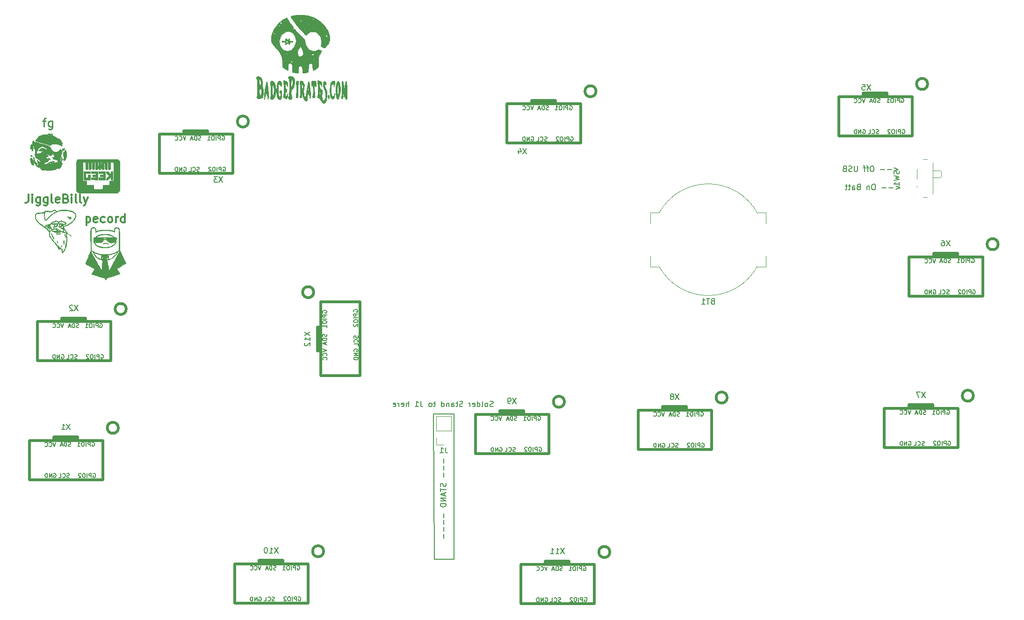
<source format=gbr>
G04 #@! TF.GenerationSoftware,KiCad,Pcbnew,(5.1.10)-1*
G04 #@! TF.CreationDate,2021-08-15T21:50:56-05:00*
G04 #@! TF.ProjectId,Bsides-KC Svg2Shenzen,42736964-6573-42d4-9b43-205376673253,rev?*
G04 #@! TF.SameCoordinates,Original*
G04 #@! TF.FileFunction,Legend,Bot*
G04 #@! TF.FilePolarity,Positive*
%FSLAX46Y46*%
G04 Gerber Fmt 4.6, Leading zero omitted, Abs format (unit mm)*
G04 Created by KiCad (PCBNEW (5.1.10)-1) date 2021-08-15 21:50:56*
%MOMM*%
%LPD*%
G01*
G04 APERTURE LIST*
%ADD10C,0.150000*%
%ADD11C,0.120000*%
%ADD12C,0.010000*%
%ADD13C,0.500000*%
%ADD14C,0.300000*%
%ADD15C,0.250000*%
G04 APERTURE END LIST*
D10*
X147997619Y-105904761D02*
X147854761Y-105952380D01*
X147616666Y-105952380D01*
X147521428Y-105904761D01*
X147473809Y-105857142D01*
X147426190Y-105761904D01*
X147426190Y-105666666D01*
X147473809Y-105571428D01*
X147521428Y-105523809D01*
X147616666Y-105476190D01*
X147807142Y-105428571D01*
X147902380Y-105380952D01*
X147950000Y-105333333D01*
X147997619Y-105238095D01*
X147997619Y-105142857D01*
X147950000Y-105047619D01*
X147902380Y-105000000D01*
X147807142Y-104952380D01*
X147569047Y-104952380D01*
X147426190Y-105000000D01*
X146854761Y-105952380D02*
X146950000Y-105904761D01*
X146997619Y-105857142D01*
X147045238Y-105761904D01*
X147045238Y-105476190D01*
X146997619Y-105380952D01*
X146950000Y-105333333D01*
X146854761Y-105285714D01*
X146711904Y-105285714D01*
X146616666Y-105333333D01*
X146569047Y-105380952D01*
X146521428Y-105476190D01*
X146521428Y-105761904D01*
X146569047Y-105857142D01*
X146616666Y-105904761D01*
X146711904Y-105952380D01*
X146854761Y-105952380D01*
X145950000Y-105952380D02*
X146045238Y-105904761D01*
X146092857Y-105809523D01*
X146092857Y-104952380D01*
X145140476Y-105952380D02*
X145140476Y-104952380D01*
X145140476Y-105904761D02*
X145235714Y-105952380D01*
X145426190Y-105952380D01*
X145521428Y-105904761D01*
X145569047Y-105857142D01*
X145616666Y-105761904D01*
X145616666Y-105476190D01*
X145569047Y-105380952D01*
X145521428Y-105333333D01*
X145426190Y-105285714D01*
X145235714Y-105285714D01*
X145140476Y-105333333D01*
X144283333Y-105904761D02*
X144378571Y-105952380D01*
X144569047Y-105952380D01*
X144664285Y-105904761D01*
X144711904Y-105809523D01*
X144711904Y-105428571D01*
X144664285Y-105333333D01*
X144569047Y-105285714D01*
X144378571Y-105285714D01*
X144283333Y-105333333D01*
X144235714Y-105428571D01*
X144235714Y-105523809D01*
X144711904Y-105619047D01*
X143807142Y-105952380D02*
X143807142Y-105285714D01*
X143807142Y-105476190D02*
X143759523Y-105380952D01*
X143711904Y-105333333D01*
X143616666Y-105285714D01*
X143521428Y-105285714D01*
X142473809Y-105904761D02*
X142330952Y-105952380D01*
X142092857Y-105952380D01*
X141997619Y-105904761D01*
X141950000Y-105857142D01*
X141902380Y-105761904D01*
X141902380Y-105666666D01*
X141950000Y-105571428D01*
X141997619Y-105523809D01*
X142092857Y-105476190D01*
X142283333Y-105428571D01*
X142378571Y-105380952D01*
X142426190Y-105333333D01*
X142473809Y-105238095D01*
X142473809Y-105142857D01*
X142426190Y-105047619D01*
X142378571Y-105000000D01*
X142283333Y-104952380D01*
X142045238Y-104952380D01*
X141902380Y-105000000D01*
X141616666Y-105285714D02*
X141235714Y-105285714D01*
X141473809Y-104952380D02*
X141473809Y-105809523D01*
X141426190Y-105904761D01*
X141330952Y-105952380D01*
X141235714Y-105952380D01*
X140473809Y-105952380D02*
X140473809Y-105428571D01*
X140521428Y-105333333D01*
X140616666Y-105285714D01*
X140807142Y-105285714D01*
X140902380Y-105333333D01*
X140473809Y-105904761D02*
X140569047Y-105952380D01*
X140807142Y-105952380D01*
X140902380Y-105904761D01*
X140950000Y-105809523D01*
X140950000Y-105714285D01*
X140902380Y-105619047D01*
X140807142Y-105571428D01*
X140569047Y-105571428D01*
X140473809Y-105523809D01*
X139997619Y-105285714D02*
X139997619Y-105952380D01*
X139997619Y-105380952D02*
X139950000Y-105333333D01*
X139854761Y-105285714D01*
X139711904Y-105285714D01*
X139616666Y-105333333D01*
X139569047Y-105428571D01*
X139569047Y-105952380D01*
X138664285Y-105952380D02*
X138664285Y-104952380D01*
X138664285Y-105904761D02*
X138759523Y-105952380D01*
X138950000Y-105952380D01*
X139045238Y-105904761D01*
X139092857Y-105857142D01*
X139140476Y-105761904D01*
X139140476Y-105476190D01*
X139092857Y-105380952D01*
X139045238Y-105333333D01*
X138950000Y-105285714D01*
X138759523Y-105285714D01*
X138664285Y-105333333D01*
X137569047Y-105285714D02*
X137188095Y-105285714D01*
X137426190Y-104952380D02*
X137426190Y-105809523D01*
X137378571Y-105904761D01*
X137283333Y-105952380D01*
X137188095Y-105952380D01*
X136711904Y-105952380D02*
X136807142Y-105904761D01*
X136854761Y-105857142D01*
X136902380Y-105761904D01*
X136902380Y-105476190D01*
X136854761Y-105380952D01*
X136807142Y-105333333D01*
X136711904Y-105285714D01*
X136569047Y-105285714D01*
X136473809Y-105333333D01*
X136426190Y-105380952D01*
X136378571Y-105476190D01*
X136378571Y-105761904D01*
X136426190Y-105857142D01*
X136473809Y-105904761D01*
X136569047Y-105952380D01*
X136711904Y-105952380D01*
X134902380Y-104952380D02*
X134902380Y-105666666D01*
X134950000Y-105809523D01*
X135045238Y-105904761D01*
X135188095Y-105952380D01*
X135283333Y-105952380D01*
X133902380Y-105952380D02*
X134473809Y-105952380D01*
X134188095Y-105952380D02*
X134188095Y-104952380D01*
X134283333Y-105095238D01*
X134378571Y-105190476D01*
X134473809Y-105238095D01*
X132711904Y-105952380D02*
X132711904Y-104952380D01*
X132283333Y-105952380D02*
X132283333Y-105428571D01*
X132330952Y-105333333D01*
X132426190Y-105285714D01*
X132569047Y-105285714D01*
X132664285Y-105333333D01*
X132711904Y-105380952D01*
X131426190Y-105904761D02*
X131521428Y-105952380D01*
X131711904Y-105952380D01*
X131807142Y-105904761D01*
X131854761Y-105809523D01*
X131854761Y-105428571D01*
X131807142Y-105333333D01*
X131711904Y-105285714D01*
X131521428Y-105285714D01*
X131426190Y-105333333D01*
X131378571Y-105428571D01*
X131378571Y-105523809D01*
X131854761Y-105619047D01*
X130950000Y-105952380D02*
X130950000Y-105285714D01*
X130950000Y-105476190D02*
X130902380Y-105380952D01*
X130854761Y-105333333D01*
X130759523Y-105285714D01*
X130664285Y-105285714D01*
X129950000Y-105904761D02*
X130045238Y-105952380D01*
X130235714Y-105952380D01*
X130330952Y-105904761D01*
X130378571Y-105809523D01*
X130378571Y-105428571D01*
X130330952Y-105333333D01*
X130235714Y-105285714D01*
X130045238Y-105285714D01*
X129950000Y-105333333D01*
X129902380Y-105428571D01*
X129902380Y-105523809D01*
X130378571Y-105619047D01*
X139071428Y-115433333D02*
X139071428Y-116195238D01*
X139071428Y-116671428D02*
X139071428Y-117433333D01*
X139071428Y-117909523D02*
X139071428Y-118671428D01*
X139404761Y-119861904D02*
X139452380Y-120004761D01*
X139452380Y-120242857D01*
X139404761Y-120338095D01*
X139357142Y-120385714D01*
X139261904Y-120433333D01*
X139166666Y-120433333D01*
X139071428Y-120385714D01*
X139023809Y-120338095D01*
X138976190Y-120242857D01*
X138928571Y-120052380D01*
X138880952Y-119957142D01*
X138833333Y-119909523D01*
X138738095Y-119861904D01*
X138642857Y-119861904D01*
X138547619Y-119909523D01*
X138500000Y-119957142D01*
X138452380Y-120052380D01*
X138452380Y-120290476D01*
X138500000Y-120433333D01*
X138452380Y-120719047D02*
X138452380Y-121290476D01*
X139452380Y-121004761D02*
X138452380Y-121004761D01*
X139166666Y-121576190D02*
X139166666Y-122052380D01*
X139452380Y-121480952D02*
X138452380Y-121814285D01*
X139452380Y-122147619D01*
X139452380Y-122480952D02*
X138452380Y-122480952D01*
X139452380Y-123052380D01*
X138452380Y-123052380D01*
X139452380Y-123528571D02*
X138452380Y-123528571D01*
X138452380Y-123766666D01*
X138500000Y-123909523D01*
X138595238Y-124004761D01*
X138690476Y-124052380D01*
X138880952Y-124100000D01*
X139023809Y-124100000D01*
X139214285Y-124052380D01*
X139309523Y-124004761D01*
X139404761Y-123909523D01*
X139452380Y-123766666D01*
X139452380Y-123528571D01*
X139071428Y-125290476D02*
X139071428Y-126052380D01*
X139071428Y-126528571D02*
X139071428Y-127290476D01*
X139071428Y-127766666D02*
X139071428Y-128528571D01*
X139071428Y-129004761D02*
X139071428Y-129766666D01*
X140900000Y-107250000D02*
X137200000Y-107250000D01*
X140900000Y-133600000D02*
X140900000Y-107250000D01*
X137400000Y-133600000D02*
X140900000Y-133600000D01*
X137200000Y-107350000D02*
X137400000Y-133600000D01*
X220614285Y-62685714D02*
X221376190Y-62971428D01*
X220614285Y-63257142D01*
X220138095Y-62971428D02*
X219376190Y-62971428D01*
X218900000Y-62971428D02*
X218138095Y-62971428D01*
X216709523Y-62352380D02*
X216519047Y-62352380D01*
X216423809Y-62400000D01*
X216328571Y-62495238D01*
X216280952Y-62685714D01*
X216280952Y-63019047D01*
X216328571Y-63209523D01*
X216423809Y-63304761D01*
X216519047Y-63352380D01*
X216709523Y-63352380D01*
X216804761Y-63304761D01*
X216900000Y-63209523D01*
X216947619Y-63019047D01*
X216947619Y-62685714D01*
X216900000Y-62495238D01*
X216804761Y-62400000D01*
X216709523Y-62352380D01*
X215995238Y-62685714D02*
X215614285Y-62685714D01*
X215852380Y-63352380D02*
X215852380Y-62495238D01*
X215804761Y-62400000D01*
X215709523Y-62352380D01*
X215614285Y-62352380D01*
X215423809Y-62685714D02*
X215042857Y-62685714D01*
X215280952Y-63352380D02*
X215280952Y-62495238D01*
X215233333Y-62400000D01*
X215138095Y-62352380D01*
X215042857Y-62352380D01*
X213947619Y-62352380D02*
X213947619Y-63161904D01*
X213900000Y-63257142D01*
X213852380Y-63304761D01*
X213757142Y-63352380D01*
X213566666Y-63352380D01*
X213471428Y-63304761D01*
X213423809Y-63257142D01*
X213376190Y-63161904D01*
X213376190Y-62352380D01*
X212947619Y-63304761D02*
X212804761Y-63352380D01*
X212566666Y-63352380D01*
X212471428Y-63304761D01*
X212423809Y-63257142D01*
X212376190Y-63161904D01*
X212376190Y-63066666D01*
X212423809Y-62971428D01*
X212471428Y-62923809D01*
X212566666Y-62876190D01*
X212757142Y-62828571D01*
X212852380Y-62780952D01*
X212900000Y-62733333D01*
X212947619Y-62638095D01*
X212947619Y-62542857D01*
X212900000Y-62447619D01*
X212852380Y-62400000D01*
X212757142Y-62352380D01*
X212519047Y-62352380D01*
X212376190Y-62400000D01*
X211614285Y-62828571D02*
X211471428Y-62876190D01*
X211423809Y-62923809D01*
X211376190Y-63019047D01*
X211376190Y-63161904D01*
X211423809Y-63257142D01*
X211471428Y-63304761D01*
X211566666Y-63352380D01*
X211947619Y-63352380D01*
X211947619Y-62352380D01*
X211614285Y-62352380D01*
X211519047Y-62400000D01*
X211471428Y-62447619D01*
X211423809Y-62542857D01*
X211423809Y-62638095D01*
X211471428Y-62733333D01*
X211519047Y-62780952D01*
X211614285Y-62828571D01*
X211947619Y-62828571D01*
X220900000Y-65985714D02*
X221661904Y-66271428D01*
X220900000Y-66557142D01*
X220423809Y-66271428D02*
X219661904Y-66271428D01*
X219185714Y-66271428D02*
X218423809Y-66271428D01*
X216995238Y-65652380D02*
X216804761Y-65652380D01*
X216709523Y-65700000D01*
X216614285Y-65795238D01*
X216566666Y-65985714D01*
X216566666Y-66319047D01*
X216614285Y-66509523D01*
X216709523Y-66604761D01*
X216804761Y-66652380D01*
X216995238Y-66652380D01*
X217090476Y-66604761D01*
X217185714Y-66509523D01*
X217233333Y-66319047D01*
X217233333Y-65985714D01*
X217185714Y-65795238D01*
X217090476Y-65700000D01*
X216995238Y-65652380D01*
X216138095Y-65985714D02*
X216138095Y-66652380D01*
X216138095Y-66080952D02*
X216090476Y-66033333D01*
X215995238Y-65985714D01*
X215852380Y-65985714D01*
X215757142Y-66033333D01*
X215709523Y-66128571D01*
X215709523Y-66652380D01*
X214138095Y-66128571D02*
X213995238Y-66176190D01*
X213947619Y-66223809D01*
X213900000Y-66319047D01*
X213900000Y-66461904D01*
X213947619Y-66557142D01*
X213995238Y-66604761D01*
X214090476Y-66652380D01*
X214471428Y-66652380D01*
X214471428Y-65652380D01*
X214138095Y-65652380D01*
X214042857Y-65700000D01*
X213995238Y-65747619D01*
X213947619Y-65842857D01*
X213947619Y-65938095D01*
X213995238Y-66033333D01*
X214042857Y-66080952D01*
X214138095Y-66128571D01*
X214471428Y-66128571D01*
X213042857Y-66652380D02*
X213042857Y-66128571D01*
X213090476Y-66033333D01*
X213185714Y-65985714D01*
X213376190Y-65985714D01*
X213471428Y-66033333D01*
X213042857Y-66604761D02*
X213138095Y-66652380D01*
X213376190Y-66652380D01*
X213471428Y-66604761D01*
X213519047Y-66509523D01*
X213519047Y-66414285D01*
X213471428Y-66319047D01*
X213376190Y-66271428D01*
X213138095Y-66271428D01*
X213042857Y-66223809D01*
X212709523Y-65985714D02*
X212328571Y-65985714D01*
X212566666Y-65652380D02*
X212566666Y-66509523D01*
X212519047Y-66604761D01*
X212423809Y-66652380D01*
X212328571Y-66652380D01*
X212138095Y-65985714D02*
X211757142Y-65985714D01*
X211995238Y-65652380D02*
X211995238Y-66509523D01*
X211947619Y-66604761D01*
X211852380Y-66652380D01*
X211757142Y-66652380D01*
D11*
G04 #@! TO.C,SW1*
X224780000Y-65950000D02*
X224780000Y-66150000D01*
X228920000Y-63150000D02*
X229130000Y-63350000D01*
X228920000Y-64450000D02*
X229130000Y-64250000D01*
X227630000Y-63150000D02*
X228920000Y-63150000D01*
X229130000Y-63350000D02*
X229130000Y-64250000D01*
X228920000Y-64450000D02*
X227630000Y-64450000D01*
X227630000Y-61700000D02*
X227630000Y-67400000D01*
X224780000Y-62950000D02*
X224780000Y-64650000D01*
X225830000Y-61100000D02*
X226620000Y-61100000D01*
X226620000Y-68000000D02*
X225830000Y-68000000D01*
D12*
G04 #@! TO.C,G\u002A\u002A\u002A*
G36*
X67196996Y-73218054D02*
G01*
X67282547Y-73246279D01*
X67364210Y-73288385D01*
X67427554Y-73338311D01*
X67458083Y-73389643D01*
X67445104Y-73432786D01*
X67411451Y-73449479D01*
X67382320Y-73460436D01*
X67368248Y-73481176D01*
X67368687Y-73522407D01*
X67383087Y-73594835D01*
X67400321Y-73666350D01*
X67402539Y-73721018D01*
X67381353Y-73736327D01*
X67348694Y-73707272D01*
X67339752Y-73691750D01*
X67324682Y-73642537D01*
X67310193Y-73563193D01*
X67302661Y-73501903D01*
X67290601Y-73402261D01*
X67274602Y-73343044D01*
X67248668Y-73313913D01*
X67206804Y-73304536D01*
X67187850Y-73304011D01*
X67115149Y-73294419D01*
X67070379Y-73270843D01*
X67063189Y-73239650D01*
X67071953Y-73227486D01*
X67121988Y-73209769D01*
X67196996Y-73218054D01*
G37*
X67196996Y-73218054D02*
X67282547Y-73246279D01*
X67364210Y-73288385D01*
X67427554Y-73338311D01*
X67458083Y-73389643D01*
X67445104Y-73432786D01*
X67411451Y-73449479D01*
X67382320Y-73460436D01*
X67368248Y-73481176D01*
X67368687Y-73522407D01*
X67383087Y-73594835D01*
X67400321Y-73666350D01*
X67402539Y-73721018D01*
X67381353Y-73736327D01*
X67348694Y-73707272D01*
X67339752Y-73691750D01*
X67324682Y-73642537D01*
X67310193Y-73563193D01*
X67302661Y-73501903D01*
X67290601Y-73402261D01*
X67274602Y-73343044D01*
X67248668Y-73313913D01*
X67206804Y-73304536D01*
X67187850Y-73304011D01*
X67115149Y-73294419D01*
X67070379Y-73270843D01*
X67063189Y-73239650D01*
X67071953Y-73227486D01*
X67121988Y-73209769D01*
X67196996Y-73218054D01*
G36*
X71271627Y-71516446D02*
G01*
X71293979Y-71535642D01*
X71352421Y-71565901D01*
X71418950Y-71577200D01*
X71487828Y-71586405D01*
X71514267Y-71611318D01*
X71494578Y-71647886D01*
X71488300Y-71653400D01*
X71462628Y-71691820D01*
X71482941Y-71719392D01*
X71542365Y-71729600D01*
X71589117Y-71738323D01*
X71599484Y-71773144D01*
X71598016Y-71786490D01*
X71576614Y-71838362D01*
X71532542Y-71847559D01*
X71464710Y-71813792D01*
X71372026Y-71736769D01*
X71356938Y-71722453D01*
X71279781Y-71643575D01*
X71238504Y-71588138D01*
X71228299Y-71549168D01*
X71230713Y-71539286D01*
X71247421Y-71508921D01*
X71271627Y-71516446D01*
G37*
X71271627Y-71516446D02*
X71293979Y-71535642D01*
X71352421Y-71565901D01*
X71418950Y-71577200D01*
X71487828Y-71586405D01*
X71514267Y-71611318D01*
X71494578Y-71647886D01*
X71488300Y-71653400D01*
X71462628Y-71691820D01*
X71482941Y-71719392D01*
X71542365Y-71729600D01*
X71589117Y-71738323D01*
X71599484Y-71773144D01*
X71598016Y-71786490D01*
X71576614Y-71838362D01*
X71532542Y-71847559D01*
X71464710Y-71813792D01*
X71372026Y-71736769D01*
X71356938Y-71722453D01*
X71279781Y-71643575D01*
X71238504Y-71588138D01*
X71228299Y-71549168D01*
X71230713Y-71539286D01*
X71247421Y-71508921D01*
X71271627Y-71516446D01*
G36*
X70913817Y-71470685D02*
G01*
X70951735Y-71488801D01*
X71033799Y-71540738D01*
X71124685Y-71612985D01*
X71215315Y-71696348D01*
X71296606Y-71781629D01*
X71359479Y-71859635D01*
X71394854Y-71921168D01*
X71399400Y-71942148D01*
X71386969Y-71959112D01*
X71348324Y-71943725D01*
X71281430Y-71894538D01*
X71184255Y-71810102D01*
X71085875Y-71718598D01*
X70975413Y-71610255D01*
X70902554Y-71530570D01*
X70867720Y-71480264D01*
X70871334Y-71460062D01*
X70913817Y-71470685D01*
G37*
X70913817Y-71470685D02*
X70951735Y-71488801D01*
X71033799Y-71540738D01*
X71124685Y-71612985D01*
X71215315Y-71696348D01*
X71296606Y-71781629D01*
X71359479Y-71859635D01*
X71394854Y-71921168D01*
X71399400Y-71942148D01*
X71386969Y-71959112D01*
X71348324Y-71943725D01*
X71281430Y-71894538D01*
X71184255Y-71810102D01*
X71085875Y-71718598D01*
X70975413Y-71610255D01*
X70902554Y-71530570D01*
X70867720Y-71480264D01*
X70871334Y-71460062D01*
X70913817Y-71470685D01*
G36*
X68095500Y-72530491D02*
G01*
X68108976Y-72549821D01*
X68133989Y-72613108D01*
X68127966Y-72664071D01*
X68098731Y-72691877D01*
X68054107Y-72685693D01*
X68026279Y-72664320D01*
X67997721Y-72605164D01*
X68011227Y-72542710D01*
X68032200Y-72518410D01*
X68064266Y-72504928D01*
X68095500Y-72530491D01*
G37*
X68095500Y-72530491D02*
X68108976Y-72549821D01*
X68133989Y-72613108D01*
X68127966Y-72664071D01*
X68098731Y-72691877D01*
X68054107Y-72685693D01*
X68026279Y-72664320D01*
X67997721Y-72605164D01*
X68011227Y-72542710D01*
X68032200Y-72518410D01*
X68064266Y-72504928D01*
X68095500Y-72530491D01*
G36*
X68579992Y-72755366D02*
G01*
X68580000Y-72756633D01*
X68556970Y-72798700D01*
X68496845Y-72833251D01*
X68413072Y-72857886D01*
X68319099Y-72870201D01*
X68228372Y-72867794D01*
X68154339Y-72848263D01*
X68134004Y-72836314D01*
X68107750Y-72811992D01*
X68110408Y-72794466D01*
X68147816Y-72781301D01*
X68225808Y-72770064D01*
X68313300Y-72761539D01*
X68406080Y-72751350D01*
X68485636Y-72739288D01*
X68522850Y-72731124D01*
X68567249Y-72726956D01*
X68579992Y-72755366D01*
G37*
X68579992Y-72755366D02*
X68580000Y-72756633D01*
X68556970Y-72798700D01*
X68496845Y-72833251D01*
X68413072Y-72857886D01*
X68319099Y-72870201D01*
X68228372Y-72867794D01*
X68154339Y-72848263D01*
X68134004Y-72836314D01*
X68107750Y-72811992D01*
X68110408Y-72794466D01*
X68147816Y-72781301D01*
X68225808Y-72770064D01*
X68313300Y-72761539D01*
X68406080Y-72751350D01*
X68485636Y-72739288D01*
X68522850Y-72731124D01*
X68567249Y-72726956D01*
X68579992Y-72755366D01*
G36*
X69366216Y-73264874D02*
G01*
X69383090Y-73309933D01*
X69368025Y-73346540D01*
X69343611Y-73355200D01*
X69311363Y-73337963D01*
X69293996Y-73320470D01*
X69279798Y-73282657D01*
X69300216Y-73256656D01*
X69337575Y-73242352D01*
X69366216Y-73264874D01*
G37*
X69366216Y-73264874D02*
X69383090Y-73309933D01*
X69368025Y-73346540D01*
X69343611Y-73355200D01*
X69311363Y-73337963D01*
X69293996Y-73320470D01*
X69279798Y-73282657D01*
X69300216Y-73256656D01*
X69337575Y-73242352D01*
X69366216Y-73264874D01*
G36*
X68419083Y-73365931D02*
G01*
X68475719Y-73391515D01*
X68514714Y-73422031D01*
X68521518Y-73442126D01*
X68489544Y-73469140D01*
X68432690Y-73474645D01*
X68372945Y-73456726D01*
X68370450Y-73455284D01*
X68334741Y-73418341D01*
X68328346Y-73379150D01*
X68352661Y-73356225D01*
X68362904Y-73355200D01*
X68419083Y-73365931D01*
G37*
X68419083Y-73365931D02*
X68475719Y-73391515D01*
X68514714Y-73422031D01*
X68521518Y-73442126D01*
X68489544Y-73469140D01*
X68432690Y-73474645D01*
X68372945Y-73456726D01*
X68370450Y-73455284D01*
X68334741Y-73418341D01*
X68328346Y-73379150D01*
X68352661Y-73356225D01*
X68362904Y-73355200D01*
X68419083Y-73365931D01*
G36*
X68216595Y-73809068D02*
G01*
X68224397Y-73862241D01*
X68224400Y-73863200D01*
X68214357Y-73919656D01*
X68190903Y-73939139D01*
X68164051Y-73915956D01*
X68157385Y-73901300D01*
X68152519Y-73847613D01*
X68170973Y-73802129D01*
X68198202Y-73787000D01*
X68216595Y-73809068D01*
G37*
X68216595Y-73809068D02*
X68224397Y-73862241D01*
X68224400Y-73863200D01*
X68214357Y-73919656D01*
X68190903Y-73939139D01*
X68164051Y-73915956D01*
X68157385Y-73901300D01*
X68152519Y-73847613D01*
X68170973Y-73802129D01*
X68198202Y-73787000D01*
X68216595Y-73809068D01*
G36*
X68653729Y-74082665D02*
G01*
X68826225Y-74089714D01*
X69018133Y-74099168D01*
X69166273Y-74108428D01*
X69277670Y-74118270D01*
X69359347Y-74129473D01*
X69418327Y-74142811D01*
X69461635Y-74159062D01*
X69464107Y-74160254D01*
X69536204Y-74211526D01*
X69565840Y-74269672D01*
X69550207Y-74326668D01*
X69529844Y-74348022D01*
X69486583Y-74363207D01*
X69404547Y-74375487D01*
X69295699Y-74384484D01*
X69172000Y-74389821D01*
X69045413Y-74391122D01*
X68927899Y-74388008D01*
X68831421Y-74380103D01*
X68783026Y-74371571D01*
X68718666Y-74351214D01*
X68624842Y-74316517D01*
X68523326Y-74275784D01*
X68818083Y-74275784D01*
X68834272Y-74301241D01*
X68849261Y-74312713D01*
X68895851Y-74332447D01*
X68958597Y-74343657D01*
X69018725Y-74345110D01*
X69057463Y-74335573D01*
X69062946Y-74326750D01*
X69069208Y-74289628D01*
X69077871Y-74253896D01*
X69343246Y-74253896D01*
X69358939Y-74293013D01*
X69373750Y-74303578D01*
X69424018Y-74317221D01*
X69451901Y-74301409D01*
X69456987Y-74293887D01*
X69456424Y-74254604D01*
X69425940Y-74214397D01*
X69381743Y-74193624D01*
X69376989Y-74193400D01*
X69349501Y-74212580D01*
X69343246Y-74253896D01*
X69077871Y-74253896D01*
X69079623Y-74246672D01*
X69086548Y-74208895D01*
X69072085Y-74193855D01*
X69024460Y-74195455D01*
X68989380Y-74199938D01*
X68912581Y-74216533D01*
X68853402Y-74240126D01*
X68843410Y-74246930D01*
X68818083Y-74275784D01*
X68523326Y-74275784D01*
X68518481Y-74273840D01*
X68482325Y-74258580D01*
X68380450Y-74217800D01*
X68289811Y-74186548D01*
X68224964Y-74169654D01*
X68209449Y-74168000D01*
X68162806Y-74158794D01*
X68148200Y-74141971D01*
X68158334Y-74116584D01*
X68191863Y-74097880D01*
X68253477Y-74085498D01*
X68347866Y-74079076D01*
X68479720Y-74078252D01*
X68653729Y-74082665D01*
G37*
X68653729Y-74082665D02*
X68826225Y-74089714D01*
X69018133Y-74099168D01*
X69166273Y-74108428D01*
X69277670Y-74118270D01*
X69359347Y-74129473D01*
X69418327Y-74142811D01*
X69461635Y-74159062D01*
X69464107Y-74160254D01*
X69536204Y-74211526D01*
X69565840Y-74269672D01*
X69550207Y-74326668D01*
X69529844Y-74348022D01*
X69486583Y-74363207D01*
X69404547Y-74375487D01*
X69295699Y-74384484D01*
X69172000Y-74389821D01*
X69045413Y-74391122D01*
X68927899Y-74388008D01*
X68831421Y-74380103D01*
X68783026Y-74371571D01*
X68718666Y-74351214D01*
X68624842Y-74316517D01*
X68523326Y-74275784D01*
X68818083Y-74275784D01*
X68834272Y-74301241D01*
X68849261Y-74312713D01*
X68895851Y-74332447D01*
X68958597Y-74343657D01*
X69018725Y-74345110D01*
X69057463Y-74335573D01*
X69062946Y-74326750D01*
X69069208Y-74289628D01*
X69077871Y-74253896D01*
X69343246Y-74253896D01*
X69358939Y-74293013D01*
X69373750Y-74303578D01*
X69424018Y-74317221D01*
X69451901Y-74301409D01*
X69456987Y-74293887D01*
X69456424Y-74254604D01*
X69425940Y-74214397D01*
X69381743Y-74193624D01*
X69376989Y-74193400D01*
X69349501Y-74212580D01*
X69343246Y-74253896D01*
X69077871Y-74253896D01*
X69079623Y-74246672D01*
X69086548Y-74208895D01*
X69072085Y-74193855D01*
X69024460Y-74195455D01*
X68989380Y-74199938D01*
X68912581Y-74216533D01*
X68853402Y-74240126D01*
X68843410Y-74246930D01*
X68818083Y-74275784D01*
X68523326Y-74275784D01*
X68518481Y-74273840D01*
X68482325Y-74258580D01*
X68380450Y-74217800D01*
X68289811Y-74186548D01*
X68224964Y-74169654D01*
X68209449Y-74168000D01*
X68162806Y-74158794D01*
X68148200Y-74141971D01*
X68158334Y-74116584D01*
X68191863Y-74097880D01*
X68253477Y-74085498D01*
X68347866Y-74079076D01*
X68479720Y-74078252D01*
X68653729Y-74082665D01*
G36*
X69625222Y-74442899D02*
G01*
X69630661Y-74489879D01*
X69627648Y-74510732D01*
X69591954Y-74588479D01*
X69517208Y-74643798D01*
X69400651Y-74677988D01*
X69242011Y-74692279D01*
X69135940Y-74693514D01*
X69044768Y-74691468D01*
X68983999Y-74686588D01*
X68973700Y-74684553D01*
X68905812Y-74651938D01*
X68853605Y-74602672D01*
X68834000Y-74554800D01*
X68847016Y-74530280D01*
X68891150Y-74537354D01*
X68966546Y-74553152D01*
X69074149Y-74563562D01*
X69195974Y-74568170D01*
X69314037Y-74566560D01*
X69410351Y-74558317D01*
X69449488Y-74550236D01*
X69518507Y-74519040D01*
X69566618Y-74478714D01*
X69571459Y-74471193D01*
X69602632Y-74434660D01*
X69625222Y-74442899D01*
G37*
X69625222Y-74442899D02*
X69630661Y-74489879D01*
X69627648Y-74510732D01*
X69591954Y-74588479D01*
X69517208Y-74643798D01*
X69400651Y-74677988D01*
X69242011Y-74692279D01*
X69135940Y-74693514D01*
X69044768Y-74691468D01*
X68983999Y-74686588D01*
X68973700Y-74684553D01*
X68905812Y-74651938D01*
X68853605Y-74602672D01*
X68834000Y-74554800D01*
X68847016Y-74530280D01*
X68891150Y-74537354D01*
X68966546Y-74553152D01*
X69074149Y-74563562D01*
X69195974Y-74568170D01*
X69314037Y-74566560D01*
X69410351Y-74558317D01*
X69449488Y-74550236D01*
X69518507Y-74519040D01*
X69566618Y-74478714D01*
X69571459Y-74471193D01*
X69602632Y-74434660D01*
X69625222Y-74442899D01*
G36*
X67954257Y-74554620D02*
G01*
X67958507Y-74560204D01*
X67986203Y-74614269D01*
X67995452Y-74668593D01*
X67988142Y-74710306D01*
X67966164Y-74726537D01*
X67936533Y-74709866D01*
X67925460Y-74675311D01*
X67920429Y-74612678D01*
X67920407Y-74601916D01*
X67922621Y-74544261D01*
X67931871Y-74530721D01*
X67954257Y-74554620D01*
G37*
X67954257Y-74554620D02*
X67958507Y-74560204D01*
X67986203Y-74614269D01*
X67995452Y-74668593D01*
X67988142Y-74710306D01*
X67966164Y-74726537D01*
X67936533Y-74709866D01*
X67925460Y-74675311D01*
X67920429Y-74612678D01*
X67920407Y-74601916D01*
X67922621Y-74544261D01*
X67931871Y-74530721D01*
X67954257Y-74554620D01*
G36*
X70417521Y-74650833D02*
G01*
X70438970Y-74698750D01*
X70466769Y-74794255D01*
X70496345Y-74914216D01*
X70519228Y-75019565D01*
X70534457Y-75106497D01*
X70540152Y-75163173D01*
X70538195Y-75177753D01*
X70520459Y-75168324D01*
X70488232Y-75122584D01*
X70448368Y-75050323D01*
X70446900Y-75047395D01*
X70400929Y-74943264D01*
X70380419Y-74858759D01*
X70379637Y-74779141D01*
X70389019Y-74692376D01*
X70401258Y-74649157D01*
X70417521Y-74650833D01*
G37*
X70417521Y-74650833D02*
X70438970Y-74698750D01*
X70466769Y-74794255D01*
X70496345Y-74914216D01*
X70519228Y-75019565D01*
X70534457Y-75106497D01*
X70540152Y-75163173D01*
X70538195Y-75177753D01*
X70520459Y-75168324D01*
X70488232Y-75122584D01*
X70448368Y-75050323D01*
X70446900Y-75047395D01*
X70400929Y-74943264D01*
X70380419Y-74858759D01*
X70379637Y-74779141D01*
X70389019Y-74692376D01*
X70401258Y-74649157D01*
X70417521Y-74650833D01*
G36*
X68146048Y-74834793D02*
G01*
X68176206Y-74931007D01*
X68211670Y-75014192D01*
X68242546Y-75063393D01*
X68290504Y-75127274D01*
X68340261Y-75212167D01*
X68386941Y-75306709D01*
X68425669Y-75399537D01*
X68451567Y-75479290D01*
X68459760Y-75534605D01*
X68452496Y-75552611D01*
X68430427Y-75539164D01*
X68394769Y-75490159D01*
X68353202Y-75416170D01*
X68352814Y-75415402D01*
X68305118Y-75331000D01*
X68256931Y-75261819D01*
X68222809Y-75226384D01*
X68165070Y-75157684D01*
X68124300Y-75048863D01*
X68103143Y-74908539D01*
X68100750Y-74828400D01*
X68101871Y-74663300D01*
X68146048Y-74834793D01*
G37*
X68146048Y-74834793D02*
X68176206Y-74931007D01*
X68211670Y-75014192D01*
X68242546Y-75063393D01*
X68290504Y-75127274D01*
X68340261Y-75212167D01*
X68386941Y-75306709D01*
X68425669Y-75399537D01*
X68451567Y-75479290D01*
X68459760Y-75534605D01*
X68452496Y-75552611D01*
X68430427Y-75539164D01*
X68394769Y-75490159D01*
X68353202Y-75416170D01*
X68352814Y-75415402D01*
X68305118Y-75331000D01*
X68256931Y-75261819D01*
X68222809Y-75226384D01*
X68165070Y-75157684D01*
X68124300Y-75048863D01*
X68103143Y-74908539D01*
X68100750Y-74828400D01*
X68101871Y-74663300D01*
X68146048Y-74834793D01*
G36*
X69048588Y-75901938D02*
G01*
X69075070Y-75953992D01*
X69103508Y-76054173D01*
X69113595Y-76099319D01*
X69129530Y-76191723D01*
X69134351Y-76260084D01*
X69128395Y-76296539D01*
X69112000Y-76293227D01*
X69105665Y-76284234D01*
X69088669Y-76241402D01*
X69068750Y-76169856D01*
X69049107Y-76084795D01*
X69032940Y-76001417D01*
X69023447Y-75934918D01*
X69023828Y-75900498D01*
X69024633Y-75899299D01*
X69048588Y-75901938D01*
G37*
X69048588Y-75901938D02*
X69075070Y-75953992D01*
X69103508Y-76054173D01*
X69113595Y-76099319D01*
X69129530Y-76191723D01*
X69134351Y-76260084D01*
X69128395Y-76296539D01*
X69112000Y-76293227D01*
X69105665Y-76284234D01*
X69088669Y-76241402D01*
X69068750Y-76169856D01*
X69049107Y-76084795D01*
X69032940Y-76001417D01*
X69023447Y-75934918D01*
X69023828Y-75900498D01*
X69024633Y-75899299D01*
X69048588Y-75901938D01*
G36*
X70234362Y-75773554D02*
G01*
X70263074Y-75803784D01*
X70289558Y-75866278D01*
X70311555Y-75947809D01*
X70326806Y-76035154D01*
X70333053Y-76115088D01*
X70328037Y-76174386D01*
X70309499Y-76199823D01*
X70307200Y-76200000D01*
X70293897Y-76223306D01*
X70284799Y-76284951D01*
X70281800Y-76363600D01*
X70277077Y-76453105D01*
X70264838Y-76518526D01*
X70247974Y-76552324D01*
X70229375Y-76546959D01*
X70219737Y-76525459D01*
X70213172Y-76487215D01*
X70204188Y-76410774D01*
X70194153Y-76308595D01*
X70187506Y-76231750D01*
X70178803Y-76111731D01*
X70176542Y-76034017D01*
X70181142Y-75990471D01*
X70193017Y-75972956D01*
X70200822Y-75971400D01*
X70221602Y-75958966D01*
X70224392Y-75914797D01*
X70217787Y-75866768D01*
X70209874Y-75800347D01*
X70217421Y-75773427D01*
X70234362Y-75773554D01*
G37*
X70234362Y-75773554D02*
X70263074Y-75803784D01*
X70289558Y-75866278D01*
X70311555Y-75947809D01*
X70326806Y-76035154D01*
X70333053Y-76115088D01*
X70328037Y-76174386D01*
X70309499Y-76199823D01*
X70307200Y-76200000D01*
X70293897Y-76223306D01*
X70284799Y-76284951D01*
X70281800Y-76363600D01*
X70277077Y-76453105D01*
X70264838Y-76518526D01*
X70247974Y-76552324D01*
X70229375Y-76546959D01*
X70219737Y-76525459D01*
X70213172Y-76487215D01*
X70204188Y-76410774D01*
X70194153Y-76308595D01*
X70187506Y-76231750D01*
X70178803Y-76111731D01*
X70176542Y-76034017D01*
X70181142Y-75990471D01*
X70193017Y-75972956D01*
X70200822Y-75971400D01*
X70221602Y-75958966D01*
X70224392Y-75914797D01*
X70217787Y-75866768D01*
X70209874Y-75800347D01*
X70217421Y-75773427D01*
X70234362Y-75773554D01*
G36*
X69843727Y-76758800D02*
G01*
X69880020Y-76825762D01*
X69899601Y-76881818D01*
X69900705Y-76892150D01*
X69885283Y-76929353D01*
X69849689Y-76932461D01*
X69810280Y-76902676D01*
X69798571Y-76884626D01*
X69780998Y-76822004D01*
X69778800Y-76751276D01*
X69786843Y-76669900D01*
X69843727Y-76758800D01*
G37*
X69843727Y-76758800D02*
X69880020Y-76825762D01*
X69899601Y-76881818D01*
X69900705Y-76892150D01*
X69885283Y-76929353D01*
X69849689Y-76932461D01*
X69810280Y-76902676D01*
X69798571Y-76884626D01*
X69780998Y-76822004D01*
X69778800Y-76751276D01*
X69786843Y-76669900D01*
X69843727Y-76758800D01*
G36*
X71289255Y-74748693D02*
G01*
X71320460Y-74763483D01*
X71369129Y-74798558D01*
X71428715Y-74854442D01*
X71487090Y-74917887D01*
X71532127Y-74975643D01*
X71551697Y-75014461D01*
X71551800Y-75016205D01*
X71540958Y-75031267D01*
X71506191Y-75013912D01*
X71444135Y-74961889D01*
X71380350Y-74901388D01*
X71299868Y-74818671D01*
X71257624Y-74765108D01*
X71253968Y-74741511D01*
X71289255Y-74748693D01*
G37*
X71289255Y-74748693D02*
X71320460Y-74763483D01*
X71369129Y-74798558D01*
X71428715Y-74854442D01*
X71487090Y-74917887D01*
X71532127Y-74975643D01*
X71551697Y-75014461D01*
X71551800Y-75016205D01*
X71540958Y-75031267D01*
X71506191Y-75013912D01*
X71444135Y-74961889D01*
X71380350Y-74901388D01*
X71299868Y-74818671D01*
X71257624Y-74765108D01*
X71253968Y-74741511D01*
X71289255Y-74748693D01*
G36*
X68653669Y-70267103D02*
G01*
X68722462Y-70302339D01*
X68797710Y-70363758D01*
X68824109Y-70388303D01*
X68963577Y-70520206D01*
X69070238Y-70489776D01*
X69266115Y-70433835D01*
X69422307Y-70389904D01*
X69548114Y-70356532D01*
X69652835Y-70332267D01*
X69745770Y-70315659D01*
X69836218Y-70305257D01*
X69933478Y-70299608D01*
X70046850Y-70297262D01*
X70185633Y-70296768D01*
X70307200Y-70296743D01*
X70672738Y-70303332D01*
X70993590Y-70324416D01*
X71274059Y-70361059D01*
X71518449Y-70414323D01*
X71731066Y-70485272D01*
X71916214Y-70574967D01*
X72078197Y-70684472D01*
X72159617Y-70754126D01*
X72292701Y-70895825D01*
X72380778Y-71036277D01*
X72428496Y-71184955D01*
X72440800Y-71327148D01*
X72438142Y-71416070D01*
X72426902Y-71489200D01*
X72402175Y-71563776D01*
X72359057Y-71657033D01*
X72331507Y-71711322D01*
X72151652Y-72020241D01*
X71946433Y-72292875D01*
X71707295Y-72539323D01*
X71450200Y-72751440D01*
X71251467Y-72894085D01*
X71076818Y-73003949D01*
X70916085Y-73085768D01*
X70759099Y-73144278D01*
X70595693Y-73184216D01*
X70482251Y-73202322D01*
X70378537Y-73216938D01*
X70290603Y-73230836D01*
X70233507Y-73241590D01*
X70224650Y-73243838D01*
X70185149Y-73278540D01*
X70180516Y-73346972D01*
X70210197Y-73446447D01*
X70273639Y-73574281D01*
X70303002Y-73624056D01*
X70377939Y-73746824D01*
X70462556Y-73885582D01*
X70540136Y-74012917D01*
X70549501Y-74028300D01*
X70661960Y-74188519D01*
X70810697Y-74361832D01*
X70915649Y-74469625D01*
X71014536Y-74568307D01*
X71076174Y-74635146D01*
X71100688Y-74672705D01*
X71088201Y-74683547D01*
X71038841Y-74670234D01*
X70952731Y-74635328D01*
X70923122Y-74622502D01*
X70850646Y-74592871D01*
X70798872Y-74580679D01*
X70765285Y-74591431D01*
X70747367Y-74630638D01*
X70742604Y-74703806D01*
X70748478Y-74816445D01*
X70762474Y-74974062D01*
X70762484Y-74974167D01*
X70784918Y-75225680D01*
X70800185Y-75434535D01*
X70808412Y-75608347D01*
X70809731Y-75754730D01*
X70804270Y-75881301D01*
X70792160Y-75995673D01*
X70781057Y-76065553D01*
X70761912Y-76187147D01*
X70741980Y-76337291D01*
X70724057Y-76493861D01*
X70714354Y-76593700D01*
X70699443Y-76759890D01*
X70687206Y-76881916D01*
X70676011Y-76966233D01*
X70664229Y-77019294D01*
X70650227Y-77047551D01*
X70632374Y-77057460D01*
X70609038Y-77055473D01*
X70598276Y-77052912D01*
X70564631Y-77048040D01*
X70541620Y-77059051D01*
X70525962Y-77094231D01*
X70514375Y-77161861D01*
X70503579Y-77270225D01*
X70501186Y-77297983D01*
X70468066Y-77456793D01*
X70420156Y-77569563D01*
X70376171Y-77638148D01*
X70312703Y-77722002D01*
X70237892Y-77812079D01*
X70159875Y-77899330D01*
X70086791Y-77974710D01*
X70026778Y-78029171D01*
X69987974Y-78053665D01*
X69984207Y-78054200D01*
X69948762Y-78034236D01*
X69927093Y-78005069D01*
X69910623Y-77949341D01*
X69901467Y-77869902D01*
X69900800Y-77843514D01*
X69894851Y-77684493D01*
X69876674Y-77572870D01*
X69845777Y-77506620D01*
X69813553Y-77485384D01*
X69765828Y-77458057D01*
X69706495Y-77404098D01*
X69675841Y-77369130D01*
X69620806Y-77310500D01*
X69570953Y-77273630D01*
X69550353Y-77267114D01*
X69510272Y-77287173D01*
X69463162Y-77336834D01*
X69449716Y-77356014D01*
X69409317Y-77411197D01*
X69377617Y-77442165D01*
X69371103Y-77444600D01*
X69328834Y-77419735D01*
X69277247Y-77345447D01*
X69216635Y-77222192D01*
X69195830Y-77173562D01*
X69094593Y-76949961D01*
X68993032Y-76768511D01*
X68885383Y-76620856D01*
X68765881Y-76498640D01*
X68685248Y-76433416D01*
X68644216Y-76393589D01*
X68580594Y-76320511D01*
X68501108Y-76222417D01*
X68412483Y-76107543D01*
X68345530Y-76017343D01*
X68234569Y-75865737D01*
X68109706Y-75695836D01*
X67984117Y-75525530D01*
X67870980Y-75372709D01*
X67839533Y-75330388D01*
X67594367Y-75000822D01*
X67608241Y-74601017D01*
X67622115Y-74201213D01*
X67545069Y-74185803D01*
X67463953Y-74144095D01*
X67414906Y-74084449D01*
X67376972Y-74030392D01*
X67325299Y-73970697D01*
X67256092Y-73902154D01*
X67165555Y-73821552D01*
X67049895Y-73725680D01*
X66905315Y-73611327D01*
X66728022Y-73475281D01*
X66675790Y-73435961D01*
X66947948Y-73435961D01*
X67176007Y-73655930D01*
X67271661Y-73750599D01*
X67360345Y-73842678D01*
X67431770Y-73921225D01*
X67473735Y-73972605D01*
X67525895Y-74034764D01*
X67571794Y-74060403D01*
X67610852Y-74061505D01*
X67667137Y-74039509D01*
X67686515Y-73995792D01*
X67681954Y-73948850D01*
X67663240Y-73866631D01*
X67633534Y-73761618D01*
X67603965Y-73669553D01*
X67566941Y-73554758D01*
X67537203Y-73452391D01*
X67518249Y-73375141D01*
X67513200Y-73340184D01*
X67493975Y-73280254D01*
X67444463Y-73206582D01*
X67376904Y-73133211D01*
X67303541Y-73074182D01*
X67261337Y-73051285D01*
X67161675Y-73029541D01*
X67081232Y-73054807D01*
X67020040Y-73127051D01*
X66978134Y-73246245D01*
X66965890Y-73313030D01*
X66947948Y-73435961D01*
X66675790Y-73435961D01*
X66514220Y-73314334D01*
X66433700Y-73254235D01*
X66263711Y-73126394D01*
X66098685Y-73000087D01*
X65945295Y-72880585D01*
X65810212Y-72773159D01*
X65700109Y-72683079D01*
X65621659Y-72615616D01*
X65600613Y-72596124D01*
X65405668Y-72379116D01*
X65232937Y-72127539D01*
X65117861Y-71911530D01*
X65056185Y-71729861D01*
X65026610Y-71527928D01*
X65029147Y-71416186D01*
X65114343Y-71416186D01*
X65127322Y-71570873D01*
X65165040Y-71730313D01*
X65184862Y-71787091D01*
X65308583Y-72044202D01*
X65480803Y-72294961D01*
X65702046Y-72539937D01*
X65972831Y-72779699D01*
X66293680Y-73014817D01*
X66331505Y-73040060D01*
X66459362Y-73124658D01*
X66577024Y-73202550D01*
X66676075Y-73268160D01*
X66748095Y-73315912D01*
X66781143Y-73337877D01*
X66850376Y-73384054D01*
X66892867Y-73236277D01*
X66929434Y-73114003D01*
X66961275Y-73032483D01*
X66997033Y-72983461D01*
X67045345Y-72958678D01*
X67114852Y-72949879D01*
X67193676Y-72948800D01*
X67398029Y-72931127D01*
X67592479Y-72881035D01*
X67762425Y-72802912D01*
X67829897Y-72757595D01*
X67907921Y-72701010D01*
X67957955Y-72675617D01*
X67990379Y-72679312D01*
X68015572Y-72709995D01*
X68020549Y-72718984D01*
X68031876Y-72763839D01*
X68005534Y-72806697D01*
X67992610Y-72819319D01*
X67926158Y-72863498D01*
X67868001Y-72885475D01*
X67781848Y-72922865D01*
X67732999Y-72984404D01*
X67727710Y-73061832D01*
X67729382Y-73068559D01*
X67741018Y-73135073D01*
X67749352Y-73226259D01*
X67751563Y-73279000D01*
X67754559Y-73358707D01*
X67763570Y-73399435D01*
X67785131Y-73412999D01*
X67824753Y-73411325D01*
X67886814Y-73418847D01*
X67912303Y-73449425D01*
X67944692Y-73498707D01*
X67988099Y-73541193D01*
X68038261Y-73611571D01*
X68047714Y-73668193D01*
X68057398Y-73746984D01*
X68079704Y-73834964D01*
X68083874Y-73847212D01*
X68104694Y-73929641D01*
X68096927Y-73992418D01*
X68091382Y-74005962D01*
X68054750Y-74056854D01*
X68019061Y-74059005D01*
X67992015Y-74014022D01*
X67985442Y-73983850D01*
X67965363Y-73856647D01*
X67949551Y-73768451D01*
X67935406Y-73707934D01*
X67920329Y-73663769D01*
X67904070Y-73629127D01*
X67855416Y-73571828D01*
X67804019Y-73558400D01*
X67744842Y-73535448D01*
X67706659Y-73468834D01*
X67691241Y-73361916D01*
X67691000Y-73343956D01*
X67680117Y-73276195D01*
X67653842Y-73229007D01*
X67652900Y-73228199D01*
X67626094Y-73178496D01*
X67614899Y-73094973D01*
X67614800Y-73085389D01*
X67605463Y-73006804D01*
X67579209Y-72973267D01*
X67538673Y-72986640D01*
X67512551Y-73013080D01*
X67497850Y-73043610D01*
X67503551Y-73086250D01*
X67532370Y-73154328D01*
X67547541Y-73184895D01*
X67584537Y-73266971D01*
X67608966Y-73338331D01*
X67614800Y-73371773D01*
X67621676Y-73419910D01*
X67640022Y-73501872D01*
X67666413Y-73602918D01*
X67677932Y-73643573D01*
X67723553Y-73815358D01*
X67756806Y-73970657D01*
X67776541Y-74101735D01*
X67781612Y-74200856D01*
X67770868Y-74260283D01*
X67769777Y-74262278D01*
X67749034Y-74290153D01*
X67741964Y-74272930D01*
X67741800Y-74269600D01*
X67737393Y-74244270D01*
X67721502Y-74264512D01*
X67718585Y-74269600D01*
X67707978Y-74309777D01*
X67696448Y-74388190D01*
X67685602Y-74492338D01*
X67679108Y-74576421D01*
X67673582Y-74747975D01*
X67683842Y-74877415D01*
X67711417Y-74971385D01*
X67757834Y-75036532D01*
X67790724Y-75061723D01*
X67831611Y-75100347D01*
X67843400Y-75129871D01*
X67858866Y-75169079D01*
X67898012Y-75227795D01*
X67921515Y-75257112D01*
X67967231Y-75315985D01*
X68031103Y-75404855D01*
X68104054Y-75510839D01*
X68165335Y-75603100D01*
X68255976Y-75736619D01*
X68362582Y-75885477D01*
X68468455Y-76026645D01*
X68520016Y-76092283D01*
X68603394Y-76194046D01*
X68663246Y-76260962D01*
X68706262Y-76299018D01*
X68739136Y-76314200D01*
X68766712Y-76312981D01*
X68813649Y-76312950D01*
X68846695Y-76349569D01*
X68856642Y-76369897D01*
X68886651Y-76425763D01*
X68935850Y-76506733D01*
X68994202Y-76596360D01*
X69000992Y-76606400D01*
X69062660Y-76705867D01*
X69132022Y-76831167D01*
X69197569Y-76961100D01*
X69221574Y-77012800D01*
X69268810Y-77113473D01*
X69310801Y-77194943D01*
X69342120Y-77247120D01*
X69355059Y-77260898D01*
X69372449Y-77242925D01*
X69385449Y-77189759D01*
X69387823Y-77167424D01*
X69386998Y-77095683D01*
X69362915Y-77048217D01*
X69317973Y-77009799D01*
X69261030Y-76953658D01*
X69241052Y-76887931D01*
X69240400Y-76868323D01*
X69247888Y-76806739D01*
X69271348Y-76788826D01*
X69312268Y-76815266D01*
X69372138Y-76886745D01*
X69416041Y-76948973D01*
X69475702Y-77033725D01*
X69530323Y-77105748D01*
X69569295Y-77151142D01*
X69572989Y-77154662D01*
X69623471Y-77180236D01*
X69660952Y-77164966D01*
X69672200Y-77125600D01*
X69684447Y-77092745D01*
X69694046Y-77089000D01*
X69708393Y-77111927D01*
X69722430Y-77171052D01*
X69730243Y-77228046D01*
X69743530Y-77330026D01*
X69760066Y-77386476D01*
X69784036Y-77402660D01*
X69819622Y-77383841D01*
X69839879Y-77365976D01*
X69885745Y-77331908D01*
X69916390Y-77325110D01*
X69918000Y-77326334D01*
X69932944Y-77363728D01*
X69947997Y-77438340D01*
X69961299Y-77536625D01*
X69970994Y-77645038D01*
X69975145Y-77743050D01*
X69981765Y-77831195D01*
X69998996Y-77872397D01*
X70009865Y-77876400D01*
X70040611Y-77858163D01*
X70093295Y-77809693D01*
X70158022Y-77740349D01*
X70177652Y-77717650D01*
X70253456Y-77620371D01*
X70325056Y-77514871D01*
X70377545Y-77423191D01*
X70379480Y-77419200D01*
X70410468Y-77349337D01*
X70429731Y-77286765D01*
X70439619Y-77216260D01*
X70442484Y-77122599D01*
X70441268Y-77019150D01*
X70440635Y-76911111D01*
X70442968Y-76824967D01*
X70447805Y-76771331D01*
X70452587Y-76758800D01*
X70480729Y-76774343D01*
X70526995Y-76812144D01*
X70531169Y-76815950D01*
X70593312Y-76873100D01*
X70580065Y-76601474D01*
X70575855Y-76489208D01*
X70574775Y-76396826D01*
X70576806Y-76335410D01*
X70580547Y-76316119D01*
X70603983Y-76322303D01*
X70625857Y-76345578D01*
X70642191Y-76359889D01*
X70654131Y-76345475D01*
X70663840Y-76295307D01*
X70673483Y-76202357D01*
X70674874Y-76186433D01*
X70688605Y-76072793D01*
X70708391Y-75963500D01*
X70730138Y-75880853D01*
X70731848Y-75876038D01*
X70755914Y-75755878D01*
X70755851Y-75599570D01*
X70732326Y-75415302D01*
X70686005Y-75211263D01*
X70674333Y-75169732D01*
X70636970Y-75031016D01*
X70617795Y-74930776D01*
X70616321Y-74860245D01*
X70632062Y-74810655D01*
X70652889Y-74783882D01*
X70678983Y-74738431D01*
X70685118Y-74666193D01*
X70681964Y-74620037D01*
X70673195Y-74546549D01*
X70664128Y-74497416D01*
X70660117Y-74487050D01*
X70633037Y-74478255D01*
X70565428Y-74460901D01*
X70466401Y-74437205D01*
X70345071Y-74409386D01*
X70294492Y-74398079D01*
X70107111Y-74356027D01*
X69961170Y-74321375D01*
X69848419Y-74290961D01*
X69760608Y-74261620D01*
X69689487Y-74230191D01*
X69626806Y-74193508D01*
X69564316Y-74148409D01*
X69493767Y-74091731D01*
X69492205Y-74090447D01*
X69403514Y-74018739D01*
X69341640Y-73974256D01*
X69294617Y-73951412D01*
X69250477Y-73944622D01*
X69197256Y-73948299D01*
X69189600Y-73949189D01*
X69101712Y-73961470D01*
X69023226Y-73975484D01*
X69006295Y-73979239D01*
X68957036Y-73980459D01*
X68905413Y-73956046D01*
X68843742Y-73900346D01*
X68764343Y-73807708D01*
X68751698Y-73791875D01*
X68686527Y-73747779D01*
X68596795Y-73737384D01*
X68496712Y-73761566D01*
X68469146Y-73774456D01*
X68409379Y-73798424D01*
X68350042Y-73811915D01*
X68309009Y-73811840D01*
X68300600Y-73803602D01*
X68310754Y-73777297D01*
X68335541Y-73724796D01*
X68338925Y-73717980D01*
X68371285Y-73668612D01*
X68416521Y-73642174D01*
X68493183Y-73628095D01*
X68497520Y-73627599D01*
X68578499Y-73624096D01*
X68643304Y-73630994D01*
X68660725Y-73637021D01*
X68748428Y-73658678D01*
X68850264Y-73646071D01*
X68906613Y-73623754D01*
X68970967Y-73604099D01*
X69017680Y-73613629D01*
X69034421Y-73647943D01*
X69029917Y-73667741D01*
X68996620Y-73699817D01*
X68937316Y-73723123D01*
X68876591Y-73750172D01*
X68863032Y-73788416D01*
X68897732Y-73828802D01*
X68922885Y-73842414D01*
X68984547Y-73858098D01*
X69058387Y-73846966D01*
X69085727Y-73838550D01*
X69153536Y-73821468D01*
X69217643Y-73820431D01*
X69287478Y-73838665D01*
X69372474Y-73879398D01*
X69482061Y-73945857D01*
X69571605Y-74004821D01*
X69700690Y-74087205D01*
X69801976Y-74139806D01*
X69886497Y-74165589D01*
X69965288Y-74167519D01*
X70049387Y-74148560D01*
X70074962Y-74140061D01*
X70144685Y-74095881D01*
X70171907Y-74030420D01*
X70157491Y-73948853D01*
X70102303Y-73856356D01*
X70011817Y-73762125D01*
X69963682Y-73724151D01*
X70184852Y-73724151D01*
X70193432Y-73785135D01*
X70218937Y-73891048D01*
X70220381Y-73896633D01*
X70244854Y-74031910D01*
X70245850Y-74148514D01*
X70244438Y-74159228D01*
X70228313Y-74266756D01*
X70337606Y-74295494D01*
X70421906Y-74321622D01*
X70495880Y-74350922D01*
X70510400Y-74358094D01*
X70586823Y-74390014D01*
X70628928Y-74386327D01*
X70637400Y-74363142D01*
X70623827Y-74322094D01*
X70587409Y-74250014D01*
X70534594Y-74157375D01*
X70471830Y-74054647D01*
X70405564Y-73952304D01*
X70342246Y-73860816D01*
X70288323Y-73790655D01*
X70276491Y-73777036D01*
X70224798Y-73723477D01*
X70194779Y-73704723D01*
X70184852Y-73724151D01*
X69963682Y-73724151D01*
X69891627Y-73667308D01*
X69756824Y-73578019D01*
X69625049Y-73505146D01*
X69529953Y-73464703D01*
X69463807Y-73437670D01*
X69423717Y-73412619D01*
X69418200Y-73403612D01*
X69422217Y-73387795D01*
X69440941Y-73382665D01*
X69484381Y-73389065D01*
X69562545Y-73407841D01*
X69608308Y-73419665D01*
X69719566Y-73456260D01*
X69835985Y-73505992D01*
X69889787Y-73533965D01*
X69964983Y-73574401D01*
X70024424Y-73601711D01*
X70049941Y-73609200D01*
X70063035Y-73588887D01*
X70071564Y-73526056D01*
X70075760Y-73417871D01*
X70076068Y-73285350D01*
X70073167Y-73118445D01*
X70066834Y-72995995D01*
X70056134Y-72911717D01*
X70040131Y-72859328D01*
X70017893Y-72832544D01*
X70008049Y-72827916D01*
X69990252Y-72838261D01*
X69980265Y-72887713D01*
X69977005Y-72981837D01*
X69977000Y-72987323D01*
X69975039Y-73080994D01*
X69965124Y-73141840D01*
X69941207Y-73187800D01*
X69897238Y-73236813D01*
X69890639Y-73243440D01*
X69825729Y-73299389D01*
X69764105Y-73324486D01*
X69690865Y-73329800D01*
X69575054Y-73312358D01*
X69513706Y-73279658D01*
X69461397Y-73212653D01*
X69420757Y-73110723D01*
X69405091Y-73030953D01*
X69476324Y-73030953D01*
X69497512Y-73116023D01*
X69548984Y-73190066D01*
X69563275Y-73202490D01*
X69631626Y-73244841D01*
X69692729Y-73250228D01*
X69733495Y-73238231D01*
X69759374Y-73213999D01*
X69762815Y-73161467D01*
X69758546Y-73129055D01*
X69758578Y-73045575D01*
X69786674Y-72995727D01*
X69837657Y-72985368D01*
X69873776Y-72998731D01*
X69915527Y-73012489D01*
X69922381Y-72992507D01*
X69894344Y-72941952D01*
X69873556Y-72914125D01*
X69822183Y-72867622D01*
X69770373Y-72847238D01*
X69768553Y-72847200D01*
X69685192Y-72857773D01*
X69598464Y-72884676D01*
X69527000Y-72920684D01*
X69491210Y-72954759D01*
X69476324Y-73030953D01*
X69405091Y-73030953D01*
X69396913Y-72989317D01*
X69392800Y-72915262D01*
X69382304Y-72846573D01*
X69356827Y-72798301D01*
X69354700Y-72796400D01*
X69322332Y-72751324D01*
X69316600Y-72726364D01*
X69304863Y-72714508D01*
X69271005Y-72746206D01*
X69262464Y-72756771D01*
X69206959Y-72811853D01*
X69149143Y-72848095D01*
X69148803Y-72848225D01*
X69115593Y-72865708D01*
X69098555Y-72894909D01*
X69093401Y-72949683D01*
X69094988Y-73022135D01*
X69093978Y-73121337D01*
X69079094Y-73189858D01*
X69047451Y-73245256D01*
X68978602Y-73319009D01*
X68898517Y-73360641D01*
X68793155Y-73375594D01*
X68714787Y-73374178D01*
X68585175Y-73354772D01*
X68498969Y-73313406D01*
X68457529Y-73250891D01*
X68453807Y-73217913D01*
X68457361Y-73181214D01*
X68473610Y-73190384D01*
X68488357Y-73209150D01*
X68521504Y-73244643D01*
X68537615Y-73253600D01*
X68544313Y-73230283D01*
X68547989Y-73168554D01*
X68548003Y-73096511D01*
X68585256Y-73096511D01*
X68620652Y-73170343D01*
X68692763Y-73226457D01*
X68772072Y-73251491D01*
X68874672Y-73260561D01*
X68954862Y-73251848D01*
X68999872Y-73226825D01*
X69001003Y-73225119D01*
X68990773Y-73201304D01*
X68949177Y-73177733D01*
X68885788Y-73137138D01*
X68865260Y-73084854D01*
X68885543Y-73036804D01*
X68913746Y-73012800D01*
X68947377Y-73019679D01*
X68979488Y-73039157D01*
X69031477Y-73067727D01*
X69050334Y-73061435D01*
X69037335Y-73017871D01*
X69014692Y-72972683D01*
X68947295Y-72891313D01*
X68861131Y-72853113D01*
X68765656Y-72859013D01*
X68670321Y-72909943D01*
X68641312Y-72935978D01*
X68590752Y-73015032D01*
X68585256Y-73096511D01*
X68548003Y-73096511D01*
X68548007Y-73080745D01*
X68547515Y-73061091D01*
X68545868Y-72961722D01*
X68550537Y-72898731D01*
X68565234Y-72857764D01*
X68593668Y-72824464D01*
X68613166Y-72807091D01*
X68653129Y-72777091D01*
X68696788Y-72758751D01*
X68757610Y-72749282D01*
X68849062Y-72745889D01*
X68909802Y-72745600D01*
X69042420Y-72741315D01*
X69131982Y-72726293D01*
X69185678Y-72697280D01*
X69210697Y-72651023D01*
X69215000Y-72607511D01*
X69190452Y-72524256D01*
X69120210Y-72445789D01*
X69009376Y-72377452D01*
X68984519Y-72366212D01*
X68903196Y-72334489D01*
X68847110Y-72324233D01*
X68796612Y-72333121D01*
X68774036Y-72341335D01*
X68705657Y-72377972D01*
X68655116Y-72420743D01*
X68602453Y-72455922D01*
X68509055Y-72478262D01*
X68464616Y-72483543D01*
X68374836Y-72497965D01*
X68300960Y-72519798D01*
X68268249Y-72537531D01*
X68224879Y-72561974D01*
X68194396Y-72547956D01*
X68180276Y-72508263D01*
X68216732Y-72468263D01*
X68303540Y-72428125D01*
X68383583Y-72402956D01*
X68481023Y-72370475D01*
X68569818Y-72332127D01*
X68618100Y-72304480D01*
X68718287Y-72261775D01*
X68840643Y-72251783D01*
X68971064Y-72271650D01*
X69095447Y-72318522D01*
X69199688Y-72389544D01*
X69237174Y-72429767D01*
X69289549Y-72496353D01*
X69400283Y-72405615D01*
X69514813Y-72324600D01*
X69628416Y-72266834D01*
X69727030Y-72239074D01*
X69749927Y-72237600D01*
X69807944Y-72252926D01*
X69868469Y-72288399D01*
X69935631Y-72325108D01*
X69999475Y-72339356D01*
X70073325Y-72351622D01*
X70131763Y-72373881D01*
X70202080Y-72401543D01*
X70286858Y-72423703D01*
X70296863Y-72425557D01*
X70434934Y-72461648D01*
X70529543Y-72517406D01*
X70586088Y-72598607D01*
X70609972Y-72711030D01*
X70611611Y-72762219D01*
X70603706Y-72868978D01*
X70580190Y-72928989D01*
X70540117Y-72944137D01*
X70522823Y-72939508D01*
X70496523Y-72919857D01*
X70488995Y-72879323D01*
X70496271Y-72809774D01*
X70501310Y-72726004D01*
X70492056Y-72659891D01*
X70487152Y-72648021D01*
X70445204Y-72607065D01*
X70372647Y-72565661D01*
X70288795Y-72532748D01*
X70212963Y-72517267D01*
X70204074Y-72517000D01*
X70149868Y-72505733D01*
X70076833Y-72477589D01*
X70053199Y-72466200D01*
X69967917Y-72433433D01*
X69881940Y-72416181D01*
X69864907Y-72415400D01*
X69783155Y-72406772D01*
X69712123Y-72386209D01*
X69665885Y-72372205D01*
X69620315Y-72381225D01*
X69556607Y-72417586D01*
X69546444Y-72424261D01*
X69448801Y-72502387D01*
X69393168Y-72577455D01*
X69381116Y-72645012D01*
X69414214Y-72700608D01*
X69442292Y-72719500D01*
X69481075Y-72728750D01*
X69561349Y-72739821D01*
X69673887Y-72751718D01*
X69809458Y-72763441D01*
X69928254Y-72772022D01*
X70073640Y-72782687D01*
X70201497Y-72794071D01*
X70303149Y-72805241D01*
X70369923Y-72815263D01*
X70392616Y-72822014D01*
X70404513Y-72855902D01*
X70369868Y-72885959D01*
X70292939Y-72908738D01*
X70283480Y-72910416D01*
X70212801Y-72929870D01*
X70173790Y-72966359D01*
X70156613Y-73005316D01*
X70134956Y-73075334D01*
X70132000Y-73121042D01*
X70153956Y-73144953D01*
X70207032Y-73149582D01*
X70297438Y-73137442D01*
X70422354Y-73112916D01*
X70666294Y-73044836D01*
X70910837Y-72943673D01*
X71151133Y-72814070D01*
X71382328Y-72660673D01*
X71599573Y-72488125D01*
X71798014Y-72301071D01*
X71972799Y-72104155D01*
X72119078Y-71902021D01*
X72231998Y-71699313D01*
X72306708Y-71500676D01*
X72338355Y-71310753D01*
X72339105Y-71278170D01*
X72328899Y-71160754D01*
X72293727Y-71062991D01*
X72226502Y-70972280D01*
X72120136Y-70876022D01*
X72106979Y-70865531D01*
X71887119Y-70719348D01*
X71633826Y-70598550D01*
X71360363Y-70508522D01*
X71101949Y-70457449D01*
X70994672Y-70447822D01*
X70843297Y-70441132D01*
X70654451Y-70437517D01*
X70434760Y-70437115D01*
X70234739Y-70439305D01*
X69583300Y-70449876D01*
X69309441Y-70543203D01*
X69065951Y-70633181D01*
X68838174Y-70733225D01*
X68619414Y-70847751D01*
X68402974Y-70981175D01*
X68182155Y-71137912D01*
X67950262Y-71322380D01*
X67700598Y-71538993D01*
X67452387Y-71767700D01*
X67340143Y-71871289D01*
X67233970Y-71965359D01*
X67141991Y-72043003D01*
X67072327Y-72097316D01*
X67039843Y-72118466D01*
X66938653Y-72153623D01*
X66854963Y-72148568D01*
X66795839Y-72104225D01*
X66784731Y-72085066D01*
X66774934Y-72044220D01*
X66762438Y-71962084D01*
X66748158Y-71848040D01*
X66733011Y-71711470D01*
X66717912Y-71561754D01*
X66703778Y-71408275D01*
X66691525Y-71260415D01*
X66690484Y-71245785D01*
X66780395Y-71245785D01*
X66783259Y-71416113D01*
X66790596Y-71583357D01*
X66801718Y-71737987D01*
X66815940Y-71870477D01*
X66832575Y-71971296D01*
X66850937Y-72030918D01*
X66851064Y-72031157D01*
X66893214Y-72073497D01*
X66931228Y-72085200D01*
X66967319Y-72067298D01*
X67035229Y-72015465D01*
X67131692Y-71932507D01*
X67253444Y-71821228D01*
X67393885Y-71687659D01*
X67613548Y-71479334D01*
X67809161Y-71303091D01*
X67989320Y-71152093D01*
X68162624Y-71019504D01*
X68337670Y-70898486D01*
X68523056Y-70782203D01*
X68560950Y-70759611D01*
X68669830Y-70693672D01*
X68760923Y-70635633D01*
X68826223Y-70590817D01*
X68857725Y-70564542D01*
X68859400Y-70561248D01*
X68841371Y-70533659D01*
X68795548Y-70488058D01*
X68764712Y-70461449D01*
X68693011Y-70411839D01*
X68621470Y-70386970D01*
X68540980Y-70387767D01*
X68442430Y-70415157D01*
X68316710Y-70470064D01*
X68225068Y-70516279D01*
X68106132Y-70576419D01*
X68016520Y-70615990D01*
X67941520Y-70639752D01*
X67866423Y-70652464D01*
X67785783Y-70658435D01*
X67597163Y-70653106D01*
X67389098Y-70617103D01*
X67377827Y-70614456D01*
X67197778Y-70575735D01*
X67058902Y-70558646D01*
X66955670Y-70567530D01*
X66882552Y-70606731D01*
X66834020Y-70680591D01*
X66804545Y-70793452D01*
X66788597Y-70949658D01*
X66782689Y-71081900D01*
X66780395Y-71245785D01*
X66690484Y-71245785D01*
X66682068Y-71127554D01*
X66676323Y-71019074D01*
X66674999Y-70961164D01*
X66675000Y-70883868D01*
X66147950Y-70899131D01*
X65909084Y-70908202D01*
X65715073Y-70921258D01*
X65560025Y-70939940D01*
X65438048Y-70965887D01*
X65343252Y-71000739D01*
X65269744Y-71046136D01*
X65211635Y-71103717D01*
X65164331Y-71172893D01*
X65126535Y-71279207D01*
X65114343Y-71416186D01*
X65029147Y-71416186D01*
X65031185Y-71326426D01*
X65049515Y-71221119D01*
X65109527Y-71075362D01*
X65209967Y-70953714D01*
X65343134Y-70864039D01*
X65433149Y-70829538D01*
X65545192Y-70804491D01*
X65694755Y-70781722D01*
X65868568Y-70762596D01*
X66053360Y-70748477D01*
X66235860Y-70740730D01*
X66306700Y-70739713D01*
X66461653Y-70734541D01*
X66574202Y-70719135D01*
X66652142Y-70691028D01*
X66703271Y-70647751D01*
X66727531Y-70606561D01*
X66795159Y-70513681D01*
X66899065Y-70453765D01*
X67036388Y-70427391D01*
X67204268Y-70435135D01*
X67386200Y-70473709D01*
X67531140Y-70502730D01*
X67697805Y-70517996D01*
X67767200Y-70519497D01*
X67862804Y-70518349D01*
X67936003Y-70512459D01*
X68001384Y-70497792D01*
X68073534Y-70470311D01*
X68167042Y-70425978D01*
X68242988Y-70387829D01*
X68385988Y-70318413D01*
X68495434Y-70275149D01*
X68581326Y-70258043D01*
X68653669Y-70267103D01*
G37*
X68653669Y-70267103D02*
X68722462Y-70302339D01*
X68797710Y-70363758D01*
X68824109Y-70388303D01*
X68963577Y-70520206D01*
X69070238Y-70489776D01*
X69266115Y-70433835D01*
X69422307Y-70389904D01*
X69548114Y-70356532D01*
X69652835Y-70332267D01*
X69745770Y-70315659D01*
X69836218Y-70305257D01*
X69933478Y-70299608D01*
X70046850Y-70297262D01*
X70185633Y-70296768D01*
X70307200Y-70296743D01*
X70672738Y-70303332D01*
X70993590Y-70324416D01*
X71274059Y-70361059D01*
X71518449Y-70414323D01*
X71731066Y-70485272D01*
X71916214Y-70574967D01*
X72078197Y-70684472D01*
X72159617Y-70754126D01*
X72292701Y-70895825D01*
X72380778Y-71036277D01*
X72428496Y-71184955D01*
X72440800Y-71327148D01*
X72438142Y-71416070D01*
X72426902Y-71489200D01*
X72402175Y-71563776D01*
X72359057Y-71657033D01*
X72331507Y-71711322D01*
X72151652Y-72020241D01*
X71946433Y-72292875D01*
X71707295Y-72539323D01*
X71450200Y-72751440D01*
X71251467Y-72894085D01*
X71076818Y-73003949D01*
X70916085Y-73085768D01*
X70759099Y-73144278D01*
X70595693Y-73184216D01*
X70482251Y-73202322D01*
X70378537Y-73216938D01*
X70290603Y-73230836D01*
X70233507Y-73241590D01*
X70224650Y-73243838D01*
X70185149Y-73278540D01*
X70180516Y-73346972D01*
X70210197Y-73446447D01*
X70273639Y-73574281D01*
X70303002Y-73624056D01*
X70377939Y-73746824D01*
X70462556Y-73885582D01*
X70540136Y-74012917D01*
X70549501Y-74028300D01*
X70661960Y-74188519D01*
X70810697Y-74361832D01*
X70915649Y-74469625D01*
X71014536Y-74568307D01*
X71076174Y-74635146D01*
X71100688Y-74672705D01*
X71088201Y-74683547D01*
X71038841Y-74670234D01*
X70952731Y-74635328D01*
X70923122Y-74622502D01*
X70850646Y-74592871D01*
X70798872Y-74580679D01*
X70765285Y-74591431D01*
X70747367Y-74630638D01*
X70742604Y-74703806D01*
X70748478Y-74816445D01*
X70762474Y-74974062D01*
X70762484Y-74974167D01*
X70784918Y-75225680D01*
X70800185Y-75434535D01*
X70808412Y-75608347D01*
X70809731Y-75754730D01*
X70804270Y-75881301D01*
X70792160Y-75995673D01*
X70781057Y-76065553D01*
X70761912Y-76187147D01*
X70741980Y-76337291D01*
X70724057Y-76493861D01*
X70714354Y-76593700D01*
X70699443Y-76759890D01*
X70687206Y-76881916D01*
X70676011Y-76966233D01*
X70664229Y-77019294D01*
X70650227Y-77047551D01*
X70632374Y-77057460D01*
X70609038Y-77055473D01*
X70598276Y-77052912D01*
X70564631Y-77048040D01*
X70541620Y-77059051D01*
X70525962Y-77094231D01*
X70514375Y-77161861D01*
X70503579Y-77270225D01*
X70501186Y-77297983D01*
X70468066Y-77456793D01*
X70420156Y-77569563D01*
X70376171Y-77638148D01*
X70312703Y-77722002D01*
X70237892Y-77812079D01*
X70159875Y-77899330D01*
X70086791Y-77974710D01*
X70026778Y-78029171D01*
X69987974Y-78053665D01*
X69984207Y-78054200D01*
X69948762Y-78034236D01*
X69927093Y-78005069D01*
X69910623Y-77949341D01*
X69901467Y-77869902D01*
X69900800Y-77843514D01*
X69894851Y-77684493D01*
X69876674Y-77572870D01*
X69845777Y-77506620D01*
X69813553Y-77485384D01*
X69765828Y-77458057D01*
X69706495Y-77404098D01*
X69675841Y-77369130D01*
X69620806Y-77310500D01*
X69570953Y-77273630D01*
X69550353Y-77267114D01*
X69510272Y-77287173D01*
X69463162Y-77336834D01*
X69449716Y-77356014D01*
X69409317Y-77411197D01*
X69377617Y-77442165D01*
X69371103Y-77444600D01*
X69328834Y-77419735D01*
X69277247Y-77345447D01*
X69216635Y-77222192D01*
X69195830Y-77173562D01*
X69094593Y-76949961D01*
X68993032Y-76768511D01*
X68885383Y-76620856D01*
X68765881Y-76498640D01*
X68685248Y-76433416D01*
X68644216Y-76393589D01*
X68580594Y-76320511D01*
X68501108Y-76222417D01*
X68412483Y-76107543D01*
X68345530Y-76017343D01*
X68234569Y-75865737D01*
X68109706Y-75695836D01*
X67984117Y-75525530D01*
X67870980Y-75372709D01*
X67839533Y-75330388D01*
X67594367Y-75000822D01*
X67608241Y-74601017D01*
X67622115Y-74201213D01*
X67545069Y-74185803D01*
X67463953Y-74144095D01*
X67414906Y-74084449D01*
X67376972Y-74030392D01*
X67325299Y-73970697D01*
X67256092Y-73902154D01*
X67165555Y-73821552D01*
X67049895Y-73725680D01*
X66905315Y-73611327D01*
X66728022Y-73475281D01*
X66675790Y-73435961D01*
X66947948Y-73435961D01*
X67176007Y-73655930D01*
X67271661Y-73750599D01*
X67360345Y-73842678D01*
X67431770Y-73921225D01*
X67473735Y-73972605D01*
X67525895Y-74034764D01*
X67571794Y-74060403D01*
X67610852Y-74061505D01*
X67667137Y-74039509D01*
X67686515Y-73995792D01*
X67681954Y-73948850D01*
X67663240Y-73866631D01*
X67633534Y-73761618D01*
X67603965Y-73669553D01*
X67566941Y-73554758D01*
X67537203Y-73452391D01*
X67518249Y-73375141D01*
X67513200Y-73340184D01*
X67493975Y-73280254D01*
X67444463Y-73206582D01*
X67376904Y-73133211D01*
X67303541Y-73074182D01*
X67261337Y-73051285D01*
X67161675Y-73029541D01*
X67081232Y-73054807D01*
X67020040Y-73127051D01*
X66978134Y-73246245D01*
X66965890Y-73313030D01*
X66947948Y-73435961D01*
X66675790Y-73435961D01*
X66514220Y-73314334D01*
X66433700Y-73254235D01*
X66263711Y-73126394D01*
X66098685Y-73000087D01*
X65945295Y-72880585D01*
X65810212Y-72773159D01*
X65700109Y-72683079D01*
X65621659Y-72615616D01*
X65600613Y-72596124D01*
X65405668Y-72379116D01*
X65232937Y-72127539D01*
X65117861Y-71911530D01*
X65056185Y-71729861D01*
X65026610Y-71527928D01*
X65029147Y-71416186D01*
X65114343Y-71416186D01*
X65127322Y-71570873D01*
X65165040Y-71730313D01*
X65184862Y-71787091D01*
X65308583Y-72044202D01*
X65480803Y-72294961D01*
X65702046Y-72539937D01*
X65972831Y-72779699D01*
X66293680Y-73014817D01*
X66331505Y-73040060D01*
X66459362Y-73124658D01*
X66577024Y-73202550D01*
X66676075Y-73268160D01*
X66748095Y-73315912D01*
X66781143Y-73337877D01*
X66850376Y-73384054D01*
X66892867Y-73236277D01*
X66929434Y-73114003D01*
X66961275Y-73032483D01*
X66997033Y-72983461D01*
X67045345Y-72958678D01*
X67114852Y-72949879D01*
X67193676Y-72948800D01*
X67398029Y-72931127D01*
X67592479Y-72881035D01*
X67762425Y-72802912D01*
X67829897Y-72757595D01*
X67907921Y-72701010D01*
X67957955Y-72675617D01*
X67990379Y-72679312D01*
X68015572Y-72709995D01*
X68020549Y-72718984D01*
X68031876Y-72763839D01*
X68005534Y-72806697D01*
X67992610Y-72819319D01*
X67926158Y-72863498D01*
X67868001Y-72885475D01*
X67781848Y-72922865D01*
X67732999Y-72984404D01*
X67727710Y-73061832D01*
X67729382Y-73068559D01*
X67741018Y-73135073D01*
X67749352Y-73226259D01*
X67751563Y-73279000D01*
X67754559Y-73358707D01*
X67763570Y-73399435D01*
X67785131Y-73412999D01*
X67824753Y-73411325D01*
X67886814Y-73418847D01*
X67912303Y-73449425D01*
X67944692Y-73498707D01*
X67988099Y-73541193D01*
X68038261Y-73611571D01*
X68047714Y-73668193D01*
X68057398Y-73746984D01*
X68079704Y-73834964D01*
X68083874Y-73847212D01*
X68104694Y-73929641D01*
X68096927Y-73992418D01*
X68091382Y-74005962D01*
X68054750Y-74056854D01*
X68019061Y-74059005D01*
X67992015Y-74014022D01*
X67985442Y-73983850D01*
X67965363Y-73856647D01*
X67949551Y-73768451D01*
X67935406Y-73707934D01*
X67920329Y-73663769D01*
X67904070Y-73629127D01*
X67855416Y-73571828D01*
X67804019Y-73558400D01*
X67744842Y-73535448D01*
X67706659Y-73468834D01*
X67691241Y-73361916D01*
X67691000Y-73343956D01*
X67680117Y-73276195D01*
X67653842Y-73229007D01*
X67652900Y-73228199D01*
X67626094Y-73178496D01*
X67614899Y-73094973D01*
X67614800Y-73085389D01*
X67605463Y-73006804D01*
X67579209Y-72973267D01*
X67538673Y-72986640D01*
X67512551Y-73013080D01*
X67497850Y-73043610D01*
X67503551Y-73086250D01*
X67532370Y-73154328D01*
X67547541Y-73184895D01*
X67584537Y-73266971D01*
X67608966Y-73338331D01*
X67614800Y-73371773D01*
X67621676Y-73419910D01*
X67640022Y-73501872D01*
X67666413Y-73602918D01*
X67677932Y-73643573D01*
X67723553Y-73815358D01*
X67756806Y-73970657D01*
X67776541Y-74101735D01*
X67781612Y-74200856D01*
X67770868Y-74260283D01*
X67769777Y-74262278D01*
X67749034Y-74290153D01*
X67741964Y-74272930D01*
X67741800Y-74269600D01*
X67737393Y-74244270D01*
X67721502Y-74264512D01*
X67718585Y-74269600D01*
X67707978Y-74309777D01*
X67696448Y-74388190D01*
X67685602Y-74492338D01*
X67679108Y-74576421D01*
X67673582Y-74747975D01*
X67683842Y-74877415D01*
X67711417Y-74971385D01*
X67757834Y-75036532D01*
X67790724Y-75061723D01*
X67831611Y-75100347D01*
X67843400Y-75129871D01*
X67858866Y-75169079D01*
X67898012Y-75227795D01*
X67921515Y-75257112D01*
X67967231Y-75315985D01*
X68031103Y-75404855D01*
X68104054Y-75510839D01*
X68165335Y-75603100D01*
X68255976Y-75736619D01*
X68362582Y-75885477D01*
X68468455Y-76026645D01*
X68520016Y-76092283D01*
X68603394Y-76194046D01*
X68663246Y-76260962D01*
X68706262Y-76299018D01*
X68739136Y-76314200D01*
X68766712Y-76312981D01*
X68813649Y-76312950D01*
X68846695Y-76349569D01*
X68856642Y-76369897D01*
X68886651Y-76425763D01*
X68935850Y-76506733D01*
X68994202Y-76596360D01*
X69000992Y-76606400D01*
X69062660Y-76705867D01*
X69132022Y-76831167D01*
X69197569Y-76961100D01*
X69221574Y-77012800D01*
X69268810Y-77113473D01*
X69310801Y-77194943D01*
X69342120Y-77247120D01*
X69355059Y-77260898D01*
X69372449Y-77242925D01*
X69385449Y-77189759D01*
X69387823Y-77167424D01*
X69386998Y-77095683D01*
X69362915Y-77048217D01*
X69317973Y-77009799D01*
X69261030Y-76953658D01*
X69241052Y-76887931D01*
X69240400Y-76868323D01*
X69247888Y-76806739D01*
X69271348Y-76788826D01*
X69312268Y-76815266D01*
X69372138Y-76886745D01*
X69416041Y-76948973D01*
X69475702Y-77033725D01*
X69530323Y-77105748D01*
X69569295Y-77151142D01*
X69572989Y-77154662D01*
X69623471Y-77180236D01*
X69660952Y-77164966D01*
X69672200Y-77125600D01*
X69684447Y-77092745D01*
X69694046Y-77089000D01*
X69708393Y-77111927D01*
X69722430Y-77171052D01*
X69730243Y-77228046D01*
X69743530Y-77330026D01*
X69760066Y-77386476D01*
X69784036Y-77402660D01*
X69819622Y-77383841D01*
X69839879Y-77365976D01*
X69885745Y-77331908D01*
X69916390Y-77325110D01*
X69918000Y-77326334D01*
X69932944Y-77363728D01*
X69947997Y-77438340D01*
X69961299Y-77536625D01*
X69970994Y-77645038D01*
X69975145Y-77743050D01*
X69981765Y-77831195D01*
X69998996Y-77872397D01*
X70009865Y-77876400D01*
X70040611Y-77858163D01*
X70093295Y-77809693D01*
X70158022Y-77740349D01*
X70177652Y-77717650D01*
X70253456Y-77620371D01*
X70325056Y-77514871D01*
X70377545Y-77423191D01*
X70379480Y-77419200D01*
X70410468Y-77349337D01*
X70429731Y-77286765D01*
X70439619Y-77216260D01*
X70442484Y-77122599D01*
X70441268Y-77019150D01*
X70440635Y-76911111D01*
X70442968Y-76824967D01*
X70447805Y-76771331D01*
X70452587Y-76758800D01*
X70480729Y-76774343D01*
X70526995Y-76812144D01*
X70531169Y-76815950D01*
X70593312Y-76873100D01*
X70580065Y-76601474D01*
X70575855Y-76489208D01*
X70574775Y-76396826D01*
X70576806Y-76335410D01*
X70580547Y-76316119D01*
X70603983Y-76322303D01*
X70625857Y-76345578D01*
X70642191Y-76359889D01*
X70654131Y-76345475D01*
X70663840Y-76295307D01*
X70673483Y-76202357D01*
X70674874Y-76186433D01*
X70688605Y-76072793D01*
X70708391Y-75963500D01*
X70730138Y-75880853D01*
X70731848Y-75876038D01*
X70755914Y-75755878D01*
X70755851Y-75599570D01*
X70732326Y-75415302D01*
X70686005Y-75211263D01*
X70674333Y-75169732D01*
X70636970Y-75031016D01*
X70617795Y-74930776D01*
X70616321Y-74860245D01*
X70632062Y-74810655D01*
X70652889Y-74783882D01*
X70678983Y-74738431D01*
X70685118Y-74666193D01*
X70681964Y-74620037D01*
X70673195Y-74546549D01*
X70664128Y-74497416D01*
X70660117Y-74487050D01*
X70633037Y-74478255D01*
X70565428Y-74460901D01*
X70466401Y-74437205D01*
X70345071Y-74409386D01*
X70294492Y-74398079D01*
X70107111Y-74356027D01*
X69961170Y-74321375D01*
X69848419Y-74290961D01*
X69760608Y-74261620D01*
X69689487Y-74230191D01*
X69626806Y-74193508D01*
X69564316Y-74148409D01*
X69493767Y-74091731D01*
X69492205Y-74090447D01*
X69403514Y-74018739D01*
X69341640Y-73974256D01*
X69294617Y-73951412D01*
X69250477Y-73944622D01*
X69197256Y-73948299D01*
X69189600Y-73949189D01*
X69101712Y-73961470D01*
X69023226Y-73975484D01*
X69006295Y-73979239D01*
X68957036Y-73980459D01*
X68905413Y-73956046D01*
X68843742Y-73900346D01*
X68764343Y-73807708D01*
X68751698Y-73791875D01*
X68686527Y-73747779D01*
X68596795Y-73737384D01*
X68496712Y-73761566D01*
X68469146Y-73774456D01*
X68409379Y-73798424D01*
X68350042Y-73811915D01*
X68309009Y-73811840D01*
X68300600Y-73803602D01*
X68310754Y-73777297D01*
X68335541Y-73724796D01*
X68338925Y-73717980D01*
X68371285Y-73668612D01*
X68416521Y-73642174D01*
X68493183Y-73628095D01*
X68497520Y-73627599D01*
X68578499Y-73624096D01*
X68643304Y-73630994D01*
X68660725Y-73637021D01*
X68748428Y-73658678D01*
X68850264Y-73646071D01*
X68906613Y-73623754D01*
X68970967Y-73604099D01*
X69017680Y-73613629D01*
X69034421Y-73647943D01*
X69029917Y-73667741D01*
X68996620Y-73699817D01*
X68937316Y-73723123D01*
X68876591Y-73750172D01*
X68863032Y-73788416D01*
X68897732Y-73828802D01*
X68922885Y-73842414D01*
X68984547Y-73858098D01*
X69058387Y-73846966D01*
X69085727Y-73838550D01*
X69153536Y-73821468D01*
X69217643Y-73820431D01*
X69287478Y-73838665D01*
X69372474Y-73879398D01*
X69482061Y-73945857D01*
X69571605Y-74004821D01*
X69700690Y-74087205D01*
X69801976Y-74139806D01*
X69886497Y-74165589D01*
X69965288Y-74167519D01*
X70049387Y-74148560D01*
X70074962Y-74140061D01*
X70144685Y-74095881D01*
X70171907Y-74030420D01*
X70157491Y-73948853D01*
X70102303Y-73856356D01*
X70011817Y-73762125D01*
X69963682Y-73724151D01*
X70184852Y-73724151D01*
X70193432Y-73785135D01*
X70218937Y-73891048D01*
X70220381Y-73896633D01*
X70244854Y-74031910D01*
X70245850Y-74148514D01*
X70244438Y-74159228D01*
X70228313Y-74266756D01*
X70337606Y-74295494D01*
X70421906Y-74321622D01*
X70495880Y-74350922D01*
X70510400Y-74358094D01*
X70586823Y-74390014D01*
X70628928Y-74386327D01*
X70637400Y-74363142D01*
X70623827Y-74322094D01*
X70587409Y-74250014D01*
X70534594Y-74157375D01*
X70471830Y-74054647D01*
X70405564Y-73952304D01*
X70342246Y-73860816D01*
X70288323Y-73790655D01*
X70276491Y-73777036D01*
X70224798Y-73723477D01*
X70194779Y-73704723D01*
X70184852Y-73724151D01*
X69963682Y-73724151D01*
X69891627Y-73667308D01*
X69756824Y-73578019D01*
X69625049Y-73505146D01*
X69529953Y-73464703D01*
X69463807Y-73437670D01*
X69423717Y-73412619D01*
X69418200Y-73403612D01*
X69422217Y-73387795D01*
X69440941Y-73382665D01*
X69484381Y-73389065D01*
X69562545Y-73407841D01*
X69608308Y-73419665D01*
X69719566Y-73456260D01*
X69835985Y-73505992D01*
X69889787Y-73533965D01*
X69964983Y-73574401D01*
X70024424Y-73601711D01*
X70049941Y-73609200D01*
X70063035Y-73588887D01*
X70071564Y-73526056D01*
X70075760Y-73417871D01*
X70076068Y-73285350D01*
X70073167Y-73118445D01*
X70066834Y-72995995D01*
X70056134Y-72911717D01*
X70040131Y-72859328D01*
X70017893Y-72832544D01*
X70008049Y-72827916D01*
X69990252Y-72838261D01*
X69980265Y-72887713D01*
X69977005Y-72981837D01*
X69977000Y-72987323D01*
X69975039Y-73080994D01*
X69965124Y-73141840D01*
X69941207Y-73187800D01*
X69897238Y-73236813D01*
X69890639Y-73243440D01*
X69825729Y-73299389D01*
X69764105Y-73324486D01*
X69690865Y-73329800D01*
X69575054Y-73312358D01*
X69513706Y-73279658D01*
X69461397Y-73212653D01*
X69420757Y-73110723D01*
X69405091Y-73030953D01*
X69476324Y-73030953D01*
X69497512Y-73116023D01*
X69548984Y-73190066D01*
X69563275Y-73202490D01*
X69631626Y-73244841D01*
X69692729Y-73250228D01*
X69733495Y-73238231D01*
X69759374Y-73213999D01*
X69762815Y-73161467D01*
X69758546Y-73129055D01*
X69758578Y-73045575D01*
X69786674Y-72995727D01*
X69837657Y-72985368D01*
X69873776Y-72998731D01*
X69915527Y-73012489D01*
X69922381Y-72992507D01*
X69894344Y-72941952D01*
X69873556Y-72914125D01*
X69822183Y-72867622D01*
X69770373Y-72847238D01*
X69768553Y-72847200D01*
X69685192Y-72857773D01*
X69598464Y-72884676D01*
X69527000Y-72920684D01*
X69491210Y-72954759D01*
X69476324Y-73030953D01*
X69405091Y-73030953D01*
X69396913Y-72989317D01*
X69392800Y-72915262D01*
X69382304Y-72846573D01*
X69356827Y-72798301D01*
X69354700Y-72796400D01*
X69322332Y-72751324D01*
X69316600Y-72726364D01*
X69304863Y-72714508D01*
X69271005Y-72746206D01*
X69262464Y-72756771D01*
X69206959Y-72811853D01*
X69149143Y-72848095D01*
X69148803Y-72848225D01*
X69115593Y-72865708D01*
X69098555Y-72894909D01*
X69093401Y-72949683D01*
X69094988Y-73022135D01*
X69093978Y-73121337D01*
X69079094Y-73189858D01*
X69047451Y-73245256D01*
X68978602Y-73319009D01*
X68898517Y-73360641D01*
X68793155Y-73375594D01*
X68714787Y-73374178D01*
X68585175Y-73354772D01*
X68498969Y-73313406D01*
X68457529Y-73250891D01*
X68453807Y-73217913D01*
X68457361Y-73181214D01*
X68473610Y-73190384D01*
X68488357Y-73209150D01*
X68521504Y-73244643D01*
X68537615Y-73253600D01*
X68544313Y-73230283D01*
X68547989Y-73168554D01*
X68548003Y-73096511D01*
X68585256Y-73096511D01*
X68620652Y-73170343D01*
X68692763Y-73226457D01*
X68772072Y-73251491D01*
X68874672Y-73260561D01*
X68954862Y-73251848D01*
X68999872Y-73226825D01*
X69001003Y-73225119D01*
X68990773Y-73201304D01*
X68949177Y-73177733D01*
X68885788Y-73137138D01*
X68865260Y-73084854D01*
X68885543Y-73036804D01*
X68913746Y-73012800D01*
X68947377Y-73019679D01*
X68979488Y-73039157D01*
X69031477Y-73067727D01*
X69050334Y-73061435D01*
X69037335Y-73017871D01*
X69014692Y-72972683D01*
X68947295Y-72891313D01*
X68861131Y-72853113D01*
X68765656Y-72859013D01*
X68670321Y-72909943D01*
X68641312Y-72935978D01*
X68590752Y-73015032D01*
X68585256Y-73096511D01*
X68548003Y-73096511D01*
X68548007Y-73080745D01*
X68547515Y-73061091D01*
X68545868Y-72961722D01*
X68550537Y-72898731D01*
X68565234Y-72857764D01*
X68593668Y-72824464D01*
X68613166Y-72807091D01*
X68653129Y-72777091D01*
X68696788Y-72758751D01*
X68757610Y-72749282D01*
X68849062Y-72745889D01*
X68909802Y-72745600D01*
X69042420Y-72741315D01*
X69131982Y-72726293D01*
X69185678Y-72697280D01*
X69210697Y-72651023D01*
X69215000Y-72607511D01*
X69190452Y-72524256D01*
X69120210Y-72445789D01*
X69009376Y-72377452D01*
X68984519Y-72366212D01*
X68903196Y-72334489D01*
X68847110Y-72324233D01*
X68796612Y-72333121D01*
X68774036Y-72341335D01*
X68705657Y-72377972D01*
X68655116Y-72420743D01*
X68602453Y-72455922D01*
X68509055Y-72478262D01*
X68464616Y-72483543D01*
X68374836Y-72497965D01*
X68300960Y-72519798D01*
X68268249Y-72537531D01*
X68224879Y-72561974D01*
X68194396Y-72547956D01*
X68180276Y-72508263D01*
X68216732Y-72468263D01*
X68303540Y-72428125D01*
X68383583Y-72402956D01*
X68481023Y-72370475D01*
X68569818Y-72332127D01*
X68618100Y-72304480D01*
X68718287Y-72261775D01*
X68840643Y-72251783D01*
X68971064Y-72271650D01*
X69095447Y-72318522D01*
X69199688Y-72389544D01*
X69237174Y-72429767D01*
X69289549Y-72496353D01*
X69400283Y-72405615D01*
X69514813Y-72324600D01*
X69628416Y-72266834D01*
X69727030Y-72239074D01*
X69749927Y-72237600D01*
X69807944Y-72252926D01*
X69868469Y-72288399D01*
X69935631Y-72325108D01*
X69999475Y-72339356D01*
X70073325Y-72351622D01*
X70131763Y-72373881D01*
X70202080Y-72401543D01*
X70286858Y-72423703D01*
X70296863Y-72425557D01*
X70434934Y-72461648D01*
X70529543Y-72517406D01*
X70586088Y-72598607D01*
X70609972Y-72711030D01*
X70611611Y-72762219D01*
X70603706Y-72868978D01*
X70580190Y-72928989D01*
X70540117Y-72944137D01*
X70522823Y-72939508D01*
X70496523Y-72919857D01*
X70488995Y-72879323D01*
X70496271Y-72809774D01*
X70501310Y-72726004D01*
X70492056Y-72659891D01*
X70487152Y-72648021D01*
X70445204Y-72607065D01*
X70372647Y-72565661D01*
X70288795Y-72532748D01*
X70212963Y-72517267D01*
X70204074Y-72517000D01*
X70149868Y-72505733D01*
X70076833Y-72477589D01*
X70053199Y-72466200D01*
X69967917Y-72433433D01*
X69881940Y-72416181D01*
X69864907Y-72415400D01*
X69783155Y-72406772D01*
X69712123Y-72386209D01*
X69665885Y-72372205D01*
X69620315Y-72381225D01*
X69556607Y-72417586D01*
X69546444Y-72424261D01*
X69448801Y-72502387D01*
X69393168Y-72577455D01*
X69381116Y-72645012D01*
X69414214Y-72700608D01*
X69442292Y-72719500D01*
X69481075Y-72728750D01*
X69561349Y-72739821D01*
X69673887Y-72751718D01*
X69809458Y-72763441D01*
X69928254Y-72772022D01*
X70073640Y-72782687D01*
X70201497Y-72794071D01*
X70303149Y-72805241D01*
X70369923Y-72815263D01*
X70392616Y-72822014D01*
X70404513Y-72855902D01*
X70369868Y-72885959D01*
X70292939Y-72908738D01*
X70283480Y-72910416D01*
X70212801Y-72929870D01*
X70173790Y-72966359D01*
X70156613Y-73005316D01*
X70134956Y-73075334D01*
X70132000Y-73121042D01*
X70153956Y-73144953D01*
X70207032Y-73149582D01*
X70297438Y-73137442D01*
X70422354Y-73112916D01*
X70666294Y-73044836D01*
X70910837Y-72943673D01*
X71151133Y-72814070D01*
X71382328Y-72660673D01*
X71599573Y-72488125D01*
X71798014Y-72301071D01*
X71972799Y-72104155D01*
X72119078Y-71902021D01*
X72231998Y-71699313D01*
X72306708Y-71500676D01*
X72338355Y-71310753D01*
X72339105Y-71278170D01*
X72328899Y-71160754D01*
X72293727Y-71062991D01*
X72226502Y-70972280D01*
X72120136Y-70876022D01*
X72106979Y-70865531D01*
X71887119Y-70719348D01*
X71633826Y-70598550D01*
X71360363Y-70508522D01*
X71101949Y-70457449D01*
X70994672Y-70447822D01*
X70843297Y-70441132D01*
X70654451Y-70437517D01*
X70434760Y-70437115D01*
X70234739Y-70439305D01*
X69583300Y-70449876D01*
X69309441Y-70543203D01*
X69065951Y-70633181D01*
X68838174Y-70733225D01*
X68619414Y-70847751D01*
X68402974Y-70981175D01*
X68182155Y-71137912D01*
X67950262Y-71322380D01*
X67700598Y-71538993D01*
X67452387Y-71767700D01*
X67340143Y-71871289D01*
X67233970Y-71965359D01*
X67141991Y-72043003D01*
X67072327Y-72097316D01*
X67039843Y-72118466D01*
X66938653Y-72153623D01*
X66854963Y-72148568D01*
X66795839Y-72104225D01*
X66784731Y-72085066D01*
X66774934Y-72044220D01*
X66762438Y-71962084D01*
X66748158Y-71848040D01*
X66733011Y-71711470D01*
X66717912Y-71561754D01*
X66703778Y-71408275D01*
X66691525Y-71260415D01*
X66690484Y-71245785D01*
X66780395Y-71245785D01*
X66783259Y-71416113D01*
X66790596Y-71583357D01*
X66801718Y-71737987D01*
X66815940Y-71870477D01*
X66832575Y-71971296D01*
X66850937Y-72030918D01*
X66851064Y-72031157D01*
X66893214Y-72073497D01*
X66931228Y-72085200D01*
X66967319Y-72067298D01*
X67035229Y-72015465D01*
X67131692Y-71932507D01*
X67253444Y-71821228D01*
X67393885Y-71687659D01*
X67613548Y-71479334D01*
X67809161Y-71303091D01*
X67989320Y-71152093D01*
X68162624Y-71019504D01*
X68337670Y-70898486D01*
X68523056Y-70782203D01*
X68560950Y-70759611D01*
X68669830Y-70693672D01*
X68760923Y-70635633D01*
X68826223Y-70590817D01*
X68857725Y-70564542D01*
X68859400Y-70561248D01*
X68841371Y-70533659D01*
X68795548Y-70488058D01*
X68764712Y-70461449D01*
X68693011Y-70411839D01*
X68621470Y-70386970D01*
X68540980Y-70387767D01*
X68442430Y-70415157D01*
X68316710Y-70470064D01*
X68225068Y-70516279D01*
X68106132Y-70576419D01*
X68016520Y-70615990D01*
X67941520Y-70639752D01*
X67866423Y-70652464D01*
X67785783Y-70658435D01*
X67597163Y-70653106D01*
X67389098Y-70617103D01*
X67377827Y-70614456D01*
X67197778Y-70575735D01*
X67058902Y-70558646D01*
X66955670Y-70567530D01*
X66882552Y-70606731D01*
X66834020Y-70680591D01*
X66804545Y-70793452D01*
X66788597Y-70949658D01*
X66782689Y-71081900D01*
X66780395Y-71245785D01*
X66690484Y-71245785D01*
X66682068Y-71127554D01*
X66676323Y-71019074D01*
X66674999Y-70961164D01*
X66675000Y-70883868D01*
X66147950Y-70899131D01*
X65909084Y-70908202D01*
X65715073Y-70921258D01*
X65560025Y-70939940D01*
X65438048Y-70965887D01*
X65343252Y-71000739D01*
X65269744Y-71046136D01*
X65211635Y-71103717D01*
X65164331Y-71172893D01*
X65126535Y-71279207D01*
X65114343Y-71416186D01*
X65029147Y-71416186D01*
X65031185Y-71326426D01*
X65049515Y-71221119D01*
X65109527Y-71075362D01*
X65209967Y-70953714D01*
X65343134Y-70864039D01*
X65433149Y-70829538D01*
X65545192Y-70804491D01*
X65694755Y-70781722D01*
X65868568Y-70762596D01*
X66053360Y-70748477D01*
X66235860Y-70740730D01*
X66306700Y-70739713D01*
X66461653Y-70734541D01*
X66574202Y-70719135D01*
X66652142Y-70691028D01*
X66703271Y-70647751D01*
X66727531Y-70606561D01*
X66795159Y-70513681D01*
X66899065Y-70453765D01*
X67036388Y-70427391D01*
X67204268Y-70435135D01*
X67386200Y-70473709D01*
X67531140Y-70502730D01*
X67697805Y-70517996D01*
X67767200Y-70519497D01*
X67862804Y-70518349D01*
X67936003Y-70512459D01*
X68001384Y-70497792D01*
X68073534Y-70470311D01*
X68167042Y-70425978D01*
X68242988Y-70387829D01*
X68385988Y-70318413D01*
X68495434Y-70275149D01*
X68581326Y-70258043D01*
X68653669Y-70267103D01*
G36*
X73825100Y-64820800D02*
G01*
X75010433Y-64820800D01*
X75010433Y-63910634D01*
X74650600Y-63910634D01*
X74650600Y-64460967D01*
X74163766Y-64460967D01*
X74163766Y-63698967D01*
X75010433Y-63698967D01*
X75010433Y-63339134D01*
X73825100Y-63339134D01*
X73825100Y-64820800D01*
G37*
X73825100Y-64820800D02*
X75010433Y-64820800D01*
X75010433Y-63910634D01*
X74650600Y-63910634D01*
X74650600Y-64460967D01*
X74163766Y-64460967D01*
X74163766Y-63698967D01*
X75010433Y-63698967D01*
X75010433Y-63339134D01*
X73825100Y-63339134D01*
X73825100Y-64820800D01*
G36*
X75190350Y-63688384D02*
G01*
X75608391Y-63694123D01*
X76026433Y-63699862D01*
X76026433Y-63910634D01*
X75476100Y-63910634D01*
X75476100Y-64249300D01*
X76026433Y-64249300D01*
X76026433Y-64460072D01*
X75608391Y-64465811D01*
X75190350Y-64471550D01*
X75190350Y-64810217D01*
X76386266Y-64821459D01*
X76386266Y-63339134D01*
X75178054Y-63339134D01*
X75190350Y-63688384D01*
G37*
X75190350Y-63688384D02*
X75608391Y-63694123D01*
X76026433Y-63699862D01*
X76026433Y-63910634D01*
X75476100Y-63910634D01*
X75476100Y-64249300D01*
X76026433Y-64249300D01*
X76026433Y-64460072D01*
X75608391Y-64465811D01*
X75190350Y-64471550D01*
X75190350Y-64810217D01*
X76386266Y-64821459D01*
X76386266Y-63339134D01*
X75178054Y-63339134D01*
X75190350Y-63688384D01*
G36*
X76576766Y-63698967D02*
G01*
X77402266Y-63698967D01*
X77402266Y-63910634D01*
X76851933Y-63910634D01*
X76851933Y-64249300D01*
X77402266Y-64249300D01*
X77402266Y-64460967D01*
X76576766Y-64460967D01*
X76576766Y-64820800D01*
X77762100Y-64820800D01*
X77762100Y-63339134D01*
X76576766Y-63339134D01*
X76576766Y-63698967D01*
G37*
X76576766Y-63698967D02*
X77402266Y-63698967D01*
X77402266Y-63910634D01*
X76851933Y-63910634D01*
X76851933Y-64249300D01*
X77402266Y-64249300D01*
X77402266Y-64460967D01*
X76576766Y-64460967D01*
X76576766Y-64820800D01*
X77762100Y-64820800D01*
X77762100Y-63339134D01*
X76576766Y-63339134D01*
X76576766Y-63698967D01*
G36*
X78799266Y-63835888D02*
G01*
X78301214Y-63339134D01*
X77952600Y-63339134D01*
X77952600Y-63560772D01*
X78211574Y-63820370D01*
X78470548Y-64079967D01*
X77952600Y-64599161D01*
X77952600Y-64820800D01*
X78280072Y-64820800D01*
X78799266Y-64302852D01*
X78799266Y-64820800D01*
X79137933Y-64820800D01*
X79137933Y-63339134D01*
X78799266Y-63339134D01*
X78799266Y-63835888D01*
G37*
X78799266Y-63835888D02*
X78301214Y-63339134D01*
X77952600Y-63339134D01*
X77952600Y-63560772D01*
X78211574Y-63820370D01*
X78470548Y-64079967D01*
X77952600Y-64599161D01*
X77952600Y-64820800D01*
X78280072Y-64820800D01*
X78799266Y-64302852D01*
X78799266Y-64820800D01*
X79137933Y-64820800D01*
X79137933Y-63339134D01*
X78799266Y-63339134D01*
X78799266Y-63835888D01*
G36*
X77445019Y-61099021D02*
G01*
X76972625Y-61099424D01*
X76458243Y-61100150D01*
X76422794Y-61100210D01*
X72964837Y-61106050D01*
X72839344Y-61170026D01*
X72716232Y-61255261D01*
X72624327Y-61368558D01*
X72565409Y-61507542D01*
X72555605Y-61548117D01*
X72551716Y-61582104D01*
X72548294Y-61645120D01*
X72545332Y-61738351D01*
X72542821Y-61862987D01*
X72540753Y-62020215D01*
X72539122Y-62211222D01*
X72537920Y-62437197D01*
X72537138Y-62699327D01*
X72536769Y-62998800D01*
X72536805Y-63336804D01*
X72537239Y-63714528D01*
X72538063Y-64133157D01*
X72538273Y-64221713D01*
X72544516Y-66781747D01*
X72608620Y-66907232D01*
X72691495Y-67024760D01*
X72805315Y-67113431D01*
X72950116Y-67173271D01*
X73012908Y-67188383D01*
X73047496Y-67191087D01*
X73121625Y-67193622D01*
X73232501Y-67195986D01*
X73377333Y-67198179D01*
X73553327Y-67200199D01*
X73757692Y-67202044D01*
X73987634Y-67203715D01*
X74240361Y-67205211D01*
X74513080Y-67206529D01*
X74802999Y-67207669D01*
X75107326Y-67208630D01*
X75423267Y-67209411D01*
X75748030Y-67210011D01*
X76078822Y-67210429D01*
X76412852Y-67210664D01*
X76747325Y-67210715D01*
X77079451Y-67210580D01*
X77406435Y-67210259D01*
X77725487Y-67209751D01*
X78033812Y-67209054D01*
X78328619Y-67208168D01*
X78607114Y-67207091D01*
X78866506Y-67205823D01*
X79104001Y-67204362D01*
X79316808Y-67202708D01*
X79502133Y-67200859D01*
X79657184Y-67198815D01*
X79779168Y-67196573D01*
X79865293Y-67194134D01*
X79912767Y-67191496D01*
X79917287Y-67190958D01*
X80054551Y-67154307D01*
X80166405Y-67086230D01*
X80257384Y-66983381D01*
X80302100Y-66907016D01*
X80376183Y-66761786D01*
X80376183Y-63358951D01*
X79264933Y-63358951D01*
X79264900Y-63653726D01*
X79264750Y-63909101D01*
X79264412Y-64128011D01*
X79263810Y-64313391D01*
X79262872Y-64468175D01*
X79261523Y-64595296D01*
X79259691Y-64697689D01*
X79257302Y-64778289D01*
X79254282Y-64840029D01*
X79250557Y-64885844D01*
X79246055Y-64918667D01*
X79240701Y-64941434D01*
X79234422Y-64957079D01*
X79227145Y-64968534D01*
X79224497Y-64971914D01*
X79206893Y-64991187D01*
X79185575Y-65004961D01*
X79153402Y-65014374D01*
X79103231Y-65020562D01*
X79027923Y-65024666D01*
X78920334Y-65027822D01*
X78865673Y-65029096D01*
X78547284Y-65036309D01*
X78532879Y-65132370D01*
X78527328Y-65200531D01*
X78525852Y-65292694D01*
X78528670Y-65390702D01*
X78529552Y-65406009D01*
X78532691Y-65542564D01*
X78523774Y-65649407D01*
X78503393Y-65722544D01*
X78478006Y-65754906D01*
X78449946Y-65759734D01*
X78385538Y-65764089D01*
X78290765Y-65767779D01*
X78171612Y-65770616D01*
X78034060Y-65772411D01*
X77906706Y-65772976D01*
X77758178Y-65773470D01*
X77622931Y-65774692D01*
X77506953Y-65776526D01*
X77416230Y-65778855D01*
X77356750Y-65781563D01*
X77335206Y-65784083D01*
X77323216Y-65798262D01*
X77315688Y-65833709D01*
X77312173Y-65896285D01*
X77312221Y-65991847D01*
X77313700Y-66064541D01*
X77314540Y-66218969D01*
X77308302Y-66333833D01*
X77294854Y-66411331D01*
X77292533Y-66418884D01*
X77273200Y-66469497D01*
X77249278Y-66496099D01*
X77206805Y-66508668D01*
X77158850Y-66514430D01*
X77116707Y-66516560D01*
X77038892Y-66518399D01*
X76932066Y-66519936D01*
X76802889Y-66521158D01*
X76658022Y-66522055D01*
X76504125Y-66522614D01*
X76347858Y-66522823D01*
X76195882Y-66522670D01*
X76054858Y-66522144D01*
X75931447Y-66521232D01*
X75832307Y-66519922D01*
X75764101Y-66518204D01*
X75740683Y-66516962D01*
X75703301Y-66511957D01*
X75675783Y-66500063D01*
X75656363Y-66475388D01*
X75643275Y-66432042D01*
X75634753Y-66364133D01*
X75629030Y-66265771D01*
X75624340Y-66131064D01*
X75624266Y-66128664D01*
X75613683Y-65783884D01*
X75028035Y-65773300D01*
X74874592Y-65770013D01*
X74735092Y-65766042D01*
X74615106Y-65761625D01*
X74520208Y-65756998D01*
X74455968Y-65752400D01*
X74427960Y-65748068D01*
X74427388Y-65747681D01*
X74409031Y-65707675D01*
X74395788Y-65635631D01*
X74388689Y-65541646D01*
X74388764Y-65435819D01*
X74391077Y-65391800D01*
X74394727Y-65296921D01*
X74393603Y-65204117D01*
X74387953Y-65133263D01*
X74387837Y-65132481D01*
X74373415Y-65036309D01*
X74055027Y-65029096D01*
X73932258Y-65026000D01*
X73844675Y-65022419D01*
X73785138Y-65017216D01*
X73746503Y-65009253D01*
X73721629Y-64997391D01*
X73703376Y-64980493D01*
X73696202Y-64971914D01*
X73688616Y-64961263D01*
X73682044Y-64947426D01*
X73676416Y-64927487D01*
X73671659Y-64898527D01*
X73667703Y-64857629D01*
X73664477Y-64801875D01*
X73661909Y-64728348D01*
X73659928Y-64634130D01*
X73658463Y-64516303D01*
X73657444Y-64371950D01*
X73656797Y-64198153D01*
X73656454Y-63991995D01*
X73656341Y-63750557D01*
X73656389Y-63470923D01*
X73656440Y-63342080D01*
X73656558Y-63042082D01*
X73656754Y-62781540D01*
X73657195Y-62557580D01*
X73658052Y-62367324D01*
X73659494Y-62207897D01*
X73661691Y-62076422D01*
X73664812Y-61970024D01*
X73669026Y-61885826D01*
X73674503Y-61820951D01*
X73681412Y-61772525D01*
X73689922Y-61737671D01*
X73700204Y-61713512D01*
X73712427Y-61697172D01*
X73726759Y-61685776D01*
X73743371Y-61676446D01*
X73754917Y-61670424D01*
X73801964Y-61657581D01*
X73877715Y-61649352D01*
X73968757Y-61646099D01*
X74061674Y-61648179D01*
X74143054Y-61655952D01*
X74163417Y-61659489D01*
X74231858Y-61673177D01*
X74226791Y-62204530D01*
X74225046Y-62386050D01*
X74223898Y-62530033D01*
X74223706Y-62641278D01*
X74224830Y-62724580D01*
X74227626Y-62784736D01*
X74232455Y-62826542D01*
X74239673Y-62854796D01*
X74249640Y-62874295D01*
X74262713Y-62889834D01*
X74279221Y-62906179D01*
X74328113Y-62942098D01*
X74389900Y-62956736D01*
X74428779Y-62958134D01*
X74499760Y-62955167D01*
X74555677Y-62943365D01*
X74598092Y-62918377D01*
X74628563Y-62875850D01*
X74648651Y-62811431D01*
X74659915Y-62720769D01*
X74663914Y-62599512D01*
X74662210Y-62443307D01*
X74658647Y-62316742D01*
X74655013Y-62176080D01*
X74653174Y-62043489D01*
X74653119Y-61927076D01*
X74654838Y-61834951D01*
X74658322Y-61775221D01*
X74659329Y-61767201D01*
X74670590Y-61706626D01*
X74686115Y-61677124D01*
X74714417Y-61667648D01*
X74736563Y-61666967D01*
X74798766Y-61666967D01*
X74798766Y-62239518D01*
X74799106Y-62432701D01*
X74800989Y-62587744D01*
X74805717Y-62708839D01*
X74814590Y-62800179D01*
X74828907Y-62865956D01*
X74849967Y-62910362D01*
X74879071Y-62937590D01*
X74917519Y-62951833D01*
X74966611Y-62957282D01*
X75021567Y-62958134D01*
X75105274Y-62946889D01*
X75171278Y-62908796D01*
X75173295Y-62907078D01*
X75232683Y-62856022D01*
X75238918Y-62261495D01*
X75245153Y-61666967D01*
X75368380Y-61666967D01*
X75374615Y-62257963D01*
X75380850Y-62848960D01*
X75432164Y-62903547D01*
X75473079Y-62938027D01*
X75521550Y-62954005D01*
X75590914Y-62957460D01*
X75651206Y-62955689D01*
X75699577Y-62948408D01*
X75737339Y-62931415D01*
X75765803Y-62900506D01*
X75786280Y-62851477D01*
X75800081Y-62780125D01*
X75808519Y-62682247D01*
X75812903Y-62553639D01*
X75814545Y-62390098D01*
X75814766Y-62239858D01*
X75814766Y-61666967D01*
X75969634Y-61666967D01*
X75956691Y-62220351D01*
X75952739Y-62416565D01*
X75951866Y-62574599D01*
X75955344Y-62698565D01*
X75964445Y-62792579D01*
X75980440Y-62860753D01*
X76004600Y-62907203D01*
X76038199Y-62936042D01*
X76082507Y-62951384D01*
X76138796Y-62957342D01*
X76184754Y-62958134D01*
X76259138Y-62951228D01*
X76311735Y-62926131D01*
X76334312Y-62906179D01*
X76350783Y-62889738D01*
X76363831Y-62873844D01*
X76373806Y-62853747D01*
X76381053Y-62824697D01*
X76385922Y-62781944D01*
X76388761Y-62720739D01*
X76389916Y-62636330D01*
X76389737Y-62523969D01*
X76388572Y-62378905D01*
X76386767Y-62196388D01*
X76386712Y-62190842D01*
X76381535Y-61666967D01*
X76539117Y-61666967D01*
X76534004Y-62201425D01*
X76532247Y-62383431D01*
X76531086Y-62527887D01*
X76530877Y-62639576D01*
X76531975Y-62723282D01*
X76534735Y-62783787D01*
X76539512Y-62825874D01*
X76546664Y-62854326D01*
X76556544Y-62873927D01*
X76569508Y-62889459D01*
X76585913Y-62905705D01*
X76586388Y-62906179D01*
X76635280Y-62942098D01*
X76697066Y-62956736D01*
X76735946Y-62958134D01*
X76801380Y-62956173D01*
X76853921Y-62947552D01*
X76894839Y-62928162D01*
X76925405Y-62893892D01*
X76946889Y-62840634D01*
X76960563Y-62764279D01*
X76967696Y-62660717D01*
X76969560Y-62525838D01*
X76967425Y-62355534D01*
X76964385Y-62219368D01*
X76950997Y-61666967D01*
X77105933Y-61666967D01*
X77105933Y-62239858D01*
X77106270Y-62420608D01*
X77107678Y-62563983D01*
X77110750Y-62674941D01*
X77116081Y-62758438D01*
X77124264Y-62819429D01*
X77135894Y-62862873D01*
X77151564Y-62893724D01*
X77171869Y-62916941D01*
X77188766Y-62931002D01*
X77229500Y-62946748D01*
X77292874Y-62956262D01*
X77321711Y-62957460D01*
X77401432Y-62950041D01*
X77461192Y-62922249D01*
X77480461Y-62907078D01*
X77539850Y-62856022D01*
X77546085Y-62261495D01*
X77552319Y-61666967D01*
X77675547Y-61666967D01*
X77681782Y-62261495D01*
X77688016Y-62856022D01*
X77747405Y-62907078D01*
X77813166Y-62946129D01*
X77896014Y-62958123D01*
X77899132Y-62958134D01*
X77959027Y-62957040D01*
X78007097Y-62950964D01*
X78044642Y-62935714D01*
X78072961Y-62907097D01*
X78093354Y-62860921D01*
X78107122Y-62792992D01*
X78115564Y-62699120D01*
X78119980Y-62575111D01*
X78121669Y-62416773D01*
X78121933Y-62239518D01*
X78121933Y-61666967D01*
X78184136Y-61666967D01*
X78222212Y-61670461D01*
X78243201Y-61688298D01*
X78255586Y-61731510D01*
X78261412Y-61767482D01*
X78265313Y-61819023D01*
X78267482Y-61904757D01*
X78267905Y-62016579D01*
X78266565Y-62146383D01*
X78263447Y-62286064D01*
X78262500Y-62317993D01*
X78257980Y-62499856D01*
X78258036Y-62643854D01*
X78264229Y-62754348D01*
X78278124Y-62835699D01*
X78301282Y-62892267D01*
X78335266Y-62928414D01*
X78381641Y-62948501D01*
X78441967Y-62956888D01*
X78491920Y-62958134D01*
X78566305Y-62951228D01*
X78618902Y-62926131D01*
X78641479Y-62906179D01*
X78658363Y-62889291D01*
X78671696Y-62872977D01*
X78681840Y-62852418D01*
X78689155Y-62822793D01*
X78694004Y-62779283D01*
X78696749Y-62717070D01*
X78697751Y-62631334D01*
X78697372Y-62517256D01*
X78695973Y-62370015D01*
X78694136Y-62204589D01*
X78688250Y-61673295D01*
X78756988Y-61659548D01*
X78839022Y-61649419D01*
X78937253Y-61646228D01*
X79035556Y-61649630D01*
X79117807Y-61659279D01*
X79153024Y-61668020D01*
X79206457Y-61700398D01*
X79240849Y-61743100D01*
X79245854Y-61768276D01*
X79250216Y-61821483D01*
X79253961Y-61904358D01*
X79257111Y-62018538D01*
X79259693Y-62165661D01*
X79261730Y-62347364D01*
X79263246Y-62565285D01*
X79264267Y-62821061D01*
X79264816Y-63116330D01*
X79264933Y-63358951D01*
X80376183Y-63358951D01*
X80376183Y-61526368D01*
X80312207Y-61400876D01*
X80227544Y-61279386D01*
X80114087Y-61183938D01*
X79980506Y-61121586D01*
X79962464Y-61116372D01*
X79930633Y-61113118D01*
X79860365Y-61110203D01*
X79751337Y-61107627D01*
X79603226Y-61105387D01*
X79415710Y-61103483D01*
X79188466Y-61101913D01*
X78921170Y-61100676D01*
X78613500Y-61099769D01*
X78265133Y-61099192D01*
X77875747Y-61098943D01*
X77445019Y-61099021D01*
G37*
X77445019Y-61099021D02*
X76972625Y-61099424D01*
X76458243Y-61100150D01*
X76422794Y-61100210D01*
X72964837Y-61106050D01*
X72839344Y-61170026D01*
X72716232Y-61255261D01*
X72624327Y-61368558D01*
X72565409Y-61507542D01*
X72555605Y-61548117D01*
X72551716Y-61582104D01*
X72548294Y-61645120D01*
X72545332Y-61738351D01*
X72542821Y-61862987D01*
X72540753Y-62020215D01*
X72539122Y-62211222D01*
X72537920Y-62437197D01*
X72537138Y-62699327D01*
X72536769Y-62998800D01*
X72536805Y-63336804D01*
X72537239Y-63714528D01*
X72538063Y-64133157D01*
X72538273Y-64221713D01*
X72544516Y-66781747D01*
X72608620Y-66907232D01*
X72691495Y-67024760D01*
X72805315Y-67113431D01*
X72950116Y-67173271D01*
X73012908Y-67188383D01*
X73047496Y-67191087D01*
X73121625Y-67193622D01*
X73232501Y-67195986D01*
X73377333Y-67198179D01*
X73553327Y-67200199D01*
X73757692Y-67202044D01*
X73987634Y-67203715D01*
X74240361Y-67205211D01*
X74513080Y-67206529D01*
X74802999Y-67207669D01*
X75107326Y-67208630D01*
X75423267Y-67209411D01*
X75748030Y-67210011D01*
X76078822Y-67210429D01*
X76412852Y-67210664D01*
X76747325Y-67210715D01*
X77079451Y-67210580D01*
X77406435Y-67210259D01*
X77725487Y-67209751D01*
X78033812Y-67209054D01*
X78328619Y-67208168D01*
X78607114Y-67207091D01*
X78866506Y-67205823D01*
X79104001Y-67204362D01*
X79316808Y-67202708D01*
X79502133Y-67200859D01*
X79657184Y-67198815D01*
X79779168Y-67196573D01*
X79865293Y-67194134D01*
X79912767Y-67191496D01*
X79917287Y-67190958D01*
X80054551Y-67154307D01*
X80166405Y-67086230D01*
X80257384Y-66983381D01*
X80302100Y-66907016D01*
X80376183Y-66761786D01*
X80376183Y-63358951D01*
X79264933Y-63358951D01*
X79264900Y-63653726D01*
X79264750Y-63909101D01*
X79264412Y-64128011D01*
X79263810Y-64313391D01*
X79262872Y-64468175D01*
X79261523Y-64595296D01*
X79259691Y-64697689D01*
X79257302Y-64778289D01*
X79254282Y-64840029D01*
X79250557Y-64885844D01*
X79246055Y-64918667D01*
X79240701Y-64941434D01*
X79234422Y-64957079D01*
X79227145Y-64968534D01*
X79224497Y-64971914D01*
X79206893Y-64991187D01*
X79185575Y-65004961D01*
X79153402Y-65014374D01*
X79103231Y-65020562D01*
X79027923Y-65024666D01*
X78920334Y-65027822D01*
X78865673Y-65029096D01*
X78547284Y-65036309D01*
X78532879Y-65132370D01*
X78527328Y-65200531D01*
X78525852Y-65292694D01*
X78528670Y-65390702D01*
X78529552Y-65406009D01*
X78532691Y-65542564D01*
X78523774Y-65649407D01*
X78503393Y-65722544D01*
X78478006Y-65754906D01*
X78449946Y-65759734D01*
X78385538Y-65764089D01*
X78290765Y-65767779D01*
X78171612Y-65770616D01*
X78034060Y-65772411D01*
X77906706Y-65772976D01*
X77758178Y-65773470D01*
X77622931Y-65774692D01*
X77506953Y-65776526D01*
X77416230Y-65778855D01*
X77356750Y-65781563D01*
X77335206Y-65784083D01*
X77323216Y-65798262D01*
X77315688Y-65833709D01*
X77312173Y-65896285D01*
X77312221Y-65991847D01*
X77313700Y-66064541D01*
X77314540Y-66218969D01*
X77308302Y-66333833D01*
X77294854Y-66411331D01*
X77292533Y-66418884D01*
X77273200Y-66469497D01*
X77249278Y-66496099D01*
X77206805Y-66508668D01*
X77158850Y-66514430D01*
X77116707Y-66516560D01*
X77038892Y-66518399D01*
X76932066Y-66519936D01*
X76802889Y-66521158D01*
X76658022Y-66522055D01*
X76504125Y-66522614D01*
X76347858Y-66522823D01*
X76195882Y-66522670D01*
X76054858Y-66522144D01*
X75931447Y-66521232D01*
X75832307Y-66519922D01*
X75764101Y-66518204D01*
X75740683Y-66516962D01*
X75703301Y-66511957D01*
X75675783Y-66500063D01*
X75656363Y-66475388D01*
X75643275Y-66432042D01*
X75634753Y-66364133D01*
X75629030Y-66265771D01*
X75624340Y-66131064D01*
X75624266Y-66128664D01*
X75613683Y-65783884D01*
X75028035Y-65773300D01*
X74874592Y-65770013D01*
X74735092Y-65766042D01*
X74615106Y-65761625D01*
X74520208Y-65756998D01*
X74455968Y-65752400D01*
X74427960Y-65748068D01*
X74427388Y-65747681D01*
X74409031Y-65707675D01*
X74395788Y-65635631D01*
X74388689Y-65541646D01*
X74388764Y-65435819D01*
X74391077Y-65391800D01*
X74394727Y-65296921D01*
X74393603Y-65204117D01*
X74387953Y-65133263D01*
X74387837Y-65132481D01*
X74373415Y-65036309D01*
X74055027Y-65029096D01*
X73932258Y-65026000D01*
X73844675Y-65022419D01*
X73785138Y-65017216D01*
X73746503Y-65009253D01*
X73721629Y-64997391D01*
X73703376Y-64980493D01*
X73696202Y-64971914D01*
X73688616Y-64961263D01*
X73682044Y-64947426D01*
X73676416Y-64927487D01*
X73671659Y-64898527D01*
X73667703Y-64857629D01*
X73664477Y-64801875D01*
X73661909Y-64728348D01*
X73659928Y-64634130D01*
X73658463Y-64516303D01*
X73657444Y-64371950D01*
X73656797Y-64198153D01*
X73656454Y-63991995D01*
X73656341Y-63750557D01*
X73656389Y-63470923D01*
X73656440Y-63342080D01*
X73656558Y-63042082D01*
X73656754Y-62781540D01*
X73657195Y-62557580D01*
X73658052Y-62367324D01*
X73659494Y-62207897D01*
X73661691Y-62076422D01*
X73664812Y-61970024D01*
X73669026Y-61885826D01*
X73674503Y-61820951D01*
X73681412Y-61772525D01*
X73689922Y-61737671D01*
X73700204Y-61713512D01*
X73712427Y-61697172D01*
X73726759Y-61685776D01*
X73743371Y-61676446D01*
X73754917Y-61670424D01*
X73801964Y-61657581D01*
X73877715Y-61649352D01*
X73968757Y-61646099D01*
X74061674Y-61648179D01*
X74143054Y-61655952D01*
X74163417Y-61659489D01*
X74231858Y-61673177D01*
X74226791Y-62204530D01*
X74225046Y-62386050D01*
X74223898Y-62530033D01*
X74223706Y-62641278D01*
X74224830Y-62724580D01*
X74227626Y-62784736D01*
X74232455Y-62826542D01*
X74239673Y-62854796D01*
X74249640Y-62874295D01*
X74262713Y-62889834D01*
X74279221Y-62906179D01*
X74328113Y-62942098D01*
X74389900Y-62956736D01*
X74428779Y-62958134D01*
X74499760Y-62955167D01*
X74555677Y-62943365D01*
X74598092Y-62918377D01*
X74628563Y-62875850D01*
X74648651Y-62811431D01*
X74659915Y-62720769D01*
X74663914Y-62599512D01*
X74662210Y-62443307D01*
X74658647Y-62316742D01*
X74655013Y-62176080D01*
X74653174Y-62043489D01*
X74653119Y-61927076D01*
X74654838Y-61834951D01*
X74658322Y-61775221D01*
X74659329Y-61767201D01*
X74670590Y-61706626D01*
X74686115Y-61677124D01*
X74714417Y-61667648D01*
X74736563Y-61666967D01*
X74798766Y-61666967D01*
X74798766Y-62239518D01*
X74799106Y-62432701D01*
X74800989Y-62587744D01*
X74805717Y-62708839D01*
X74814590Y-62800179D01*
X74828907Y-62865956D01*
X74849967Y-62910362D01*
X74879071Y-62937590D01*
X74917519Y-62951833D01*
X74966611Y-62957282D01*
X75021567Y-62958134D01*
X75105274Y-62946889D01*
X75171278Y-62908796D01*
X75173295Y-62907078D01*
X75232683Y-62856022D01*
X75238918Y-62261495D01*
X75245153Y-61666967D01*
X75368380Y-61666967D01*
X75374615Y-62257963D01*
X75380850Y-62848960D01*
X75432164Y-62903547D01*
X75473079Y-62938027D01*
X75521550Y-62954005D01*
X75590914Y-62957460D01*
X75651206Y-62955689D01*
X75699577Y-62948408D01*
X75737339Y-62931415D01*
X75765803Y-62900506D01*
X75786280Y-62851477D01*
X75800081Y-62780125D01*
X75808519Y-62682247D01*
X75812903Y-62553639D01*
X75814545Y-62390098D01*
X75814766Y-62239858D01*
X75814766Y-61666967D01*
X75969634Y-61666967D01*
X75956691Y-62220351D01*
X75952739Y-62416565D01*
X75951866Y-62574599D01*
X75955344Y-62698565D01*
X75964445Y-62792579D01*
X75980440Y-62860753D01*
X76004600Y-62907203D01*
X76038199Y-62936042D01*
X76082507Y-62951384D01*
X76138796Y-62957342D01*
X76184754Y-62958134D01*
X76259138Y-62951228D01*
X76311735Y-62926131D01*
X76334312Y-62906179D01*
X76350783Y-62889738D01*
X76363831Y-62873844D01*
X76373806Y-62853747D01*
X76381053Y-62824697D01*
X76385922Y-62781944D01*
X76388761Y-62720739D01*
X76389916Y-62636330D01*
X76389737Y-62523969D01*
X76388572Y-62378905D01*
X76386767Y-62196388D01*
X76386712Y-62190842D01*
X76381535Y-61666967D01*
X76539117Y-61666967D01*
X76534004Y-62201425D01*
X76532247Y-62383431D01*
X76531086Y-62527887D01*
X76530877Y-62639576D01*
X76531975Y-62723282D01*
X76534735Y-62783787D01*
X76539512Y-62825874D01*
X76546664Y-62854326D01*
X76556544Y-62873927D01*
X76569508Y-62889459D01*
X76585913Y-62905705D01*
X76586388Y-62906179D01*
X76635280Y-62942098D01*
X76697066Y-62956736D01*
X76735946Y-62958134D01*
X76801380Y-62956173D01*
X76853921Y-62947552D01*
X76894839Y-62928162D01*
X76925405Y-62893892D01*
X76946889Y-62840634D01*
X76960563Y-62764279D01*
X76967696Y-62660717D01*
X76969560Y-62525838D01*
X76967425Y-62355534D01*
X76964385Y-62219368D01*
X76950997Y-61666967D01*
X77105933Y-61666967D01*
X77105933Y-62239858D01*
X77106270Y-62420608D01*
X77107678Y-62563983D01*
X77110750Y-62674941D01*
X77116081Y-62758438D01*
X77124264Y-62819429D01*
X77135894Y-62862873D01*
X77151564Y-62893724D01*
X77171869Y-62916941D01*
X77188766Y-62931002D01*
X77229500Y-62946748D01*
X77292874Y-62956262D01*
X77321711Y-62957460D01*
X77401432Y-62950041D01*
X77461192Y-62922249D01*
X77480461Y-62907078D01*
X77539850Y-62856022D01*
X77546085Y-62261495D01*
X77552319Y-61666967D01*
X77675547Y-61666967D01*
X77681782Y-62261495D01*
X77688016Y-62856022D01*
X77747405Y-62907078D01*
X77813166Y-62946129D01*
X77896014Y-62958123D01*
X77899132Y-62958134D01*
X77959027Y-62957040D01*
X78007097Y-62950964D01*
X78044642Y-62935714D01*
X78072961Y-62907097D01*
X78093354Y-62860921D01*
X78107122Y-62792992D01*
X78115564Y-62699120D01*
X78119980Y-62575111D01*
X78121669Y-62416773D01*
X78121933Y-62239518D01*
X78121933Y-61666967D01*
X78184136Y-61666967D01*
X78222212Y-61670461D01*
X78243201Y-61688298D01*
X78255586Y-61731510D01*
X78261412Y-61767482D01*
X78265313Y-61819023D01*
X78267482Y-61904757D01*
X78267905Y-62016579D01*
X78266565Y-62146383D01*
X78263447Y-62286064D01*
X78262500Y-62317993D01*
X78257980Y-62499856D01*
X78258036Y-62643854D01*
X78264229Y-62754348D01*
X78278124Y-62835699D01*
X78301282Y-62892267D01*
X78335266Y-62928414D01*
X78381641Y-62948501D01*
X78441967Y-62956888D01*
X78491920Y-62958134D01*
X78566305Y-62951228D01*
X78618902Y-62926131D01*
X78641479Y-62906179D01*
X78658363Y-62889291D01*
X78671696Y-62872977D01*
X78681840Y-62852418D01*
X78689155Y-62822793D01*
X78694004Y-62779283D01*
X78696749Y-62717070D01*
X78697751Y-62631334D01*
X78697372Y-62517256D01*
X78695973Y-62370015D01*
X78694136Y-62204589D01*
X78688250Y-61673295D01*
X78756988Y-61659548D01*
X78839022Y-61649419D01*
X78937253Y-61646228D01*
X79035556Y-61649630D01*
X79117807Y-61659279D01*
X79153024Y-61668020D01*
X79206457Y-61700398D01*
X79240849Y-61743100D01*
X79245854Y-61768276D01*
X79250216Y-61821483D01*
X79253961Y-61904358D01*
X79257111Y-62018538D01*
X79259693Y-62165661D01*
X79261730Y-62347364D01*
X79263246Y-62565285D01*
X79264267Y-62821061D01*
X79264816Y-63116330D01*
X79264933Y-63358951D01*
X80376183Y-63358951D01*
X80376183Y-61526368D01*
X80312207Y-61400876D01*
X80227544Y-61279386D01*
X80114087Y-61183938D01*
X79980506Y-61121586D01*
X79962464Y-61116372D01*
X79930633Y-61113118D01*
X79860365Y-61110203D01*
X79751337Y-61107627D01*
X79603226Y-61105387D01*
X79415710Y-61103483D01*
X79188466Y-61101913D01*
X78921170Y-61100676D01*
X78613500Y-61099769D01*
X78265133Y-61099192D01*
X77875747Y-61098943D01*
X77445019Y-61099021D01*
G36*
X64764804Y-57774879D02*
G01*
X64770630Y-57797836D01*
X64780562Y-57837810D01*
X64794146Y-57871943D01*
X64794223Y-57872086D01*
X64802123Y-57892120D01*
X64799392Y-57911612D01*
X64783812Y-57938699D01*
X64771175Y-57956712D01*
X64744094Y-57998390D01*
X64733929Y-58027858D01*
X64739975Y-58051204D01*
X64757945Y-58071333D01*
X64770915Y-58081754D01*
X64782804Y-58084182D01*
X64798058Y-58076071D01*
X64821123Y-58054874D01*
X64856443Y-58018043D01*
X64862880Y-58011218D01*
X64941769Y-57927531D01*
X65081309Y-57971450D01*
X65558139Y-58114176D01*
X66014600Y-58237463D01*
X66236206Y-58295191D01*
X66436423Y-58349842D01*
X66618895Y-58402633D01*
X66787268Y-58454776D01*
X66945186Y-58507487D01*
X67096295Y-58561981D01*
X67244239Y-58619472D01*
X67392664Y-58681174D01*
X67538137Y-58745114D01*
X67750897Y-58840828D01*
X67798504Y-58963789D01*
X67872880Y-59130812D01*
X67960544Y-59279425D01*
X68064928Y-59414632D01*
X68189465Y-59541432D01*
X68203980Y-59554578D01*
X68274506Y-59616828D01*
X68331408Y-59664475D01*
X68379112Y-59700784D01*
X68422045Y-59729023D01*
X68464634Y-59752456D01*
X68486834Y-59763228D01*
X68518606Y-59777360D01*
X68546804Y-59787005D01*
X68577365Y-59792984D01*
X68616228Y-59796118D01*
X68669334Y-59797227D01*
X68732400Y-59797183D01*
X68846623Y-59793674D01*
X68942847Y-59783390D01*
X69027877Y-59765016D01*
X69108520Y-59737233D01*
X69159668Y-59714532D01*
X69266276Y-59651590D01*
X69374877Y-59563675D01*
X69485126Y-59451104D01*
X69596678Y-59314197D01*
X69602700Y-59306161D01*
X69630380Y-59269666D01*
X69649570Y-59250834D01*
X69665284Y-59250598D01*
X69682534Y-59269889D01*
X69706334Y-59309639D01*
X69716417Y-59327295D01*
X69742859Y-59367295D01*
X69780016Y-59415788D01*
X69820596Y-59463349D01*
X69827487Y-59470853D01*
X69870235Y-59519283D01*
X69901979Y-59563208D01*
X69922974Y-59606449D01*
X69933475Y-59652826D01*
X69933739Y-59706161D01*
X69924020Y-59770274D01*
X69904573Y-59848988D01*
X69875654Y-59946122D01*
X69862110Y-59989047D01*
X69825717Y-60105175D01*
X69796964Y-60201590D01*
X69774783Y-60282439D01*
X69758107Y-60351870D01*
X69745869Y-60414031D01*
X69737000Y-60473068D01*
X69736506Y-60476967D01*
X69725424Y-60541988D01*
X69708803Y-60613720D01*
X69692667Y-60668953D01*
X69674749Y-60734532D01*
X69659496Y-60817514D01*
X69646330Y-60921267D01*
X69641926Y-60965033D01*
X69634597Y-61034581D01*
X69626808Y-61095494D01*
X69619257Y-61143146D01*
X69612645Y-61172911D01*
X69609390Y-61180289D01*
X69588598Y-61193270D01*
X69556531Y-61206416D01*
X69554734Y-61207005D01*
X69520189Y-61226529D01*
X69509516Y-61247975D01*
X69515359Y-61280623D01*
X69538052Y-61325083D01*
X69574470Y-61377481D01*
X69621488Y-61433940D01*
X69675979Y-61490585D01*
X69734819Y-61543540D01*
X69770576Y-61571683D01*
X69834598Y-61631472D01*
X69883405Y-61705848D01*
X69919019Y-61798306D01*
X69932118Y-61850577D01*
X69945419Y-61921820D01*
X69948218Y-61975274D01*
X69938156Y-62017207D01*
X69912877Y-62053888D01*
X69870023Y-62091585D01*
X69830695Y-62120257D01*
X69813654Y-62133950D01*
X69803831Y-62149651D01*
X69799495Y-62174060D01*
X69798911Y-62213875D01*
X69799466Y-62240907D01*
X69800853Y-62304936D01*
X69800381Y-62348559D01*
X69796640Y-62376767D01*
X69788222Y-62394551D01*
X69773719Y-62406901D01*
X69751720Y-62418807D01*
X69748824Y-62420283D01*
X69709512Y-62444490D01*
X69685480Y-62472909D01*
X69670652Y-62514197D01*
X69665393Y-62539116D01*
X69642867Y-62599884D01*
X69600421Y-62645748D01*
X69537196Y-62677564D01*
X69521875Y-62682347D01*
X69470215Y-62698926D01*
X69436873Y-62715742D01*
X69415188Y-62737627D01*
X69398496Y-62769415D01*
X69397012Y-62772925D01*
X69378481Y-62804848D01*
X69357696Y-62812642D01*
X69331187Y-62797547D01*
X69330300Y-62796781D01*
X69307398Y-62783333D01*
X69269783Y-62767246D01*
X69240400Y-62756884D01*
X69164574Y-62720334D01*
X69105678Y-62666839D01*
X69065459Y-62599815D01*
X69045659Y-62522678D01*
X69048024Y-62438843D01*
X69057236Y-62398275D01*
X69059592Y-62377198D01*
X69045090Y-62370137D01*
X69033051Y-62369700D01*
X68999028Y-62380773D01*
X68975494Y-62411428D01*
X68963131Y-62457812D01*
X68962625Y-62516075D01*
X68974660Y-62582366D01*
X68987926Y-62623700D01*
X69010659Y-62689958D01*
X69020316Y-62738011D01*
X69015232Y-62772348D01*
X68993741Y-62797456D01*
X68954177Y-62817825D01*
X68910200Y-62833151D01*
X68863306Y-62852288D01*
X68820384Y-62876729D01*
X68802250Y-62890779D01*
X68764641Y-62920033D01*
X68723658Y-62944210D01*
X68719700Y-62946046D01*
X68678814Y-62967903D01*
X68641274Y-62993360D01*
X68640172Y-62994243D01*
X68616101Y-63011147D01*
X68594159Y-63016291D01*
X68563220Y-63011250D01*
X68547915Y-63007293D01*
X68504008Y-62999155D01*
X68448289Y-62993608D01*
X68403404Y-62992000D01*
X68354005Y-62990709D01*
X68319394Y-62984748D01*
X68289003Y-62970981D01*
X68254361Y-62947776D01*
X68216982Y-62921408D01*
X68185173Y-62899692D01*
X68170425Y-62890179D01*
X68151668Y-62883096D01*
X68149141Y-62893279D01*
X68162220Y-62918990D01*
X68190278Y-62958492D01*
X68199000Y-62969615D01*
X68225436Y-63005340D01*
X68243808Y-63034987D01*
X68249800Y-63050567D01*
X68238519Y-63068340D01*
X68206738Y-63076484D01*
X68157550Y-63074778D01*
X68094048Y-63063000D01*
X68089845Y-63061967D01*
X68039750Y-63050848D01*
X67998073Y-63046169D01*
X67956653Y-63048345D01*
X67907326Y-63057794D01*
X67843400Y-63074521D01*
X67780481Y-63090156D01*
X67712396Y-63104140D01*
X67645269Y-63115532D01*
X67585222Y-63123389D01*
X67538378Y-63126769D01*
X67513221Y-63125354D01*
X67479377Y-63110442D01*
X67449081Y-63086591D01*
X67422064Y-63063005D01*
X67397896Y-63058120D01*
X67369414Y-63072290D01*
X67345366Y-63091737D01*
X67281975Y-63136755D01*
X67223998Y-63156965D01*
X67171413Y-63152372D01*
X67130340Y-63128461D01*
X67105818Y-63102497D01*
X67075814Y-63063621D01*
X67051123Y-63026925D01*
X67018409Y-62980868D01*
X66989514Y-62958096D01*
X66959786Y-62957947D01*
X66924573Y-62979757D01*
X66896959Y-63004984D01*
X66844908Y-63056069D01*
X66790107Y-63036734D01*
X66735042Y-63021098D01*
X66693910Y-63019858D01*
X66659512Y-63033317D01*
X66646134Y-63042800D01*
X66614503Y-63062423D01*
X66584345Y-63065954D01*
X66547498Y-63053184D01*
X66522273Y-63039625D01*
X66488610Y-63022554D01*
X66466293Y-63018949D01*
X66446732Y-63026925D01*
X66414286Y-63046977D01*
X66396310Y-63058111D01*
X66373633Y-63066348D01*
X66352207Y-63055665D01*
X66346832Y-63050989D01*
X66320237Y-63033488D01*
X66280990Y-63014627D01*
X66260396Y-63006605D01*
X66198750Y-62984654D01*
X66187189Y-62908952D01*
X66180472Y-62868090D01*
X66174746Y-62838721D01*
X66171768Y-62828412D01*
X66159100Y-62830260D01*
X66132104Y-62840742D01*
X66121330Y-62845677D01*
X66075810Y-62859014D01*
X66027824Y-62860396D01*
X65987258Y-62850234D01*
X65971246Y-62839434D01*
X65964723Y-62820771D01*
X65959895Y-62783509D01*
X65957554Y-62734432D01*
X65957450Y-62721261D01*
X65958316Y-62667263D01*
X65962372Y-62629720D01*
X65971798Y-62599711D01*
X65988778Y-62568310D01*
X65998725Y-62552501D01*
X66020662Y-62516991D01*
X66035631Y-62490282D01*
X66040000Y-62479713D01*
X66032022Y-62470811D01*
X66008604Y-62481031D01*
X65970513Y-62509942D01*
X65942860Y-62534317D01*
X65885652Y-62579534D01*
X65831667Y-62605071D01*
X65776568Y-62610988D01*
X65716017Y-62597348D01*
X65645677Y-62564213D01*
X65603559Y-62539152D01*
X65505345Y-62477650D01*
X65512661Y-62357000D01*
X65520787Y-62260480D01*
X65532182Y-62181289D01*
X65546368Y-62121657D01*
X65562865Y-62083814D01*
X65573636Y-62072518D01*
X65597122Y-62068163D01*
X65613377Y-62086273D01*
X65620531Y-62124489D01*
X65620705Y-62131982D01*
X65625401Y-62166800D01*
X65636897Y-62204224D01*
X65651809Y-62236014D01*
X65666757Y-62253931D01*
X65671366Y-62255400D01*
X65687043Y-62243278D01*
X65701285Y-62209228D01*
X65712875Y-62156717D01*
X65717315Y-62124450D01*
X65720341Y-62090937D01*
X65718257Y-62066005D01*
X65708170Y-62042254D01*
X65687186Y-62012285D01*
X65660185Y-61978333D01*
X65629818Y-61938014D01*
X65607099Y-61902783D01*
X65595995Y-61878944D01*
X65595500Y-61875536D01*
X65590014Y-61855851D01*
X65578636Y-61827714D01*
X66601495Y-61827714D01*
X66615229Y-61842805D01*
X66644398Y-61849000D01*
X66671411Y-61854704D01*
X66682214Y-61873842D01*
X66677657Y-61909450D01*
X66669007Y-61936887D01*
X66657060Y-61976176D01*
X66650224Y-62009174D01*
X66649600Y-62017337D01*
X66651687Y-62031280D01*
X66661872Y-62037761D01*
X66686038Y-62038114D01*
X66724466Y-62034310D01*
X66770667Y-62027394D01*
X66831333Y-62016008D01*
X66896359Y-62002115D01*
X66925556Y-61995276D01*
X66993604Y-61977136D01*
X67065920Y-61955191D01*
X67130213Y-61933248D01*
X67149470Y-61925906D01*
X67213876Y-61902682D01*
X67267052Y-61890795D01*
X67318819Y-61889575D01*
X67378998Y-61898354D01*
X67420336Y-61907461D01*
X67509110Y-61920883D01*
X67602626Y-61919548D01*
X67704364Y-61902877D01*
X67817804Y-61870291D01*
X67946427Y-61821211D01*
X67951373Y-61819134D01*
X67994909Y-61803629D01*
X68047437Y-61790768D01*
X68114114Y-61779545D01*
X68200097Y-61768952D01*
X68218073Y-61767029D01*
X68302110Y-61756991D01*
X68393391Y-61744095D01*
X68481371Y-61729942D01*
X68555500Y-61716134D01*
X68560950Y-61715001D01*
X68633129Y-61699993D01*
X68708624Y-61684560D01*
X68777187Y-61670784D01*
X68817767Y-61662816D01*
X68922185Y-61642654D01*
X69053592Y-61720427D01*
X69127416Y-61761831D01*
X69182853Y-61787911D01*
X69219558Y-61798664D01*
X69237185Y-61794086D01*
X69235390Y-61774174D01*
X69213826Y-61738924D01*
X69200652Y-61721850D01*
X69163405Y-61656912D01*
X69146207Y-61598769D01*
X69136461Y-61556555D01*
X69125564Y-61532320D01*
X69108929Y-61518877D01*
X69090695Y-61511805D01*
X69048729Y-61493059D01*
X69028616Y-61473529D01*
X69030596Y-61456480D01*
X69054910Y-61445175D01*
X69085574Y-61442426D01*
X69137856Y-61438875D01*
X69173679Y-61429433D01*
X69189016Y-61415259D01*
X69189299Y-61412543D01*
X69182439Y-61396515D01*
X69164176Y-61364765D01*
X69137584Y-61322446D01*
X69116274Y-61290200D01*
X69043550Y-61182250D01*
X68821300Y-61175444D01*
X68747312Y-61172627D01*
X68681070Y-61169072D01*
X68627211Y-61165110D01*
X68590374Y-61161069D01*
X68576235Y-61157984D01*
X68557491Y-61140952D01*
X68535078Y-61109382D01*
X68523389Y-61088590D01*
X68499642Y-61048123D01*
X68469970Y-61005814D01*
X68438871Y-60967149D01*
X68410848Y-60937618D01*
X68390401Y-60922707D01*
X68386686Y-60921900D01*
X68379612Y-60933940D01*
X68378543Y-60970232D01*
X68381344Y-61010039D01*
X68384050Y-61054667D01*
X68383398Y-61088433D01*
X68379543Y-61104324D01*
X68379283Y-61104514D01*
X68356917Y-61104729D01*
X68327836Y-61087091D01*
X68297619Y-61055975D01*
X68275851Y-61023376D01*
X68258638Y-60986077D01*
X68247775Y-60944685D01*
X68241423Y-60890745D01*
X68239316Y-60855448D01*
X68233993Y-60744100D01*
X68366469Y-60744100D01*
X68437658Y-60743688D01*
X68486961Y-60739898D01*
X68517886Y-60728898D01*
X68533943Y-60706853D01*
X68538641Y-60669931D01*
X68535488Y-60614299D01*
X68530733Y-60564676D01*
X68525057Y-60504871D01*
X68520455Y-60453212D01*
X68517439Y-60415634D01*
X68516500Y-60398878D01*
X68510375Y-60386839D01*
X68488907Y-60379021D01*
X68447447Y-60373894D01*
X68438593Y-60373217D01*
X68387683Y-60366880D01*
X68356588Y-60355817D01*
X68343343Y-60343863D01*
X68331883Y-60313337D01*
X68326622Y-60268451D01*
X68327490Y-60219417D01*
X68334419Y-60176446D01*
X68344646Y-60152802D01*
X68361290Y-60120659D01*
X68357196Y-60090733D01*
X68331247Y-60057105D01*
X68325538Y-60051507D01*
X68297391Y-60029322D01*
X68274748Y-60025231D01*
X68254410Y-60041060D01*
X68233183Y-60078637D01*
X68218592Y-60112622D01*
X68174365Y-60199131D01*
X68116912Y-60277296D01*
X68050839Y-60342110D01*
X67980754Y-60388567D01*
X67953698Y-60400490D01*
X67910839Y-60409656D01*
X67851908Y-60413345D01*
X67785589Y-60411768D01*
X67720565Y-60405138D01*
X67665519Y-60393666D01*
X67664730Y-60393433D01*
X67571846Y-60359286D01*
X67487594Y-60312894D01*
X67402552Y-60249016D01*
X67397607Y-60244843D01*
X67331699Y-60191745D01*
X67279059Y-60156904D01*
X67236250Y-60139446D01*
X67199832Y-60138495D01*
X67166364Y-60153177D01*
X67136485Y-60178474D01*
X67108950Y-60209688D01*
X67097159Y-60236580D01*
X67096429Y-60269928D01*
X67096480Y-60270549D01*
X67100450Y-60318650D01*
X67209696Y-60325000D01*
X67271450Y-60330074D01*
X67313683Y-60338654D01*
X67342262Y-60353582D01*
X67363059Y-60377702D01*
X67378680Y-60406878D01*
X67397403Y-60465217D01*
X67393897Y-60513474D01*
X67368272Y-60550382D01*
X67365794Y-60552397D01*
X67316701Y-60584006D01*
X67253818Y-60615004D01*
X67188371Y-60640392D01*
X67137055Y-60654223D01*
X67079383Y-60673389D01*
X67043243Y-60705553D01*
X67028465Y-60751102D01*
X67034882Y-60810424D01*
X67049825Y-60855272D01*
X67084619Y-60916531D01*
X67131045Y-60955318D01*
X67189540Y-60971960D01*
X67206834Y-60972700D01*
X67255644Y-60977187D01*
X67284173Y-60992504D01*
X67296231Y-61021430D01*
X67297300Y-61038740D01*
X67300955Y-61066723D01*
X67312115Y-61071076D01*
X67331067Y-61051674D01*
X67354926Y-61013975D01*
X67389079Y-60960669D01*
X67423027Y-60918478D01*
X67453013Y-60891562D01*
X67472473Y-60883800D01*
X67492488Y-60891238D01*
X67522791Y-60910112D01*
X67539030Y-60922241D01*
X67577990Y-60948822D01*
X67617733Y-60969573D01*
X67629758Y-60974130D01*
X67690817Y-60995970D01*
X67730959Y-61017926D01*
X67754310Y-61044356D01*
X67764994Y-61079619D01*
X67767200Y-61119347D01*
X67764281Y-61148369D01*
X67752561Y-61161213D01*
X67727598Y-61159151D01*
X67684945Y-61143454D01*
X67684147Y-61143121D01*
X67630032Y-61130031D01*
X67581033Y-61135215D01*
X67542124Y-61156396D01*
X67518276Y-61191293D01*
X67513200Y-61221463D01*
X67503177Y-61255600D01*
X67478108Y-61291825D01*
X67445485Y-61320520D01*
X67429646Y-61328681D01*
X67401993Y-61347453D01*
X67378480Y-61375358D01*
X67341207Y-61434145D01*
X67312266Y-61474256D01*
X67288349Y-61499589D01*
X67266149Y-61514044D01*
X67258092Y-61517283D01*
X67223671Y-61533624D01*
X67185260Y-61557755D01*
X67177501Y-61563461D01*
X67146504Y-61584027D01*
X67124573Y-61588776D01*
X67108227Y-61583063D01*
X67090569Y-61577693D01*
X67072058Y-61584425D01*
X67046204Y-61606385D01*
X67033378Y-61619094D01*
X66999678Y-61649445D01*
X66967649Y-61666527D01*
X66925441Y-61676006D01*
X66909954Y-61678098D01*
X66860794Y-61687128D01*
X66824072Y-61703277D01*
X66786850Y-61732505D01*
X66781709Y-61737199D01*
X66739832Y-61770518D01*
X66701304Y-61787408D01*
X66674064Y-61791935D01*
X66637795Y-61797727D01*
X66612332Y-61806232D01*
X66608206Y-61809113D01*
X66601495Y-61827714D01*
X65578636Y-61827714D01*
X65575076Y-61818911D01*
X65552962Y-61769992D01*
X65525949Y-61714368D01*
X65525765Y-61714001D01*
X65493811Y-61646882D01*
X65462448Y-61574883D01*
X65433576Y-61503052D01*
X65409098Y-61436438D01*
X65390914Y-61380089D01*
X65380926Y-61339055D01*
X65379600Y-61325917D01*
X65388456Y-61307206D01*
X65414766Y-61306347D01*
X65458142Y-61323117D01*
X65518196Y-61357289D01*
X65594541Y-61408638D01*
X65686789Y-61476938D01*
X65794553Y-61561964D01*
X65817439Y-61580553D01*
X65866314Y-61619472D01*
X65908996Y-61651693D01*
X65941252Y-61674144D01*
X65958849Y-61683753D01*
X65959867Y-61683900D01*
X65979630Y-61672439D01*
X65994781Y-61642967D01*
X66001773Y-61602852D01*
X66001900Y-61596602D01*
X65995136Y-61563753D01*
X65976753Y-61515603D01*
X65949615Y-61457717D01*
X65916583Y-61395661D01*
X65880521Y-61335001D01*
X65844292Y-61281302D01*
X65830151Y-61262710D01*
X65785411Y-61213100D01*
X65736266Y-61169412D01*
X65688151Y-61135668D01*
X65646504Y-61115890D01*
X65626967Y-61112400D01*
X65574134Y-61103221D01*
X65522771Y-61074205D01*
X65469114Y-61023131D01*
X65462222Y-61015276D01*
X65418190Y-60971420D01*
X65357106Y-60920790D01*
X65284632Y-60867977D01*
X65260236Y-60851548D01*
X65204203Y-60813541D01*
X65153083Y-60777042D01*
X65112192Y-60745966D01*
X65086847Y-60724233D01*
X65085327Y-60722677D01*
X65066183Y-60696820D01*
X65050840Y-60662031D01*
X65038789Y-60615331D01*
X65029519Y-60553741D01*
X65022522Y-60474284D01*
X65017287Y-60373980D01*
X65015082Y-60312300D01*
X65012771Y-60229217D01*
X65012006Y-60167123D01*
X65013028Y-60121641D01*
X65016075Y-60088393D01*
X65021386Y-60063002D01*
X65029200Y-60041091D01*
X65029987Y-60039250D01*
X65052096Y-59985018D01*
X65063522Y-59945083D01*
X65065033Y-59911065D01*
X65057396Y-59874588D01*
X65047773Y-59845254D01*
X65036576Y-59809625D01*
X65029869Y-59775942D01*
X65029869Y-59775934D01*
X65298225Y-59775934D01*
X65310054Y-59846625D01*
X65336672Y-59921691D01*
X65375996Y-59994867D01*
X65412648Y-60044827D01*
X65438818Y-60071351D01*
X65462421Y-60080717D01*
X65486377Y-60079052D01*
X65511643Y-60076435D01*
X65557323Y-60073351D01*
X65618442Y-60070074D01*
X65690025Y-60066872D01*
X65754250Y-60064452D01*
X65902957Y-60057099D01*
X66027928Y-60045999D01*
X66130577Y-60030943D01*
X66212320Y-60011725D01*
X66274571Y-59988137D01*
X66274758Y-59988046D01*
X66338450Y-59956920D01*
X66287650Y-59963040D01*
X66201023Y-59972777D01*
X66137172Y-59978250D01*
X66093851Y-59979544D01*
X66068809Y-59976747D01*
X66060539Y-59971810D01*
X66064040Y-59955972D01*
X66084758Y-59934573D01*
X66116587Y-59912112D01*
X66153422Y-59893086D01*
X66179700Y-59884019D01*
X66210610Y-59872525D01*
X66224369Y-59853757D01*
X66228097Y-59832573D01*
X66229756Y-59815720D01*
X66233546Y-59803787D01*
X66243546Y-59795161D01*
X66263835Y-59788226D01*
X66298494Y-59781368D01*
X66351601Y-59772972D01*
X66395600Y-59766284D01*
X66439173Y-59759821D01*
X66472315Y-59755244D01*
X66487233Y-59753595D01*
X66501376Y-59745837D01*
X66526877Y-59726274D01*
X66541330Y-59713976D01*
X66568404Y-59693024D01*
X66596837Y-59679373D01*
X66634672Y-59670244D01*
X66689059Y-59662961D01*
X66748260Y-59654519D01*
X66795591Y-59644252D01*
X66827082Y-59633331D01*
X66838764Y-59622926D01*
X66837130Y-59619297D01*
X66819760Y-59612688D01*
X66782187Y-59604469D01*
X66729501Y-59595333D01*
X66666795Y-59585978D01*
X66599158Y-59577097D01*
X66531683Y-59569388D01*
X66469461Y-59563545D01*
X66417583Y-59560265D01*
X66401950Y-59559839D01*
X66332699Y-59560370D01*
X66276839Y-59565164D01*
X66222495Y-59575897D01*
X66157788Y-59594247D01*
X66157387Y-59594371D01*
X66106257Y-59609031D01*
X66064485Y-59618992D01*
X66037756Y-59623004D01*
X66031312Y-59622046D01*
X66032212Y-59607195D01*
X66050764Y-59584311D01*
X66082260Y-59557413D01*
X66121994Y-59530521D01*
X66165258Y-59507653D01*
X66165328Y-59507622D01*
X66299200Y-59460479D01*
X66435311Y-59437575D01*
X66571139Y-59439103D01*
X66704163Y-59465256D01*
X66707461Y-59466236D01*
X66755282Y-59479395D01*
X66793955Y-59487864D01*
X66816987Y-59490295D01*
X66819959Y-59489599D01*
X66824418Y-59477231D01*
X66808067Y-59460289D01*
X66774741Y-59440339D01*
X66728278Y-59418947D01*
X66672513Y-59397678D01*
X66611283Y-59378098D01*
X66548424Y-59361772D01*
X66487773Y-59350268D01*
X66473990Y-59348400D01*
X66396561Y-59342397D01*
X66324916Y-59345516D01*
X66254468Y-59359152D01*
X66180631Y-59384702D01*
X66098819Y-59423560D01*
X66004444Y-59477123D01*
X65958521Y-59505233D01*
X65908607Y-59534694D01*
X65864041Y-59558108D01*
X65830719Y-59572530D01*
X65817359Y-59575700D01*
X65783029Y-59566403D01*
X65750236Y-59543440D01*
X65727633Y-59514199D01*
X65722500Y-59494714D01*
X65729130Y-59467901D01*
X65746038Y-59431001D01*
X65758417Y-59409736D01*
X65820951Y-59331985D01*
X65903065Y-59261232D01*
X65999272Y-59200373D01*
X66104085Y-59152302D01*
X66212018Y-59119915D01*
X66317585Y-59106108D01*
X66334339Y-59105816D01*
X66439160Y-59113748D01*
X66557201Y-59136302D01*
X66682313Y-59171669D01*
X66808345Y-59218039D01*
X66929150Y-59273601D01*
X66960310Y-59290073D01*
X67037245Y-59327603D01*
X67101265Y-59349662D01*
X67128016Y-59354536D01*
X67172212Y-59357567D01*
X67199039Y-59353540D01*
X67209059Y-59339596D01*
X67202833Y-59312872D01*
X67180923Y-59270508D01*
X67153447Y-59224992D01*
X67108370Y-59155368D01*
X67069913Y-59104482D01*
X67033756Y-59068152D01*
X66995575Y-59042194D01*
X66951049Y-59022424D01*
X66940173Y-59018559D01*
X66888127Y-58999443D01*
X66842095Y-58979131D01*
X66794616Y-58953785D01*
X66738229Y-58919571D01*
X66699570Y-58894842D01*
X66593478Y-58831434D01*
X66502068Y-58787932D01*
X66425605Y-58764448D01*
X66383090Y-58759969D01*
X66357247Y-58761726D01*
X66327204Y-58767729D01*
X66290229Y-58779074D01*
X66243591Y-58796858D01*
X66184557Y-58822177D01*
X66110397Y-58856127D01*
X66018378Y-58899804D01*
X65938400Y-58938441D01*
X65819829Y-59007921D01*
X65718705Y-59091903D01*
X65636751Y-59188252D01*
X65575695Y-59294837D01*
X65537260Y-59409523D01*
X65530861Y-59442350D01*
X65520711Y-59497053D01*
X65510089Y-59531822D01*
X65495811Y-59551979D01*
X65474693Y-59562845D01*
X65456013Y-59567402D01*
X65413257Y-59585833D01*
X65368832Y-59620396D01*
X65330433Y-59663612D01*
X65305754Y-59708002D01*
X65303269Y-59715885D01*
X65298225Y-59775934D01*
X65029869Y-59775934D01*
X65027115Y-59737213D01*
X65027773Y-59686442D01*
X65030811Y-59625149D01*
X65039287Y-59477749D01*
X64993982Y-59374706D01*
X64977541Y-59333648D01*
X64958300Y-59280011D01*
X64938100Y-59219662D01*
X64918779Y-59158466D01*
X64902179Y-59102289D01*
X64890139Y-59056996D01*
X64884499Y-59028455D01*
X64884300Y-59025053D01*
X64877078Y-59013335D01*
X64858647Y-58988582D01*
X64844851Y-58971021D01*
X64823636Y-58942448D01*
X64812473Y-58918100D01*
X64808993Y-58888534D01*
X64810824Y-58844310D01*
X64811301Y-58837391D01*
X64811444Y-58764950D01*
X64799340Y-58712130D01*
X64773689Y-58675632D01*
X64739270Y-58654557D01*
X64687979Y-58643975D01*
X64643954Y-58657482D01*
X64613061Y-58687968D01*
X64599586Y-58716932D01*
X64608050Y-58733509D01*
X64629690Y-58737500D01*
X64655057Y-58748034D01*
X64667155Y-58779719D01*
X64665980Y-58832680D01*
X64651529Y-58907041D01*
X64623800Y-59002926D01*
X64623138Y-59004978D01*
X64601750Y-59075368D01*
X64588094Y-59129394D01*
X64582190Y-59165622D01*
X64584060Y-59182618D01*
X64593725Y-59178946D01*
X64611207Y-59153172D01*
X64621189Y-59134831D01*
X64654005Y-59081971D01*
X64684357Y-59054276D01*
X64712371Y-59051645D01*
X64719198Y-59054999D01*
X64724491Y-59062996D01*
X64724905Y-59079830D01*
X64719742Y-59108674D01*
X64708307Y-59152698D01*
X64689905Y-59215076D01*
X64669945Y-59279537D01*
X64639429Y-59376414D01*
X64615155Y-59451945D01*
X64596006Y-59509098D01*
X64580866Y-59550837D01*
X64568620Y-59580129D01*
X64558151Y-59599941D01*
X64548343Y-59613238D01*
X64541973Y-59619631D01*
X64523380Y-59632447D01*
X64508295Y-59625726D01*
X64500059Y-59617077D01*
X64489317Y-59596097D01*
X64475479Y-59556213D01*
X64460438Y-59503427D01*
X64447896Y-59451886D01*
X64429512Y-59373275D01*
X64413632Y-59315760D01*
X64398195Y-59275452D01*
X64381138Y-59248460D01*
X64360399Y-59230895D01*
X64333914Y-59218866D01*
X64322325Y-59215064D01*
X64310143Y-59206865D01*
X64303267Y-59187950D01*
X64300336Y-59152665D01*
X64299905Y-59122073D01*
X64296693Y-59062363D01*
X64288308Y-59023113D01*
X64276159Y-59005358D01*
X64261653Y-59010136D01*
X64246197Y-59038482D01*
X64235182Y-59074419D01*
X64218529Y-59121636D01*
X64198396Y-59148159D01*
X64176573Y-59151857D01*
X64172037Y-59149593D01*
X64165764Y-59132790D01*
X64163054Y-59095616D01*
X64163602Y-59042803D01*
X64167107Y-58979086D01*
X64173266Y-58909197D01*
X64181776Y-58837870D01*
X64192335Y-58769837D01*
X64198345Y-58738252D01*
X64226540Y-58627803D01*
X64260999Y-58541524D01*
X64301957Y-58478911D01*
X64330181Y-58452161D01*
X64370007Y-58428962D01*
X64412050Y-58422107D01*
X64464962Y-58430519D01*
X64477271Y-58433842D01*
X64494858Y-58425976D01*
X64517335Y-58395247D01*
X64528071Y-58375550D01*
X64561521Y-58324265D01*
X64599188Y-58295041D01*
X64601725Y-58293883D01*
X64633611Y-58274454D01*
X64640621Y-58256469D01*
X64622866Y-58241799D01*
X64598205Y-58234947D01*
X64558990Y-58222076D01*
X64539582Y-58199973D01*
X64539102Y-58165594D01*
X64556669Y-58115896D01*
X64561057Y-58106401D01*
X64581800Y-58055480D01*
X64589151Y-58015438D01*
X64587345Y-57988339D01*
X64589918Y-57940101D01*
X64608385Y-57884326D01*
X64638876Y-57829435D01*
X64677526Y-57783851D01*
X64683780Y-57778342D01*
X64720831Y-57754090D01*
X64747588Y-57752879D01*
X64764804Y-57774879D01*
G37*
X64764804Y-57774879D02*
X64770630Y-57797836D01*
X64780562Y-57837810D01*
X64794146Y-57871943D01*
X64794223Y-57872086D01*
X64802123Y-57892120D01*
X64799392Y-57911612D01*
X64783812Y-57938699D01*
X64771175Y-57956712D01*
X64744094Y-57998390D01*
X64733929Y-58027858D01*
X64739975Y-58051204D01*
X64757945Y-58071333D01*
X64770915Y-58081754D01*
X64782804Y-58084182D01*
X64798058Y-58076071D01*
X64821123Y-58054874D01*
X64856443Y-58018043D01*
X64862880Y-58011218D01*
X64941769Y-57927531D01*
X65081309Y-57971450D01*
X65558139Y-58114176D01*
X66014600Y-58237463D01*
X66236206Y-58295191D01*
X66436423Y-58349842D01*
X66618895Y-58402633D01*
X66787268Y-58454776D01*
X66945186Y-58507487D01*
X67096295Y-58561981D01*
X67244239Y-58619472D01*
X67392664Y-58681174D01*
X67538137Y-58745114D01*
X67750897Y-58840828D01*
X67798504Y-58963789D01*
X67872880Y-59130812D01*
X67960544Y-59279425D01*
X68064928Y-59414632D01*
X68189465Y-59541432D01*
X68203980Y-59554578D01*
X68274506Y-59616828D01*
X68331408Y-59664475D01*
X68379112Y-59700784D01*
X68422045Y-59729023D01*
X68464634Y-59752456D01*
X68486834Y-59763228D01*
X68518606Y-59777360D01*
X68546804Y-59787005D01*
X68577365Y-59792984D01*
X68616228Y-59796118D01*
X68669334Y-59797227D01*
X68732400Y-59797183D01*
X68846623Y-59793674D01*
X68942847Y-59783390D01*
X69027877Y-59765016D01*
X69108520Y-59737233D01*
X69159668Y-59714532D01*
X69266276Y-59651590D01*
X69374877Y-59563675D01*
X69485126Y-59451104D01*
X69596678Y-59314197D01*
X69602700Y-59306161D01*
X69630380Y-59269666D01*
X69649570Y-59250834D01*
X69665284Y-59250598D01*
X69682534Y-59269889D01*
X69706334Y-59309639D01*
X69716417Y-59327295D01*
X69742859Y-59367295D01*
X69780016Y-59415788D01*
X69820596Y-59463349D01*
X69827487Y-59470853D01*
X69870235Y-59519283D01*
X69901979Y-59563208D01*
X69922974Y-59606449D01*
X69933475Y-59652826D01*
X69933739Y-59706161D01*
X69924020Y-59770274D01*
X69904573Y-59848988D01*
X69875654Y-59946122D01*
X69862110Y-59989047D01*
X69825717Y-60105175D01*
X69796964Y-60201590D01*
X69774783Y-60282439D01*
X69758107Y-60351870D01*
X69745869Y-60414031D01*
X69737000Y-60473068D01*
X69736506Y-60476967D01*
X69725424Y-60541988D01*
X69708803Y-60613720D01*
X69692667Y-60668953D01*
X69674749Y-60734532D01*
X69659496Y-60817514D01*
X69646330Y-60921267D01*
X69641926Y-60965033D01*
X69634597Y-61034581D01*
X69626808Y-61095494D01*
X69619257Y-61143146D01*
X69612645Y-61172911D01*
X69609390Y-61180289D01*
X69588598Y-61193270D01*
X69556531Y-61206416D01*
X69554734Y-61207005D01*
X69520189Y-61226529D01*
X69509516Y-61247975D01*
X69515359Y-61280623D01*
X69538052Y-61325083D01*
X69574470Y-61377481D01*
X69621488Y-61433940D01*
X69675979Y-61490585D01*
X69734819Y-61543540D01*
X69770576Y-61571683D01*
X69834598Y-61631472D01*
X69883405Y-61705848D01*
X69919019Y-61798306D01*
X69932118Y-61850577D01*
X69945419Y-61921820D01*
X69948218Y-61975274D01*
X69938156Y-62017207D01*
X69912877Y-62053888D01*
X69870023Y-62091585D01*
X69830695Y-62120257D01*
X69813654Y-62133950D01*
X69803831Y-62149651D01*
X69799495Y-62174060D01*
X69798911Y-62213875D01*
X69799466Y-62240907D01*
X69800853Y-62304936D01*
X69800381Y-62348559D01*
X69796640Y-62376767D01*
X69788222Y-62394551D01*
X69773719Y-62406901D01*
X69751720Y-62418807D01*
X69748824Y-62420283D01*
X69709512Y-62444490D01*
X69685480Y-62472909D01*
X69670652Y-62514197D01*
X69665393Y-62539116D01*
X69642867Y-62599884D01*
X69600421Y-62645748D01*
X69537196Y-62677564D01*
X69521875Y-62682347D01*
X69470215Y-62698926D01*
X69436873Y-62715742D01*
X69415188Y-62737627D01*
X69398496Y-62769415D01*
X69397012Y-62772925D01*
X69378481Y-62804848D01*
X69357696Y-62812642D01*
X69331187Y-62797547D01*
X69330300Y-62796781D01*
X69307398Y-62783333D01*
X69269783Y-62767246D01*
X69240400Y-62756884D01*
X69164574Y-62720334D01*
X69105678Y-62666839D01*
X69065459Y-62599815D01*
X69045659Y-62522678D01*
X69048024Y-62438843D01*
X69057236Y-62398275D01*
X69059592Y-62377198D01*
X69045090Y-62370137D01*
X69033051Y-62369700D01*
X68999028Y-62380773D01*
X68975494Y-62411428D01*
X68963131Y-62457812D01*
X68962625Y-62516075D01*
X68974660Y-62582366D01*
X68987926Y-62623700D01*
X69010659Y-62689958D01*
X69020316Y-62738011D01*
X69015232Y-62772348D01*
X68993741Y-62797456D01*
X68954177Y-62817825D01*
X68910200Y-62833151D01*
X68863306Y-62852288D01*
X68820384Y-62876729D01*
X68802250Y-62890779D01*
X68764641Y-62920033D01*
X68723658Y-62944210D01*
X68719700Y-62946046D01*
X68678814Y-62967903D01*
X68641274Y-62993360D01*
X68640172Y-62994243D01*
X68616101Y-63011147D01*
X68594159Y-63016291D01*
X68563220Y-63011250D01*
X68547915Y-63007293D01*
X68504008Y-62999155D01*
X68448289Y-62993608D01*
X68403404Y-62992000D01*
X68354005Y-62990709D01*
X68319394Y-62984748D01*
X68289003Y-62970981D01*
X68254361Y-62947776D01*
X68216982Y-62921408D01*
X68185173Y-62899692D01*
X68170425Y-62890179D01*
X68151668Y-62883096D01*
X68149141Y-62893279D01*
X68162220Y-62918990D01*
X68190278Y-62958492D01*
X68199000Y-62969615D01*
X68225436Y-63005340D01*
X68243808Y-63034987D01*
X68249800Y-63050567D01*
X68238519Y-63068340D01*
X68206738Y-63076484D01*
X68157550Y-63074778D01*
X68094048Y-63063000D01*
X68089845Y-63061967D01*
X68039750Y-63050848D01*
X67998073Y-63046169D01*
X67956653Y-63048345D01*
X67907326Y-63057794D01*
X67843400Y-63074521D01*
X67780481Y-63090156D01*
X67712396Y-63104140D01*
X67645269Y-63115532D01*
X67585222Y-63123389D01*
X67538378Y-63126769D01*
X67513221Y-63125354D01*
X67479377Y-63110442D01*
X67449081Y-63086591D01*
X67422064Y-63063005D01*
X67397896Y-63058120D01*
X67369414Y-63072290D01*
X67345366Y-63091737D01*
X67281975Y-63136755D01*
X67223998Y-63156965D01*
X67171413Y-63152372D01*
X67130340Y-63128461D01*
X67105818Y-63102497D01*
X67075814Y-63063621D01*
X67051123Y-63026925D01*
X67018409Y-62980868D01*
X66989514Y-62958096D01*
X66959786Y-62957947D01*
X66924573Y-62979757D01*
X66896959Y-63004984D01*
X66844908Y-63056069D01*
X66790107Y-63036734D01*
X66735042Y-63021098D01*
X66693910Y-63019858D01*
X66659512Y-63033317D01*
X66646134Y-63042800D01*
X66614503Y-63062423D01*
X66584345Y-63065954D01*
X66547498Y-63053184D01*
X66522273Y-63039625D01*
X66488610Y-63022554D01*
X66466293Y-63018949D01*
X66446732Y-63026925D01*
X66414286Y-63046977D01*
X66396310Y-63058111D01*
X66373633Y-63066348D01*
X66352207Y-63055665D01*
X66346832Y-63050989D01*
X66320237Y-63033488D01*
X66280990Y-63014627D01*
X66260396Y-63006605D01*
X66198750Y-62984654D01*
X66187189Y-62908952D01*
X66180472Y-62868090D01*
X66174746Y-62838721D01*
X66171768Y-62828412D01*
X66159100Y-62830260D01*
X66132104Y-62840742D01*
X66121330Y-62845677D01*
X66075810Y-62859014D01*
X66027824Y-62860396D01*
X65987258Y-62850234D01*
X65971246Y-62839434D01*
X65964723Y-62820771D01*
X65959895Y-62783509D01*
X65957554Y-62734432D01*
X65957450Y-62721261D01*
X65958316Y-62667263D01*
X65962372Y-62629720D01*
X65971798Y-62599711D01*
X65988778Y-62568310D01*
X65998725Y-62552501D01*
X66020662Y-62516991D01*
X66035631Y-62490282D01*
X66040000Y-62479713D01*
X66032022Y-62470811D01*
X66008604Y-62481031D01*
X65970513Y-62509942D01*
X65942860Y-62534317D01*
X65885652Y-62579534D01*
X65831667Y-62605071D01*
X65776568Y-62610988D01*
X65716017Y-62597348D01*
X65645677Y-62564213D01*
X65603559Y-62539152D01*
X65505345Y-62477650D01*
X65512661Y-62357000D01*
X65520787Y-62260480D01*
X65532182Y-62181289D01*
X65546368Y-62121657D01*
X65562865Y-62083814D01*
X65573636Y-62072518D01*
X65597122Y-62068163D01*
X65613377Y-62086273D01*
X65620531Y-62124489D01*
X65620705Y-62131982D01*
X65625401Y-62166800D01*
X65636897Y-62204224D01*
X65651809Y-62236014D01*
X65666757Y-62253931D01*
X65671366Y-62255400D01*
X65687043Y-62243278D01*
X65701285Y-62209228D01*
X65712875Y-62156717D01*
X65717315Y-62124450D01*
X65720341Y-62090937D01*
X65718257Y-62066005D01*
X65708170Y-62042254D01*
X65687186Y-62012285D01*
X65660185Y-61978333D01*
X65629818Y-61938014D01*
X65607099Y-61902783D01*
X65595995Y-61878944D01*
X65595500Y-61875536D01*
X65590014Y-61855851D01*
X65578636Y-61827714D01*
X66601495Y-61827714D01*
X66615229Y-61842805D01*
X66644398Y-61849000D01*
X66671411Y-61854704D01*
X66682214Y-61873842D01*
X66677657Y-61909450D01*
X66669007Y-61936887D01*
X66657060Y-61976176D01*
X66650224Y-62009174D01*
X66649600Y-62017337D01*
X66651687Y-62031280D01*
X66661872Y-62037761D01*
X66686038Y-62038114D01*
X66724466Y-62034310D01*
X66770667Y-62027394D01*
X66831333Y-62016008D01*
X66896359Y-62002115D01*
X66925556Y-61995276D01*
X66993604Y-61977136D01*
X67065920Y-61955191D01*
X67130213Y-61933248D01*
X67149470Y-61925906D01*
X67213876Y-61902682D01*
X67267052Y-61890795D01*
X67318819Y-61889575D01*
X67378998Y-61898354D01*
X67420336Y-61907461D01*
X67509110Y-61920883D01*
X67602626Y-61919548D01*
X67704364Y-61902877D01*
X67817804Y-61870291D01*
X67946427Y-61821211D01*
X67951373Y-61819134D01*
X67994909Y-61803629D01*
X68047437Y-61790768D01*
X68114114Y-61779545D01*
X68200097Y-61768952D01*
X68218073Y-61767029D01*
X68302110Y-61756991D01*
X68393391Y-61744095D01*
X68481371Y-61729942D01*
X68555500Y-61716134D01*
X68560950Y-61715001D01*
X68633129Y-61699993D01*
X68708624Y-61684560D01*
X68777187Y-61670784D01*
X68817767Y-61662816D01*
X68922185Y-61642654D01*
X69053592Y-61720427D01*
X69127416Y-61761831D01*
X69182853Y-61787911D01*
X69219558Y-61798664D01*
X69237185Y-61794086D01*
X69235390Y-61774174D01*
X69213826Y-61738924D01*
X69200652Y-61721850D01*
X69163405Y-61656912D01*
X69146207Y-61598769D01*
X69136461Y-61556555D01*
X69125564Y-61532320D01*
X69108929Y-61518877D01*
X69090695Y-61511805D01*
X69048729Y-61493059D01*
X69028616Y-61473529D01*
X69030596Y-61456480D01*
X69054910Y-61445175D01*
X69085574Y-61442426D01*
X69137856Y-61438875D01*
X69173679Y-61429433D01*
X69189016Y-61415259D01*
X69189299Y-61412543D01*
X69182439Y-61396515D01*
X69164176Y-61364765D01*
X69137584Y-61322446D01*
X69116274Y-61290200D01*
X69043550Y-61182250D01*
X68821300Y-61175444D01*
X68747312Y-61172627D01*
X68681070Y-61169072D01*
X68627211Y-61165110D01*
X68590374Y-61161069D01*
X68576235Y-61157984D01*
X68557491Y-61140952D01*
X68535078Y-61109382D01*
X68523389Y-61088590D01*
X68499642Y-61048123D01*
X68469970Y-61005814D01*
X68438871Y-60967149D01*
X68410848Y-60937618D01*
X68390401Y-60922707D01*
X68386686Y-60921900D01*
X68379612Y-60933940D01*
X68378543Y-60970232D01*
X68381344Y-61010039D01*
X68384050Y-61054667D01*
X68383398Y-61088433D01*
X68379543Y-61104324D01*
X68379283Y-61104514D01*
X68356917Y-61104729D01*
X68327836Y-61087091D01*
X68297619Y-61055975D01*
X68275851Y-61023376D01*
X68258638Y-60986077D01*
X68247775Y-60944685D01*
X68241423Y-60890745D01*
X68239316Y-60855448D01*
X68233993Y-60744100D01*
X68366469Y-60744100D01*
X68437658Y-60743688D01*
X68486961Y-60739898D01*
X68517886Y-60728898D01*
X68533943Y-60706853D01*
X68538641Y-60669931D01*
X68535488Y-60614299D01*
X68530733Y-60564676D01*
X68525057Y-60504871D01*
X68520455Y-60453212D01*
X68517439Y-60415634D01*
X68516500Y-60398878D01*
X68510375Y-60386839D01*
X68488907Y-60379021D01*
X68447447Y-60373894D01*
X68438593Y-60373217D01*
X68387683Y-60366880D01*
X68356588Y-60355817D01*
X68343343Y-60343863D01*
X68331883Y-60313337D01*
X68326622Y-60268451D01*
X68327490Y-60219417D01*
X68334419Y-60176446D01*
X68344646Y-60152802D01*
X68361290Y-60120659D01*
X68357196Y-60090733D01*
X68331247Y-60057105D01*
X68325538Y-60051507D01*
X68297391Y-60029322D01*
X68274748Y-60025231D01*
X68254410Y-60041060D01*
X68233183Y-60078637D01*
X68218592Y-60112622D01*
X68174365Y-60199131D01*
X68116912Y-60277296D01*
X68050839Y-60342110D01*
X67980754Y-60388567D01*
X67953698Y-60400490D01*
X67910839Y-60409656D01*
X67851908Y-60413345D01*
X67785589Y-60411768D01*
X67720565Y-60405138D01*
X67665519Y-60393666D01*
X67664730Y-60393433D01*
X67571846Y-60359286D01*
X67487594Y-60312894D01*
X67402552Y-60249016D01*
X67397607Y-60244843D01*
X67331699Y-60191745D01*
X67279059Y-60156904D01*
X67236250Y-60139446D01*
X67199832Y-60138495D01*
X67166364Y-60153177D01*
X67136485Y-60178474D01*
X67108950Y-60209688D01*
X67097159Y-60236580D01*
X67096429Y-60269928D01*
X67096480Y-60270549D01*
X67100450Y-60318650D01*
X67209696Y-60325000D01*
X67271450Y-60330074D01*
X67313683Y-60338654D01*
X67342262Y-60353582D01*
X67363059Y-60377702D01*
X67378680Y-60406878D01*
X67397403Y-60465217D01*
X67393897Y-60513474D01*
X67368272Y-60550382D01*
X67365794Y-60552397D01*
X67316701Y-60584006D01*
X67253818Y-60615004D01*
X67188371Y-60640392D01*
X67137055Y-60654223D01*
X67079383Y-60673389D01*
X67043243Y-60705553D01*
X67028465Y-60751102D01*
X67034882Y-60810424D01*
X67049825Y-60855272D01*
X67084619Y-60916531D01*
X67131045Y-60955318D01*
X67189540Y-60971960D01*
X67206834Y-60972700D01*
X67255644Y-60977187D01*
X67284173Y-60992504D01*
X67296231Y-61021430D01*
X67297300Y-61038740D01*
X67300955Y-61066723D01*
X67312115Y-61071076D01*
X67331067Y-61051674D01*
X67354926Y-61013975D01*
X67389079Y-60960669D01*
X67423027Y-60918478D01*
X67453013Y-60891562D01*
X67472473Y-60883800D01*
X67492488Y-60891238D01*
X67522791Y-60910112D01*
X67539030Y-60922241D01*
X67577990Y-60948822D01*
X67617733Y-60969573D01*
X67629758Y-60974130D01*
X67690817Y-60995970D01*
X67730959Y-61017926D01*
X67754310Y-61044356D01*
X67764994Y-61079619D01*
X67767200Y-61119347D01*
X67764281Y-61148369D01*
X67752561Y-61161213D01*
X67727598Y-61159151D01*
X67684945Y-61143454D01*
X67684147Y-61143121D01*
X67630032Y-61130031D01*
X67581033Y-61135215D01*
X67542124Y-61156396D01*
X67518276Y-61191293D01*
X67513200Y-61221463D01*
X67503177Y-61255600D01*
X67478108Y-61291825D01*
X67445485Y-61320520D01*
X67429646Y-61328681D01*
X67401993Y-61347453D01*
X67378480Y-61375358D01*
X67341207Y-61434145D01*
X67312266Y-61474256D01*
X67288349Y-61499589D01*
X67266149Y-61514044D01*
X67258092Y-61517283D01*
X67223671Y-61533624D01*
X67185260Y-61557755D01*
X67177501Y-61563461D01*
X67146504Y-61584027D01*
X67124573Y-61588776D01*
X67108227Y-61583063D01*
X67090569Y-61577693D01*
X67072058Y-61584425D01*
X67046204Y-61606385D01*
X67033378Y-61619094D01*
X66999678Y-61649445D01*
X66967649Y-61666527D01*
X66925441Y-61676006D01*
X66909954Y-61678098D01*
X66860794Y-61687128D01*
X66824072Y-61703277D01*
X66786850Y-61732505D01*
X66781709Y-61737199D01*
X66739832Y-61770518D01*
X66701304Y-61787408D01*
X66674064Y-61791935D01*
X66637795Y-61797727D01*
X66612332Y-61806232D01*
X66608206Y-61809113D01*
X66601495Y-61827714D01*
X65578636Y-61827714D01*
X65575076Y-61818911D01*
X65552962Y-61769992D01*
X65525949Y-61714368D01*
X65525765Y-61714001D01*
X65493811Y-61646882D01*
X65462448Y-61574883D01*
X65433576Y-61503052D01*
X65409098Y-61436438D01*
X65390914Y-61380089D01*
X65380926Y-61339055D01*
X65379600Y-61325917D01*
X65388456Y-61307206D01*
X65414766Y-61306347D01*
X65458142Y-61323117D01*
X65518196Y-61357289D01*
X65594541Y-61408638D01*
X65686789Y-61476938D01*
X65794553Y-61561964D01*
X65817439Y-61580553D01*
X65866314Y-61619472D01*
X65908996Y-61651693D01*
X65941252Y-61674144D01*
X65958849Y-61683753D01*
X65959867Y-61683900D01*
X65979630Y-61672439D01*
X65994781Y-61642967D01*
X66001773Y-61602852D01*
X66001900Y-61596602D01*
X65995136Y-61563753D01*
X65976753Y-61515603D01*
X65949615Y-61457717D01*
X65916583Y-61395661D01*
X65880521Y-61335001D01*
X65844292Y-61281302D01*
X65830151Y-61262710D01*
X65785411Y-61213100D01*
X65736266Y-61169412D01*
X65688151Y-61135668D01*
X65646504Y-61115890D01*
X65626967Y-61112400D01*
X65574134Y-61103221D01*
X65522771Y-61074205D01*
X65469114Y-61023131D01*
X65462222Y-61015276D01*
X65418190Y-60971420D01*
X65357106Y-60920790D01*
X65284632Y-60867977D01*
X65260236Y-60851548D01*
X65204203Y-60813541D01*
X65153083Y-60777042D01*
X65112192Y-60745966D01*
X65086847Y-60724233D01*
X65085327Y-60722677D01*
X65066183Y-60696820D01*
X65050840Y-60662031D01*
X65038789Y-60615331D01*
X65029519Y-60553741D01*
X65022522Y-60474284D01*
X65017287Y-60373980D01*
X65015082Y-60312300D01*
X65012771Y-60229217D01*
X65012006Y-60167123D01*
X65013028Y-60121641D01*
X65016075Y-60088393D01*
X65021386Y-60063002D01*
X65029200Y-60041091D01*
X65029987Y-60039250D01*
X65052096Y-59985018D01*
X65063522Y-59945083D01*
X65065033Y-59911065D01*
X65057396Y-59874588D01*
X65047773Y-59845254D01*
X65036576Y-59809625D01*
X65029869Y-59775942D01*
X65029869Y-59775934D01*
X65298225Y-59775934D01*
X65310054Y-59846625D01*
X65336672Y-59921691D01*
X65375996Y-59994867D01*
X65412648Y-60044827D01*
X65438818Y-60071351D01*
X65462421Y-60080717D01*
X65486377Y-60079052D01*
X65511643Y-60076435D01*
X65557323Y-60073351D01*
X65618442Y-60070074D01*
X65690025Y-60066872D01*
X65754250Y-60064452D01*
X65902957Y-60057099D01*
X66027928Y-60045999D01*
X66130577Y-60030943D01*
X66212320Y-60011725D01*
X66274571Y-59988137D01*
X66274758Y-59988046D01*
X66338450Y-59956920D01*
X66287650Y-59963040D01*
X66201023Y-59972777D01*
X66137172Y-59978250D01*
X66093851Y-59979544D01*
X66068809Y-59976747D01*
X66060539Y-59971810D01*
X66064040Y-59955972D01*
X66084758Y-59934573D01*
X66116587Y-59912112D01*
X66153422Y-59893086D01*
X66179700Y-59884019D01*
X66210610Y-59872525D01*
X66224369Y-59853757D01*
X66228097Y-59832573D01*
X66229756Y-59815720D01*
X66233546Y-59803787D01*
X66243546Y-59795161D01*
X66263835Y-59788226D01*
X66298494Y-59781368D01*
X66351601Y-59772972D01*
X66395600Y-59766284D01*
X66439173Y-59759821D01*
X66472315Y-59755244D01*
X66487233Y-59753595D01*
X66501376Y-59745837D01*
X66526877Y-59726274D01*
X66541330Y-59713976D01*
X66568404Y-59693024D01*
X66596837Y-59679373D01*
X66634672Y-59670244D01*
X66689059Y-59662961D01*
X66748260Y-59654519D01*
X66795591Y-59644252D01*
X66827082Y-59633331D01*
X66838764Y-59622926D01*
X66837130Y-59619297D01*
X66819760Y-59612688D01*
X66782187Y-59604469D01*
X66729501Y-59595333D01*
X66666795Y-59585978D01*
X66599158Y-59577097D01*
X66531683Y-59569388D01*
X66469461Y-59563545D01*
X66417583Y-59560265D01*
X66401950Y-59559839D01*
X66332699Y-59560370D01*
X66276839Y-59565164D01*
X66222495Y-59575897D01*
X66157788Y-59594247D01*
X66157387Y-59594371D01*
X66106257Y-59609031D01*
X66064485Y-59618992D01*
X66037756Y-59623004D01*
X66031312Y-59622046D01*
X66032212Y-59607195D01*
X66050764Y-59584311D01*
X66082260Y-59557413D01*
X66121994Y-59530521D01*
X66165258Y-59507653D01*
X66165328Y-59507622D01*
X66299200Y-59460479D01*
X66435311Y-59437575D01*
X66571139Y-59439103D01*
X66704163Y-59465256D01*
X66707461Y-59466236D01*
X66755282Y-59479395D01*
X66793955Y-59487864D01*
X66816987Y-59490295D01*
X66819959Y-59489599D01*
X66824418Y-59477231D01*
X66808067Y-59460289D01*
X66774741Y-59440339D01*
X66728278Y-59418947D01*
X66672513Y-59397678D01*
X66611283Y-59378098D01*
X66548424Y-59361772D01*
X66487773Y-59350268D01*
X66473990Y-59348400D01*
X66396561Y-59342397D01*
X66324916Y-59345516D01*
X66254468Y-59359152D01*
X66180631Y-59384702D01*
X66098819Y-59423560D01*
X66004444Y-59477123D01*
X65958521Y-59505233D01*
X65908607Y-59534694D01*
X65864041Y-59558108D01*
X65830719Y-59572530D01*
X65817359Y-59575700D01*
X65783029Y-59566403D01*
X65750236Y-59543440D01*
X65727633Y-59514199D01*
X65722500Y-59494714D01*
X65729130Y-59467901D01*
X65746038Y-59431001D01*
X65758417Y-59409736D01*
X65820951Y-59331985D01*
X65903065Y-59261232D01*
X65999272Y-59200373D01*
X66104085Y-59152302D01*
X66212018Y-59119915D01*
X66317585Y-59106108D01*
X66334339Y-59105816D01*
X66439160Y-59113748D01*
X66557201Y-59136302D01*
X66682313Y-59171669D01*
X66808345Y-59218039D01*
X66929150Y-59273601D01*
X66960310Y-59290073D01*
X67037245Y-59327603D01*
X67101265Y-59349662D01*
X67128016Y-59354536D01*
X67172212Y-59357567D01*
X67199039Y-59353540D01*
X67209059Y-59339596D01*
X67202833Y-59312872D01*
X67180923Y-59270508D01*
X67153447Y-59224992D01*
X67108370Y-59155368D01*
X67069913Y-59104482D01*
X67033756Y-59068152D01*
X66995575Y-59042194D01*
X66951049Y-59022424D01*
X66940173Y-59018559D01*
X66888127Y-58999443D01*
X66842095Y-58979131D01*
X66794616Y-58953785D01*
X66738229Y-58919571D01*
X66699570Y-58894842D01*
X66593478Y-58831434D01*
X66502068Y-58787932D01*
X66425605Y-58764448D01*
X66383090Y-58759969D01*
X66357247Y-58761726D01*
X66327204Y-58767729D01*
X66290229Y-58779074D01*
X66243591Y-58796858D01*
X66184557Y-58822177D01*
X66110397Y-58856127D01*
X66018378Y-58899804D01*
X65938400Y-58938441D01*
X65819829Y-59007921D01*
X65718705Y-59091903D01*
X65636751Y-59188252D01*
X65575695Y-59294837D01*
X65537260Y-59409523D01*
X65530861Y-59442350D01*
X65520711Y-59497053D01*
X65510089Y-59531822D01*
X65495811Y-59551979D01*
X65474693Y-59562845D01*
X65456013Y-59567402D01*
X65413257Y-59585833D01*
X65368832Y-59620396D01*
X65330433Y-59663612D01*
X65305754Y-59708002D01*
X65303269Y-59715885D01*
X65298225Y-59775934D01*
X65029869Y-59775934D01*
X65027115Y-59737213D01*
X65027773Y-59686442D01*
X65030811Y-59625149D01*
X65039287Y-59477749D01*
X64993982Y-59374706D01*
X64977541Y-59333648D01*
X64958300Y-59280011D01*
X64938100Y-59219662D01*
X64918779Y-59158466D01*
X64902179Y-59102289D01*
X64890139Y-59056996D01*
X64884499Y-59028455D01*
X64884300Y-59025053D01*
X64877078Y-59013335D01*
X64858647Y-58988582D01*
X64844851Y-58971021D01*
X64823636Y-58942448D01*
X64812473Y-58918100D01*
X64808993Y-58888534D01*
X64810824Y-58844310D01*
X64811301Y-58837391D01*
X64811444Y-58764950D01*
X64799340Y-58712130D01*
X64773689Y-58675632D01*
X64739270Y-58654557D01*
X64687979Y-58643975D01*
X64643954Y-58657482D01*
X64613061Y-58687968D01*
X64599586Y-58716932D01*
X64608050Y-58733509D01*
X64629690Y-58737500D01*
X64655057Y-58748034D01*
X64667155Y-58779719D01*
X64665980Y-58832680D01*
X64651529Y-58907041D01*
X64623800Y-59002926D01*
X64623138Y-59004978D01*
X64601750Y-59075368D01*
X64588094Y-59129394D01*
X64582190Y-59165622D01*
X64584060Y-59182618D01*
X64593725Y-59178946D01*
X64611207Y-59153172D01*
X64621189Y-59134831D01*
X64654005Y-59081971D01*
X64684357Y-59054276D01*
X64712371Y-59051645D01*
X64719198Y-59054999D01*
X64724491Y-59062996D01*
X64724905Y-59079830D01*
X64719742Y-59108674D01*
X64708307Y-59152698D01*
X64689905Y-59215076D01*
X64669945Y-59279537D01*
X64639429Y-59376414D01*
X64615155Y-59451945D01*
X64596006Y-59509098D01*
X64580866Y-59550837D01*
X64568620Y-59580129D01*
X64558151Y-59599941D01*
X64548343Y-59613238D01*
X64541973Y-59619631D01*
X64523380Y-59632447D01*
X64508295Y-59625726D01*
X64500059Y-59617077D01*
X64489317Y-59596097D01*
X64475479Y-59556213D01*
X64460438Y-59503427D01*
X64447896Y-59451886D01*
X64429512Y-59373275D01*
X64413632Y-59315760D01*
X64398195Y-59275452D01*
X64381138Y-59248460D01*
X64360399Y-59230895D01*
X64333914Y-59218866D01*
X64322325Y-59215064D01*
X64310143Y-59206865D01*
X64303267Y-59187950D01*
X64300336Y-59152665D01*
X64299905Y-59122073D01*
X64296693Y-59062363D01*
X64288308Y-59023113D01*
X64276159Y-59005358D01*
X64261653Y-59010136D01*
X64246197Y-59038482D01*
X64235182Y-59074419D01*
X64218529Y-59121636D01*
X64198396Y-59148159D01*
X64176573Y-59151857D01*
X64172037Y-59149593D01*
X64165764Y-59132790D01*
X64163054Y-59095616D01*
X64163602Y-59042803D01*
X64167107Y-58979086D01*
X64173266Y-58909197D01*
X64181776Y-58837870D01*
X64192335Y-58769837D01*
X64198345Y-58738252D01*
X64226540Y-58627803D01*
X64260999Y-58541524D01*
X64301957Y-58478911D01*
X64330181Y-58452161D01*
X64370007Y-58428962D01*
X64412050Y-58422107D01*
X64464962Y-58430519D01*
X64477271Y-58433842D01*
X64494858Y-58425976D01*
X64517335Y-58395247D01*
X64528071Y-58375550D01*
X64561521Y-58324265D01*
X64599188Y-58295041D01*
X64601725Y-58293883D01*
X64633611Y-58274454D01*
X64640621Y-58256469D01*
X64622866Y-58241799D01*
X64598205Y-58234947D01*
X64558990Y-58222076D01*
X64539582Y-58199973D01*
X64539102Y-58165594D01*
X64556669Y-58115896D01*
X64561057Y-58106401D01*
X64581800Y-58055480D01*
X64589151Y-58015438D01*
X64587345Y-57988339D01*
X64589918Y-57940101D01*
X64608385Y-57884326D01*
X64638876Y-57829435D01*
X64677526Y-57783851D01*
X64683780Y-57778342D01*
X64720831Y-57754090D01*
X64747588Y-57752879D01*
X64764804Y-57774879D01*
G36*
X64770559Y-60718999D02*
G01*
X64801837Y-60746686D01*
X64831646Y-60792180D01*
X64855410Y-60848077D01*
X64860194Y-60863987D01*
X64874805Y-60906385D01*
X64895601Y-60954639D01*
X64904620Y-60972818D01*
X64919880Y-61005519D01*
X64928792Y-61036888D01*
X64932684Y-61075128D01*
X64932887Y-61128440D01*
X64932518Y-61145031D01*
X64931864Y-61201907D01*
X64934452Y-61242330D01*
X64941980Y-61275201D01*
X64956147Y-61309422D01*
X64968718Y-61334650D01*
X65003907Y-61411128D01*
X65031458Y-61486532D01*
X65048553Y-61552691D01*
X65051956Y-61575950D01*
X65055393Y-61598020D01*
X65064468Y-61608832D01*
X65085931Y-61611644D01*
X65122395Y-61609969D01*
X65161955Y-61608698D01*
X65183852Y-61612883D01*
X65195666Y-61625168D01*
X65201019Y-61637397D01*
X65205651Y-61664139D01*
X65207650Y-61708224D01*
X65206763Y-61761706D01*
X65205649Y-61782353D01*
X65203405Y-61843665D01*
X65205182Y-61890588D01*
X65210763Y-61917961D01*
X65211399Y-61919207D01*
X65219855Y-61929267D01*
X65230233Y-61926318D01*
X65246179Y-61907359D01*
X65270689Y-61870407D01*
X65306645Y-61822538D01*
X65338417Y-61799127D01*
X65367400Y-61799854D01*
X65394990Y-61824398D01*
X65405139Y-61839475D01*
X65425744Y-61885015D01*
X65427318Y-61928604D01*
X65409852Y-61978885D01*
X65405000Y-61988700D01*
X65390246Y-62020208D01*
X65382729Y-62047418D01*
X65382835Y-62076641D01*
X65390950Y-62114183D01*
X65407460Y-62166355D01*
X65417700Y-62196193D01*
X65434686Y-62247797D01*
X65447771Y-62292463D01*
X65454989Y-62323252D01*
X65455800Y-62330601D01*
X65447740Y-62356077D01*
X65428030Y-62386964D01*
X65403368Y-62414911D01*
X65380455Y-62431567D01*
X65373489Y-62433200D01*
X65357630Y-62424409D01*
X65330218Y-62401064D01*
X65296449Y-62367704D01*
X65286872Y-62357522D01*
X65191762Y-62240198D01*
X65103250Y-62102006D01*
X65023517Y-61947090D01*
X64954743Y-61779596D01*
X64909157Y-61639597D01*
X64886442Y-61568614D01*
X64858127Y-61490989D01*
X64829097Y-61419827D01*
X64818670Y-61396732D01*
X64793110Y-61339924D01*
X64777432Y-61297195D01*
X64769453Y-61260274D01*
X64766989Y-61220889D01*
X64767079Y-61201300D01*
X64764723Y-61148462D01*
X64757273Y-61083576D01*
X64746231Y-61019122D01*
X64743807Y-61007759D01*
X64726165Y-60909541D01*
X64719862Y-60826710D01*
X64725027Y-60762148D01*
X64731779Y-60738065D01*
X64743578Y-60715544D01*
X64758784Y-60713554D01*
X64770559Y-60718999D01*
G37*
X64770559Y-60718999D02*
X64801837Y-60746686D01*
X64831646Y-60792180D01*
X64855410Y-60848077D01*
X64860194Y-60863987D01*
X64874805Y-60906385D01*
X64895601Y-60954639D01*
X64904620Y-60972818D01*
X64919880Y-61005519D01*
X64928792Y-61036888D01*
X64932684Y-61075128D01*
X64932887Y-61128440D01*
X64932518Y-61145031D01*
X64931864Y-61201907D01*
X64934452Y-61242330D01*
X64941980Y-61275201D01*
X64956147Y-61309422D01*
X64968718Y-61334650D01*
X65003907Y-61411128D01*
X65031458Y-61486532D01*
X65048553Y-61552691D01*
X65051956Y-61575950D01*
X65055393Y-61598020D01*
X65064468Y-61608832D01*
X65085931Y-61611644D01*
X65122395Y-61609969D01*
X65161955Y-61608698D01*
X65183852Y-61612883D01*
X65195666Y-61625168D01*
X65201019Y-61637397D01*
X65205651Y-61664139D01*
X65207650Y-61708224D01*
X65206763Y-61761706D01*
X65205649Y-61782353D01*
X65203405Y-61843665D01*
X65205182Y-61890588D01*
X65210763Y-61917961D01*
X65211399Y-61919207D01*
X65219855Y-61929267D01*
X65230233Y-61926318D01*
X65246179Y-61907359D01*
X65270689Y-61870407D01*
X65306645Y-61822538D01*
X65338417Y-61799127D01*
X65367400Y-61799854D01*
X65394990Y-61824398D01*
X65405139Y-61839475D01*
X65425744Y-61885015D01*
X65427318Y-61928604D01*
X65409852Y-61978885D01*
X65405000Y-61988700D01*
X65390246Y-62020208D01*
X65382729Y-62047418D01*
X65382835Y-62076641D01*
X65390950Y-62114183D01*
X65407460Y-62166355D01*
X65417700Y-62196193D01*
X65434686Y-62247797D01*
X65447771Y-62292463D01*
X65454989Y-62323252D01*
X65455800Y-62330601D01*
X65447740Y-62356077D01*
X65428030Y-62386964D01*
X65403368Y-62414911D01*
X65380455Y-62431567D01*
X65373489Y-62433200D01*
X65357630Y-62424409D01*
X65330218Y-62401064D01*
X65296449Y-62367704D01*
X65286872Y-62357522D01*
X65191762Y-62240198D01*
X65103250Y-62102006D01*
X65023517Y-61947090D01*
X64954743Y-61779596D01*
X64909157Y-61639597D01*
X64886442Y-61568614D01*
X64858127Y-61490989D01*
X64829097Y-61419827D01*
X64818670Y-61396732D01*
X64793110Y-61339924D01*
X64777432Y-61297195D01*
X64769453Y-61260274D01*
X64766989Y-61220889D01*
X64767079Y-61201300D01*
X64764723Y-61148462D01*
X64757273Y-61083576D01*
X64746231Y-61019122D01*
X64743807Y-61007759D01*
X64726165Y-60909541D01*
X64719862Y-60826710D01*
X64725027Y-60762148D01*
X64731779Y-60738065D01*
X64743578Y-60715544D01*
X64758784Y-60713554D01*
X64770559Y-60718999D01*
G36*
X64271794Y-60918456D02*
G01*
X64281091Y-60931425D01*
X64284101Y-60950040D01*
X64287594Y-60990183D01*
X64291337Y-61047992D01*
X64295095Y-61119606D01*
X64298635Y-61201163D01*
X64300517Y-61252100D01*
X64304121Y-61340042D01*
X64308552Y-61422485D01*
X64313490Y-61495025D01*
X64318617Y-61553261D01*
X64323613Y-61592791D01*
X64326050Y-61604478D01*
X64350047Y-61661596D01*
X64389611Y-61714088D01*
X64446887Y-61763649D01*
X64524015Y-61811974D01*
X64623140Y-61860755D01*
X64682245Y-61886105D01*
X64749230Y-61916370D01*
X64794532Y-61943845D01*
X64821277Y-61971175D01*
X64832593Y-62001010D01*
X64833500Y-62014152D01*
X64823004Y-62051655D01*
X64795748Y-62093010D01*
X64758081Y-62131988D01*
X64716352Y-62162356D01*
X64676908Y-62177884D01*
X64665855Y-62178702D01*
X64643266Y-62173476D01*
X64611801Y-62161572D01*
X64611250Y-62161328D01*
X64568640Y-62133772D01*
X64518786Y-62087519D01*
X64465139Y-62026914D01*
X64411149Y-61956297D01*
X64360266Y-61880013D01*
X64315943Y-61802403D01*
X64299318Y-61768763D01*
X64267854Y-61691100D01*
X64239616Y-61601431D01*
X64215131Y-61503805D01*
X64194927Y-61402272D01*
X64179529Y-61300883D01*
X64169465Y-61203688D01*
X64165261Y-61114737D01*
X64167446Y-61038081D01*
X64176544Y-60977768D01*
X64191526Y-60940119D01*
X64216697Y-60917103D01*
X64246389Y-60909597D01*
X64271794Y-60918456D01*
G37*
X64271794Y-60918456D02*
X64281091Y-60931425D01*
X64284101Y-60950040D01*
X64287594Y-60990183D01*
X64291337Y-61047992D01*
X64295095Y-61119606D01*
X64298635Y-61201163D01*
X64300517Y-61252100D01*
X64304121Y-61340042D01*
X64308552Y-61422485D01*
X64313490Y-61495025D01*
X64318617Y-61553261D01*
X64323613Y-61592791D01*
X64326050Y-61604478D01*
X64350047Y-61661596D01*
X64389611Y-61714088D01*
X64446887Y-61763649D01*
X64524015Y-61811974D01*
X64623140Y-61860755D01*
X64682245Y-61886105D01*
X64749230Y-61916370D01*
X64794532Y-61943845D01*
X64821277Y-61971175D01*
X64832593Y-62001010D01*
X64833500Y-62014152D01*
X64823004Y-62051655D01*
X64795748Y-62093010D01*
X64758081Y-62131988D01*
X64716352Y-62162356D01*
X64676908Y-62177884D01*
X64665855Y-62178702D01*
X64643266Y-62173476D01*
X64611801Y-62161572D01*
X64611250Y-62161328D01*
X64568640Y-62133772D01*
X64518786Y-62087519D01*
X64465139Y-62026914D01*
X64411149Y-61956297D01*
X64360266Y-61880013D01*
X64315943Y-61802403D01*
X64299318Y-61768763D01*
X64267854Y-61691100D01*
X64239616Y-61601431D01*
X64215131Y-61503805D01*
X64194927Y-61402272D01*
X64179529Y-61300883D01*
X64169465Y-61203688D01*
X64165261Y-61114737D01*
X64167446Y-61038081D01*
X64176544Y-60977768D01*
X64191526Y-60940119D01*
X64216697Y-60917103D01*
X64246389Y-60909597D01*
X64271794Y-60918456D01*
G36*
X64433964Y-60880520D02*
G01*
X64448353Y-60889798D01*
X64470725Y-60914807D01*
X64489467Y-60950645D01*
X64491431Y-60956170D01*
X64508189Y-60994344D01*
X64533493Y-61038942D01*
X64548109Y-61060906D01*
X64589655Y-61126751D01*
X64635984Y-61213624D01*
X64685362Y-61318003D01*
X64736053Y-61436367D01*
X64749327Y-61469234D01*
X64784923Y-61568624D01*
X64804683Y-61649045D01*
X64808721Y-61711298D01*
X64797153Y-61756182D01*
X64791452Y-61765311D01*
X64764906Y-61783166D01*
X64723106Y-61792667D01*
X64675037Y-61793048D01*
X64629686Y-61783543D01*
X64620573Y-61779873D01*
X64568950Y-61747770D01*
X64513695Y-61698950D01*
X64461124Y-61640063D01*
X64417554Y-61577763D01*
X64402445Y-61550139D01*
X64379624Y-61497558D01*
X64364082Y-61444160D01*
X64353235Y-61379954D01*
X64349119Y-61344126D01*
X64343490Y-61256655D01*
X64343906Y-61168025D01*
X64349800Y-61083285D01*
X64360605Y-61007486D01*
X64375756Y-60945678D01*
X64394685Y-60902910D01*
X64399343Y-60896505D01*
X64417265Y-60878837D01*
X64433964Y-60880520D01*
G37*
X64433964Y-60880520D02*
X64448353Y-60889798D01*
X64470725Y-60914807D01*
X64489467Y-60950645D01*
X64491431Y-60956170D01*
X64508189Y-60994344D01*
X64533493Y-61038942D01*
X64548109Y-61060906D01*
X64589655Y-61126751D01*
X64635984Y-61213624D01*
X64685362Y-61318003D01*
X64736053Y-61436367D01*
X64749327Y-61469234D01*
X64784923Y-61568624D01*
X64804683Y-61649045D01*
X64808721Y-61711298D01*
X64797153Y-61756182D01*
X64791452Y-61765311D01*
X64764906Y-61783166D01*
X64723106Y-61792667D01*
X64675037Y-61793048D01*
X64629686Y-61783543D01*
X64620573Y-61779873D01*
X64568950Y-61747770D01*
X64513695Y-61698950D01*
X64461124Y-61640063D01*
X64417554Y-61577763D01*
X64402445Y-61550139D01*
X64379624Y-61497558D01*
X64364082Y-61444160D01*
X64353235Y-61379954D01*
X64349119Y-61344126D01*
X64343490Y-61256655D01*
X64343906Y-61168025D01*
X64349800Y-61083285D01*
X64360605Y-61007486D01*
X64375756Y-60945678D01*
X64394685Y-60902910D01*
X64399343Y-60896505D01*
X64417265Y-60878837D01*
X64433964Y-60880520D01*
G36*
X69881293Y-60717749D02*
G01*
X69899537Y-60747953D01*
X69914713Y-60800668D01*
X69926469Y-60874955D01*
X69934455Y-60969877D01*
X69935603Y-60991992D01*
X69937025Y-61109007D01*
X69929573Y-61206703D01*
X69913478Y-61283706D01*
X69888968Y-61338641D01*
X69874798Y-61356255D01*
X69844326Y-61382334D01*
X69818103Y-61389774D01*
X69786865Y-61379437D01*
X69764275Y-61366539D01*
X69736285Y-61346014D01*
X69725146Y-61324444D01*
X69729324Y-61294296D01*
X69742468Y-61259407D01*
X69751625Y-61227479D01*
X69761104Y-61177730D01*
X69769624Y-61117693D01*
X69774606Y-61070531D01*
X69785561Y-60959676D01*
X69796716Y-60872275D01*
X69808424Y-60806384D01*
X69821043Y-60760058D01*
X69834925Y-60731352D01*
X69837001Y-60728614D01*
X69860331Y-60710990D01*
X69881293Y-60717749D01*
G37*
X69881293Y-60717749D02*
X69899537Y-60747953D01*
X69914713Y-60800668D01*
X69926469Y-60874955D01*
X69934455Y-60969877D01*
X69935603Y-60991992D01*
X69937025Y-61109007D01*
X69929573Y-61206703D01*
X69913478Y-61283706D01*
X69888968Y-61338641D01*
X69874798Y-61356255D01*
X69844326Y-61382334D01*
X69818103Y-61389774D01*
X69786865Y-61379437D01*
X69764275Y-61366539D01*
X69736285Y-61346014D01*
X69725146Y-61324444D01*
X69729324Y-61294296D01*
X69742468Y-61259407D01*
X69751625Y-61227479D01*
X69761104Y-61177730D01*
X69769624Y-61117693D01*
X69774606Y-61070531D01*
X69785561Y-60959676D01*
X69796716Y-60872275D01*
X69808424Y-60806384D01*
X69821043Y-60760058D01*
X69834925Y-60731352D01*
X69837001Y-60728614D01*
X69860331Y-60710990D01*
X69881293Y-60717749D01*
G36*
X70535135Y-59422300D02*
G01*
X70559732Y-59455104D01*
X70587723Y-59505570D01*
X70617545Y-59570253D01*
X70647633Y-59645709D01*
X70676425Y-59728496D01*
X70702355Y-59815168D01*
X70706874Y-59831959D01*
X70742983Y-60015921D01*
X70757385Y-60208953D01*
X70750348Y-60407385D01*
X70722140Y-60607550D01*
X70673028Y-60805777D01*
X70625839Y-60942754D01*
X70590619Y-61024103D01*
X70549255Y-61103994D01*
X70504185Y-61179051D01*
X70457842Y-61245894D01*
X70412663Y-61301146D01*
X70371083Y-61341429D01*
X70335538Y-61363365D01*
X70320384Y-61366400D01*
X70294724Y-61358872D01*
X70266452Y-61341643D01*
X70237222Y-61312220D01*
X70204066Y-61269464D01*
X70172492Y-61221629D01*
X70148007Y-61176968D01*
X70136798Y-61147308D01*
X70135434Y-61122650D01*
X70145852Y-61097729D01*
X70171495Y-61064995D01*
X70177349Y-61058408D01*
X70229953Y-60998300D01*
X70266039Y-60951514D01*
X70287025Y-60913387D01*
X70294330Y-60879257D01*
X70289374Y-60844462D01*
X70273575Y-60804341D01*
X70261922Y-60780567D01*
X70244052Y-60737820D01*
X70225067Y-60680446D01*
X70208300Y-60618829D01*
X70203977Y-60600048D01*
X70189769Y-60541106D01*
X70173899Y-60484806D01*
X70159107Y-60440608D01*
X70154598Y-60429535D01*
X70131839Y-60361231D01*
X70115345Y-60277741D01*
X70105594Y-60186687D01*
X70103061Y-60095689D01*
X70108223Y-60012368D01*
X70121558Y-59944344D01*
X70123798Y-59937371D01*
X70142345Y-59891015D01*
X70165429Y-59844843D01*
X70189525Y-59804733D01*
X70211111Y-59776562D01*
X70226416Y-59766200D01*
X70249906Y-59777593D01*
X70279423Y-59809221D01*
X70312861Y-59857255D01*
X70348113Y-59917867D01*
X70383075Y-59987229D01*
X70415639Y-60061512D01*
X70443700Y-60136889D01*
X70460469Y-60191639D01*
X70480627Y-60309113D01*
X70477186Y-60430025D01*
X70450055Y-60557011D01*
X70447234Y-60566300D01*
X70429586Y-60628586D01*
X70422135Y-60670404D01*
X70424936Y-60694572D01*
X70438047Y-60703911D01*
X70449956Y-60703708D01*
X70473670Y-60693085D01*
X70492392Y-60666959D01*
X70507178Y-60622583D01*
X70519082Y-60557205D01*
X70525181Y-60507662D01*
X70532311Y-60326484D01*
X70515129Y-60139699D01*
X70473805Y-59948484D01*
X70422914Y-59791600D01*
X70403342Y-59714648D01*
X70397021Y-59631430D01*
X70404626Y-59553967D01*
X70408606Y-59537544D01*
X70424705Y-59500647D01*
X70450123Y-59462976D01*
X70479059Y-59431420D01*
X70505711Y-59412869D01*
X70515498Y-59410600D01*
X70535135Y-59422300D01*
G37*
X70535135Y-59422300D02*
X70559732Y-59455104D01*
X70587723Y-59505570D01*
X70617545Y-59570253D01*
X70647633Y-59645709D01*
X70676425Y-59728496D01*
X70702355Y-59815168D01*
X70706874Y-59831959D01*
X70742983Y-60015921D01*
X70757385Y-60208953D01*
X70750348Y-60407385D01*
X70722140Y-60607550D01*
X70673028Y-60805777D01*
X70625839Y-60942754D01*
X70590619Y-61024103D01*
X70549255Y-61103994D01*
X70504185Y-61179051D01*
X70457842Y-61245894D01*
X70412663Y-61301146D01*
X70371083Y-61341429D01*
X70335538Y-61363365D01*
X70320384Y-61366400D01*
X70294724Y-61358872D01*
X70266452Y-61341643D01*
X70237222Y-61312220D01*
X70204066Y-61269464D01*
X70172492Y-61221629D01*
X70148007Y-61176968D01*
X70136798Y-61147308D01*
X70135434Y-61122650D01*
X70145852Y-61097729D01*
X70171495Y-61064995D01*
X70177349Y-61058408D01*
X70229953Y-60998300D01*
X70266039Y-60951514D01*
X70287025Y-60913387D01*
X70294330Y-60879257D01*
X70289374Y-60844462D01*
X70273575Y-60804341D01*
X70261922Y-60780567D01*
X70244052Y-60737820D01*
X70225067Y-60680446D01*
X70208300Y-60618829D01*
X70203977Y-60600048D01*
X70189769Y-60541106D01*
X70173899Y-60484806D01*
X70159107Y-60440608D01*
X70154598Y-60429535D01*
X70131839Y-60361231D01*
X70115345Y-60277741D01*
X70105594Y-60186687D01*
X70103061Y-60095689D01*
X70108223Y-60012368D01*
X70121558Y-59944344D01*
X70123798Y-59937371D01*
X70142345Y-59891015D01*
X70165429Y-59844843D01*
X70189525Y-59804733D01*
X70211111Y-59776562D01*
X70226416Y-59766200D01*
X70249906Y-59777593D01*
X70279423Y-59809221D01*
X70312861Y-59857255D01*
X70348113Y-59917867D01*
X70383075Y-59987229D01*
X70415639Y-60061512D01*
X70443700Y-60136889D01*
X70460469Y-60191639D01*
X70480627Y-60309113D01*
X70477186Y-60430025D01*
X70450055Y-60557011D01*
X70447234Y-60566300D01*
X70429586Y-60628586D01*
X70422135Y-60670404D01*
X70424936Y-60694572D01*
X70438047Y-60703911D01*
X70449956Y-60703708D01*
X70473670Y-60693085D01*
X70492392Y-60666959D01*
X70507178Y-60622583D01*
X70519082Y-60557205D01*
X70525181Y-60507662D01*
X70532311Y-60326484D01*
X70515129Y-60139699D01*
X70473805Y-59948484D01*
X70422914Y-59791600D01*
X70403342Y-59714648D01*
X70397021Y-59631430D01*
X70404626Y-59553967D01*
X70408606Y-59537544D01*
X70424705Y-59500647D01*
X70450123Y-59462976D01*
X70479059Y-59431420D01*
X70505711Y-59412869D01*
X70515498Y-59410600D01*
X70535135Y-59422300D01*
G36*
X64362603Y-60398241D02*
G01*
X64413293Y-60423726D01*
X64459581Y-60459347D01*
X64490144Y-60495712D01*
X64506809Y-60525837D01*
X64509976Y-60547121D01*
X64500807Y-60571466D01*
X64498069Y-60576835D01*
X64471380Y-60612810D01*
X64437086Y-60628261D01*
X64391776Y-60623839D01*
X64344550Y-60606084D01*
X64290744Y-60576429D01*
X64247481Y-60542763D01*
X64219479Y-60509392D01*
X64211200Y-60484352D01*
X64222324Y-60449592D01*
X64250341Y-60417260D01*
X64287215Y-60394665D01*
X64316591Y-60388500D01*
X64362603Y-60398241D01*
G37*
X64362603Y-60398241D02*
X64413293Y-60423726D01*
X64459581Y-60459347D01*
X64490144Y-60495712D01*
X64506809Y-60525837D01*
X64509976Y-60547121D01*
X64500807Y-60571466D01*
X64498069Y-60576835D01*
X64471380Y-60612810D01*
X64437086Y-60628261D01*
X64391776Y-60623839D01*
X64344550Y-60606084D01*
X64290744Y-60576429D01*
X64247481Y-60542763D01*
X64219479Y-60509392D01*
X64211200Y-60484352D01*
X64222324Y-60449592D01*
X64250341Y-60417260D01*
X64287215Y-60394665D01*
X64316591Y-60388500D01*
X64362603Y-60398241D01*
G36*
X70370522Y-59143080D02*
G01*
X70394788Y-59168420D01*
X70401992Y-59178598D01*
X70427292Y-59223848D01*
X70433278Y-59259751D01*
X70418505Y-59288737D01*
X70381525Y-59313238D01*
X70320894Y-59335683D01*
X70305905Y-59340110D01*
X70260301Y-59356154D01*
X70223977Y-59377685D01*
X70191720Y-59409515D01*
X70158319Y-59456456D01*
X70131144Y-59501433D01*
X70098960Y-59551369D01*
X70072706Y-59578490D01*
X70050120Y-59584023D01*
X70028940Y-59569197D01*
X70022210Y-59560523D01*
X70000244Y-59518225D01*
X69979586Y-59458759D01*
X69962359Y-59390341D01*
X69950685Y-59321191D01*
X69946722Y-59268354D01*
X69947042Y-59219528D01*
X69951017Y-59189288D01*
X69960150Y-59170909D01*
X69970650Y-59161330D01*
X70000246Y-59149587D01*
X70021450Y-59150235D01*
X70090252Y-59163446D01*
X70163994Y-59165918D01*
X70230869Y-59157566D01*
X70250990Y-59151894D01*
X70304988Y-59135943D01*
X70342711Y-59132630D01*
X70370522Y-59143080D01*
G37*
X70370522Y-59143080D02*
X70394788Y-59168420D01*
X70401992Y-59178598D01*
X70427292Y-59223848D01*
X70433278Y-59259751D01*
X70418505Y-59288737D01*
X70381525Y-59313238D01*
X70320894Y-59335683D01*
X70305905Y-59340110D01*
X70260301Y-59356154D01*
X70223977Y-59377685D01*
X70191720Y-59409515D01*
X70158319Y-59456456D01*
X70131144Y-59501433D01*
X70098960Y-59551369D01*
X70072706Y-59578490D01*
X70050120Y-59584023D01*
X70028940Y-59569197D01*
X70022210Y-59560523D01*
X70000244Y-59518225D01*
X69979586Y-59458759D01*
X69962359Y-59390341D01*
X69950685Y-59321191D01*
X69946722Y-59268354D01*
X69947042Y-59219528D01*
X69951017Y-59189288D01*
X69960150Y-59170909D01*
X69970650Y-59161330D01*
X70000246Y-59149587D01*
X70021450Y-59150235D01*
X70090252Y-59163446D01*
X70163994Y-59165918D01*
X70230869Y-59157566D01*
X70250990Y-59151894D01*
X70304988Y-59135943D01*
X70342711Y-59132630D01*
X70370522Y-59143080D01*
G36*
X67650809Y-56466171D02*
G01*
X67675300Y-56472626D01*
X67702441Y-56485366D01*
X67736422Y-56506130D01*
X67781438Y-56536656D01*
X67841680Y-56578681D01*
X67873029Y-56600526D01*
X67912718Y-56626252D01*
X67970125Y-56660945D01*
X68040445Y-56701828D01*
X68118874Y-56746127D01*
X68200608Y-56791064D01*
X68233057Y-56808546D01*
X68325434Y-56858253D01*
X68426515Y-56913069D01*
X68528709Y-56968849D01*
X68624423Y-57021450D01*
X68706067Y-57066724D01*
X68713350Y-57070793D01*
X68847649Y-57145001D01*
X68978452Y-57215604D01*
X69102341Y-57280834D01*
X69215897Y-57338926D01*
X69315701Y-57388112D01*
X69398336Y-57426627D01*
X69422618Y-57437280D01*
X69480031Y-57464771D01*
X69535751Y-57496258D01*
X69580418Y-57526299D01*
X69592059Y-57535774D01*
X69624452Y-57566366D01*
X69640329Y-57588816D01*
X69643673Y-57609981D01*
X69641982Y-57621764D01*
X69641127Y-57644063D01*
X69649707Y-57668568D01*
X69670553Y-57701091D01*
X69698245Y-57737133D01*
X69765682Y-57825222D01*
X69815877Y-57898937D01*
X69850433Y-57960936D01*
X69870952Y-58013876D01*
X69875024Y-58030323D01*
X69889709Y-58080718D01*
X69910557Y-58130489D01*
X69919508Y-58146950D01*
X69951194Y-58199775D01*
X69971367Y-58235320D01*
X69981810Y-58257941D01*
X69984310Y-58271999D01*
X69980651Y-58281852D01*
X69976808Y-58286880D01*
X69955656Y-58298784D01*
X69920750Y-58306998D01*
X69909335Y-58308193D01*
X69875777Y-58312314D01*
X69860869Y-58321229D01*
X69857862Y-58339624D01*
X69858036Y-58343800D01*
X69863744Y-58370208D01*
X69877364Y-58411751D01*
X69896227Y-58460472D01*
X69901148Y-58472142D01*
X69925261Y-58535790D01*
X69934452Y-58583040D01*
X69928331Y-58618323D01*
X69906513Y-58646071D01*
X69884584Y-58661646D01*
X69838497Y-58682403D01*
X69796285Y-58682199D01*
X69754750Y-58665109D01*
X69723606Y-58646061D01*
X69682877Y-58618305D01*
X69652426Y-58596093D01*
X69558250Y-58536570D01*
X69442985Y-58482727D01*
X69310455Y-58435285D01*
X69164484Y-58394966D01*
X69008893Y-58362491D01*
X68847507Y-58338581D01*
X68684148Y-58323959D01*
X68522640Y-58319345D01*
X68366806Y-58325462D01*
X68271241Y-58335418D01*
X68175583Y-58350888D01*
X68098594Y-58370628D01*
X68033591Y-58397388D01*
X67973888Y-58433912D01*
X67913250Y-58482558D01*
X67858950Y-58528386D01*
X67816206Y-58558654D01*
X67778885Y-58576030D01*
X67740856Y-58583183D01*
X67695988Y-58582783D01*
X67684873Y-58581969D01*
X67646321Y-58576443D01*
X67600829Y-58564807D01*
X67544280Y-58545691D01*
X67472557Y-58517726D01*
X67398312Y-58486713D01*
X67326490Y-58456581D01*
X67256458Y-58428320D01*
X67186092Y-58401281D01*
X67113266Y-58374816D01*
X67035855Y-58348277D01*
X66951733Y-58321016D01*
X66858774Y-58292386D01*
X66754855Y-58261737D01*
X66637848Y-58228421D01*
X66505628Y-58191792D01*
X66356071Y-58151200D01*
X66187050Y-58105998D01*
X65996440Y-58055537D01*
X65906650Y-58031887D01*
X65751954Y-57990601D01*
X65609646Y-57951446D01*
X65481292Y-57914907D01*
X65368462Y-57881471D01*
X65272724Y-57851626D01*
X65195647Y-57825858D01*
X65138799Y-57804654D01*
X65103749Y-57788501D01*
X65092281Y-57779141D01*
X65093911Y-57750954D01*
X65113457Y-57706761D01*
X65150117Y-57647720D01*
X65203086Y-57574993D01*
X65271560Y-57489738D01*
X65354734Y-57393115D01*
X65378120Y-57366885D01*
X65432426Y-57305006D01*
X65488698Y-57238563D01*
X65540895Y-57174827D01*
X65582976Y-57121074D01*
X65589221Y-57112735D01*
X65637103Y-57051884D01*
X65681333Y-57005459D01*
X65730181Y-56965460D01*
X65769342Y-56938446D01*
X65826414Y-56901289D01*
X65867785Y-56876002D01*
X65898851Y-56860309D01*
X65925007Y-56851934D01*
X65951650Y-56848602D01*
X65983691Y-56848037D01*
X66007517Y-56847373D01*
X66031052Y-56844480D01*
X66057776Y-56838116D01*
X66091169Y-56827039D01*
X66134712Y-56810007D01*
X66191887Y-56785778D01*
X66266173Y-56753110D01*
X66332100Y-56723715D01*
X66378970Y-56703461D01*
X66417736Y-56689370D01*
X66455596Y-56679921D01*
X66499750Y-56673593D01*
X66557394Y-56668867D01*
X66605674Y-56665923D01*
X66681668Y-56660502D01*
X66761411Y-56653065D01*
X66834730Y-56644651D01*
X66885074Y-56637394D01*
X66986646Y-56621349D01*
X67067132Y-56611363D01*
X67130213Y-56607856D01*
X67179570Y-56611249D01*
X67218883Y-56621962D01*
X67251834Y-56640416D01*
X67282102Y-56667031D01*
X67298330Y-56684606D01*
X67335396Y-56720170D01*
X67379001Y-56752155D01*
X67424675Y-56778599D01*
X67467943Y-56797542D01*
X67504335Y-56807023D01*
X67529378Y-56805081D01*
X67538600Y-56789955D01*
X67529751Y-56763984D01*
X67507314Y-56729492D01*
X67477452Y-56693927D01*
X67446327Y-56664739D01*
X67423090Y-56650355D01*
X67393425Y-56630914D01*
X67386200Y-56608824D01*
X67378434Y-56583637D01*
X67367150Y-56573907D01*
X67351394Y-56556663D01*
X67348100Y-56541124D01*
X67360318Y-56512579D01*
X67396795Y-56490741D01*
X67457266Y-56475706D01*
X67541464Y-56467571D01*
X67551300Y-56467136D01*
X67593001Y-56465164D01*
X67624773Y-56464263D01*
X67650809Y-56466171D01*
G37*
X67650809Y-56466171D02*
X67675300Y-56472626D01*
X67702441Y-56485366D01*
X67736422Y-56506130D01*
X67781438Y-56536656D01*
X67841680Y-56578681D01*
X67873029Y-56600526D01*
X67912718Y-56626252D01*
X67970125Y-56660945D01*
X68040445Y-56701828D01*
X68118874Y-56746127D01*
X68200608Y-56791064D01*
X68233057Y-56808546D01*
X68325434Y-56858253D01*
X68426515Y-56913069D01*
X68528709Y-56968849D01*
X68624423Y-57021450D01*
X68706067Y-57066724D01*
X68713350Y-57070793D01*
X68847649Y-57145001D01*
X68978452Y-57215604D01*
X69102341Y-57280834D01*
X69215897Y-57338926D01*
X69315701Y-57388112D01*
X69398336Y-57426627D01*
X69422618Y-57437280D01*
X69480031Y-57464771D01*
X69535751Y-57496258D01*
X69580418Y-57526299D01*
X69592059Y-57535774D01*
X69624452Y-57566366D01*
X69640329Y-57588816D01*
X69643673Y-57609981D01*
X69641982Y-57621764D01*
X69641127Y-57644063D01*
X69649707Y-57668568D01*
X69670553Y-57701091D01*
X69698245Y-57737133D01*
X69765682Y-57825222D01*
X69815877Y-57898937D01*
X69850433Y-57960936D01*
X69870952Y-58013876D01*
X69875024Y-58030323D01*
X69889709Y-58080718D01*
X69910557Y-58130489D01*
X69919508Y-58146950D01*
X69951194Y-58199775D01*
X69971367Y-58235320D01*
X69981810Y-58257941D01*
X69984310Y-58271999D01*
X69980651Y-58281852D01*
X69976808Y-58286880D01*
X69955656Y-58298784D01*
X69920750Y-58306998D01*
X69909335Y-58308193D01*
X69875777Y-58312314D01*
X69860869Y-58321229D01*
X69857862Y-58339624D01*
X69858036Y-58343800D01*
X69863744Y-58370208D01*
X69877364Y-58411751D01*
X69896227Y-58460472D01*
X69901148Y-58472142D01*
X69925261Y-58535790D01*
X69934452Y-58583040D01*
X69928331Y-58618323D01*
X69906513Y-58646071D01*
X69884584Y-58661646D01*
X69838497Y-58682403D01*
X69796285Y-58682199D01*
X69754750Y-58665109D01*
X69723606Y-58646061D01*
X69682877Y-58618305D01*
X69652426Y-58596093D01*
X69558250Y-58536570D01*
X69442985Y-58482727D01*
X69310455Y-58435285D01*
X69164484Y-58394966D01*
X69008893Y-58362491D01*
X68847507Y-58338581D01*
X68684148Y-58323959D01*
X68522640Y-58319345D01*
X68366806Y-58325462D01*
X68271241Y-58335418D01*
X68175583Y-58350888D01*
X68098594Y-58370628D01*
X68033591Y-58397388D01*
X67973888Y-58433912D01*
X67913250Y-58482558D01*
X67858950Y-58528386D01*
X67816206Y-58558654D01*
X67778885Y-58576030D01*
X67740856Y-58583183D01*
X67695988Y-58582783D01*
X67684873Y-58581969D01*
X67646321Y-58576443D01*
X67600829Y-58564807D01*
X67544280Y-58545691D01*
X67472557Y-58517726D01*
X67398312Y-58486713D01*
X67326490Y-58456581D01*
X67256458Y-58428320D01*
X67186092Y-58401281D01*
X67113266Y-58374816D01*
X67035855Y-58348277D01*
X66951733Y-58321016D01*
X66858774Y-58292386D01*
X66754855Y-58261737D01*
X66637848Y-58228421D01*
X66505628Y-58191792D01*
X66356071Y-58151200D01*
X66187050Y-58105998D01*
X65996440Y-58055537D01*
X65906650Y-58031887D01*
X65751954Y-57990601D01*
X65609646Y-57951446D01*
X65481292Y-57914907D01*
X65368462Y-57881471D01*
X65272724Y-57851626D01*
X65195647Y-57825858D01*
X65138799Y-57804654D01*
X65103749Y-57788501D01*
X65092281Y-57779141D01*
X65093911Y-57750954D01*
X65113457Y-57706761D01*
X65150117Y-57647720D01*
X65203086Y-57574993D01*
X65271560Y-57489738D01*
X65354734Y-57393115D01*
X65378120Y-57366885D01*
X65432426Y-57305006D01*
X65488698Y-57238563D01*
X65540895Y-57174827D01*
X65582976Y-57121074D01*
X65589221Y-57112735D01*
X65637103Y-57051884D01*
X65681333Y-57005459D01*
X65730181Y-56965460D01*
X65769342Y-56938446D01*
X65826414Y-56901289D01*
X65867785Y-56876002D01*
X65898851Y-56860309D01*
X65925007Y-56851934D01*
X65951650Y-56848602D01*
X65983691Y-56848037D01*
X66007517Y-56847373D01*
X66031052Y-56844480D01*
X66057776Y-56838116D01*
X66091169Y-56827039D01*
X66134712Y-56810007D01*
X66191887Y-56785778D01*
X66266173Y-56753110D01*
X66332100Y-56723715D01*
X66378970Y-56703461D01*
X66417736Y-56689370D01*
X66455596Y-56679921D01*
X66499750Y-56673593D01*
X66557394Y-56668867D01*
X66605674Y-56665923D01*
X66681668Y-56660502D01*
X66761411Y-56653065D01*
X66834730Y-56644651D01*
X66885074Y-56637394D01*
X66986646Y-56621349D01*
X67067132Y-56611363D01*
X67130213Y-56607856D01*
X67179570Y-56611249D01*
X67218883Y-56621962D01*
X67251834Y-56640416D01*
X67282102Y-56667031D01*
X67298330Y-56684606D01*
X67335396Y-56720170D01*
X67379001Y-56752155D01*
X67424675Y-56778599D01*
X67467943Y-56797542D01*
X67504335Y-56807023D01*
X67529378Y-56805081D01*
X67538600Y-56789955D01*
X67529751Y-56763984D01*
X67507314Y-56729492D01*
X67477452Y-56693927D01*
X67446327Y-56664739D01*
X67423090Y-56650355D01*
X67393425Y-56630914D01*
X67386200Y-56608824D01*
X67378434Y-56583637D01*
X67367150Y-56573907D01*
X67351394Y-56556663D01*
X67348100Y-56541124D01*
X67360318Y-56512579D01*
X67396795Y-56490741D01*
X67457266Y-56475706D01*
X67541464Y-56467571D01*
X67551300Y-56467136D01*
X67593001Y-56465164D01*
X67624773Y-56464263D01*
X67650809Y-56466171D01*
G36*
X68036768Y-56435836D02*
G01*
X68076495Y-56461778D01*
X68119719Y-56499020D01*
X68161816Y-56542658D01*
X68198161Y-56587789D01*
X68224128Y-56629507D01*
X68235093Y-56662910D01*
X68234904Y-56669712D01*
X68224175Y-56694479D01*
X68200429Y-56700424D01*
X68161702Y-56687763D01*
X68145335Y-56679558D01*
X68110388Y-56657034D01*
X68069141Y-56624598D01*
X68026323Y-56586773D01*
X67986667Y-56548082D01*
X67954902Y-56513047D01*
X67935759Y-56486192D01*
X67932300Y-56475890D01*
X67943615Y-56450756D01*
X67972069Y-56432317D01*
X68005163Y-56426100D01*
X68036768Y-56435836D01*
G37*
X68036768Y-56435836D02*
X68076495Y-56461778D01*
X68119719Y-56499020D01*
X68161816Y-56542658D01*
X68198161Y-56587789D01*
X68224128Y-56629507D01*
X68235093Y-56662910D01*
X68234904Y-56669712D01*
X68224175Y-56694479D01*
X68200429Y-56700424D01*
X68161702Y-56687763D01*
X68145335Y-56679558D01*
X68110388Y-56657034D01*
X68069141Y-56624598D01*
X68026323Y-56586773D01*
X67986667Y-56548082D01*
X67954902Y-56513047D01*
X67935759Y-56486192D01*
X67932300Y-56475890D01*
X67943615Y-56450756D01*
X67972069Y-56432317D01*
X68005163Y-56426100D01*
X68036768Y-56435836D01*
G36*
X68356514Y-61500717D02*
G01*
X68424495Y-61505219D01*
X68474844Y-61513892D01*
X68494275Y-61520985D01*
X68515126Y-61539264D01*
X68512363Y-61559675D01*
X68487635Y-61581719D01*
X68442592Y-61604895D01*
X68378882Y-61628701D01*
X68298155Y-61652639D01*
X68202060Y-61676207D01*
X68092246Y-61698904D01*
X67970363Y-61720231D01*
X67838059Y-61739686D01*
X67729100Y-61753194D01*
X67637819Y-61763107D01*
X67568692Y-61769281D01*
X67518758Y-61771766D01*
X67485056Y-61770612D01*
X67464624Y-61765870D01*
X67454656Y-61757846D01*
X67456581Y-61738768D01*
X67479154Y-61713788D01*
X67518857Y-61684813D01*
X67572167Y-61653751D01*
X67635566Y-61622507D01*
X67705532Y-61592991D01*
X67778546Y-61567108D01*
X67838606Y-61549836D01*
X67914786Y-61533609D01*
X68001217Y-61520325D01*
X68093253Y-61510189D01*
X68186246Y-61503406D01*
X68275549Y-61500181D01*
X68356514Y-61500717D01*
G37*
X68356514Y-61500717D02*
X68424495Y-61505219D01*
X68474844Y-61513892D01*
X68494275Y-61520985D01*
X68515126Y-61539264D01*
X68512363Y-61559675D01*
X68487635Y-61581719D01*
X68442592Y-61604895D01*
X68378882Y-61628701D01*
X68298155Y-61652639D01*
X68202060Y-61676207D01*
X68092246Y-61698904D01*
X67970363Y-61720231D01*
X67838059Y-61739686D01*
X67729100Y-61753194D01*
X67637819Y-61763107D01*
X67568692Y-61769281D01*
X67518758Y-61771766D01*
X67485056Y-61770612D01*
X67464624Y-61765870D01*
X67454656Y-61757846D01*
X67456581Y-61738768D01*
X67479154Y-61713788D01*
X67518857Y-61684813D01*
X67572167Y-61653751D01*
X67635566Y-61622507D01*
X67705532Y-61592991D01*
X67778546Y-61567108D01*
X67838606Y-61549836D01*
X67914786Y-61533609D01*
X68001217Y-61520325D01*
X68093253Y-61510189D01*
X68186246Y-61503406D01*
X68275549Y-61500181D01*
X68356514Y-61500717D01*
G36*
X66370617Y-59614347D02*
G01*
X66376550Y-59639200D01*
X66369569Y-59665362D01*
X66347918Y-59675015D01*
X66321128Y-59670402D01*
X66311634Y-59659140D01*
X66308807Y-59627699D01*
X66324022Y-59607193D01*
X66347918Y-59603384D01*
X66370617Y-59614347D01*
G37*
X66370617Y-59614347D02*
X66376550Y-59639200D01*
X66369569Y-59665362D01*
X66347918Y-59675015D01*
X66321128Y-59670402D01*
X66311634Y-59659140D01*
X66308807Y-59627699D01*
X66324022Y-59607193D01*
X66347918Y-59603384D01*
X66370617Y-59614347D01*
G36*
X115769901Y-46895966D02*
G01*
X115901329Y-47001892D01*
X115949518Y-47237888D01*
X115954175Y-47435911D01*
X115918637Y-47927255D01*
X115817746Y-47910391D01*
X115731925Y-47661688D01*
X115670970Y-47563630D01*
X115642323Y-47890244D01*
X115636675Y-48484837D01*
X115659242Y-49274115D01*
X115717192Y-49743564D01*
X115735893Y-49789000D01*
X115726510Y-49869839D01*
X115591501Y-49916171D01*
X115477925Y-49920892D01*
X115297676Y-49891133D01*
X115233748Y-49826807D01*
X115259643Y-49781368D01*
X115357005Y-49514086D01*
X115396045Y-48871413D01*
X115398550Y-48534176D01*
X115391247Y-47833190D01*
X115354612Y-47582502D01*
X115266553Y-47668554D01*
X115239800Y-47718133D01*
X115119421Y-47871051D01*
X115082373Y-47608942D01*
X115081050Y-47445840D01*
X115099244Y-47114291D01*
X115179018Y-46941569D01*
X115358159Y-46877959D01*
X115517612Y-46871466D01*
X115769901Y-46895966D01*
G37*
X115769901Y-46895966D02*
X115901329Y-47001892D01*
X115949518Y-47237888D01*
X115954175Y-47435911D01*
X115918637Y-47927255D01*
X115817746Y-47910391D01*
X115731925Y-47661688D01*
X115670970Y-47563630D01*
X115642323Y-47890244D01*
X115636675Y-48484837D01*
X115659242Y-49274115D01*
X115717192Y-49743564D01*
X115735893Y-49789000D01*
X115726510Y-49869839D01*
X115591501Y-49916171D01*
X115477925Y-49920892D01*
X115297676Y-49891133D01*
X115233748Y-49826807D01*
X115259643Y-49781368D01*
X115357005Y-49514086D01*
X115396045Y-48871413D01*
X115398550Y-48534176D01*
X115391247Y-47833190D01*
X115354612Y-47582502D01*
X115266553Y-47668554D01*
X115239800Y-47718133D01*
X115119421Y-47871051D01*
X115082373Y-47608942D01*
X115081050Y-47445840D01*
X115099244Y-47114291D01*
X115179018Y-46941569D01*
X115358159Y-46877959D01*
X115517612Y-46871466D01*
X115769901Y-46895966D01*
G36*
X112715973Y-46911998D02*
G01*
X112741141Y-47083343D01*
X112701039Y-47289490D01*
X112643546Y-47844983D01*
X112630531Y-48680272D01*
X112633886Y-48841712D01*
X112645370Y-49565331D01*
X112608621Y-49889175D01*
X112495444Y-49973402D01*
X112434209Y-49975911D01*
X112281974Y-49934234D01*
X112262603Y-49754638D01*
X112303555Y-49549877D01*
X112365808Y-48913849D01*
X112360514Y-47997655D01*
X112340620Y-47278809D01*
X112372956Y-46957712D01*
X112485654Y-46874213D01*
X112558322Y-46871466D01*
X112715973Y-46911998D01*
G37*
X112715973Y-46911998D02*
X112741141Y-47083343D01*
X112701039Y-47289490D01*
X112643546Y-47844983D01*
X112630531Y-48680272D01*
X112633886Y-48841712D01*
X112645370Y-49565331D01*
X112608621Y-49889175D01*
X112495444Y-49973402D01*
X112434209Y-49975911D01*
X112281974Y-49934234D01*
X112262603Y-49754638D01*
X112303555Y-49549877D01*
X112365808Y-48913849D01*
X112360514Y-47997655D01*
X112340620Y-47278809D01*
X112372956Y-46957712D01*
X112485654Y-46874213D01*
X112558322Y-46871466D01*
X112715973Y-46911998D01*
G36*
X120705522Y-46931145D02*
G01*
X120827234Y-47229516D01*
X120943588Y-47828947D01*
X120947143Y-47854903D01*
X121059758Y-48690327D01*
X121143989Y-47992563D01*
X121272115Y-47199480D01*
X121389237Y-46948112D01*
X121482509Y-47215766D01*
X121539089Y-47979752D01*
X121550112Y-48710043D01*
X121544087Y-49600581D01*
X121515612Y-50063924D01*
X121449093Y-50236792D01*
X121373503Y-50258190D01*
X121254973Y-50183023D01*
X121220153Y-49847606D01*
X121233191Y-49340911D01*
X121269489Y-48423688D01*
X121176196Y-49199800D01*
X121081263Y-49819184D01*
X121000304Y-49893888D01*
X120918231Y-49417930D01*
X120882831Y-49083479D01*
X120804303Y-48520156D01*
X120740655Y-48375934D01*
X120723529Y-48661635D01*
X120748165Y-49037420D01*
X120797664Y-49602217D01*
X120814944Y-49806676D01*
X120765150Y-50039175D01*
X120657143Y-50157683D01*
X120518943Y-50135491D01*
X120478550Y-49990796D01*
X120536669Y-49615419D01*
X120567082Y-49532455D01*
X120618086Y-49122805D01*
X120621873Y-48306135D01*
X120616065Y-48090360D01*
X120600508Y-47317192D01*
X120625558Y-46971756D01*
X120700932Y-46928126D01*
X120705522Y-46931145D01*
G37*
X120705522Y-46931145D02*
X120827234Y-47229516D01*
X120943588Y-47828947D01*
X120947143Y-47854903D01*
X121059758Y-48690327D01*
X121143989Y-47992563D01*
X121272115Y-47199480D01*
X121389237Y-46948112D01*
X121482509Y-47215766D01*
X121539089Y-47979752D01*
X121550112Y-48710043D01*
X121544087Y-49600581D01*
X121515612Y-50063924D01*
X121449093Y-50236792D01*
X121373503Y-50258190D01*
X121254973Y-50183023D01*
X121220153Y-49847606D01*
X121233191Y-49340911D01*
X121269489Y-48423688D01*
X121176196Y-49199800D01*
X121081263Y-49819184D01*
X121000304Y-49893888D01*
X120918231Y-49417930D01*
X120882831Y-49083479D01*
X120804303Y-48520156D01*
X120740655Y-48375934D01*
X120723529Y-48661635D01*
X120748165Y-49037420D01*
X120797664Y-49602217D01*
X120814944Y-49806676D01*
X120765150Y-50039175D01*
X120657143Y-50157683D01*
X120518943Y-50135491D01*
X120478550Y-49990796D01*
X120536669Y-49615419D01*
X120567082Y-49532455D01*
X120618086Y-49122805D01*
X120621873Y-48306135D01*
X120616065Y-48090360D01*
X120600508Y-47317192D01*
X120625558Y-46971756D01*
X120700932Y-46928126D01*
X120705522Y-46931145D01*
G36*
X120083557Y-47097841D02*
G01*
X120236071Y-47639671D01*
X120335479Y-48291012D01*
X120342987Y-48794479D01*
X120209559Y-49602642D01*
X120022357Y-50115431D01*
X119822149Y-50269781D01*
X119649704Y-50002629D01*
X119624858Y-49905355D01*
X119496858Y-48994037D01*
X119517309Y-48395893D01*
X119772300Y-48395893D01*
X119779005Y-49091155D01*
X119797627Y-49314349D01*
X119875927Y-49657162D01*
X119961534Y-49541910D01*
X120025528Y-49060081D01*
X120041987Y-48541281D01*
X120014848Y-47820068D01*
X119928941Y-47577560D01*
X119922925Y-47577022D01*
X119825535Y-47818221D01*
X119772300Y-48395893D01*
X119517309Y-48395893D01*
X119527455Y-48099151D01*
X119609795Y-47621367D01*
X119765271Y-47103702D01*
X119915732Y-46872311D01*
X119922925Y-46871466D01*
X120083557Y-47097841D01*
G37*
X120083557Y-47097841D02*
X120236071Y-47639671D01*
X120335479Y-48291012D01*
X120342987Y-48794479D01*
X120209559Y-49602642D01*
X120022357Y-50115431D01*
X119822149Y-50269781D01*
X119649704Y-50002629D01*
X119624858Y-49905355D01*
X119496858Y-48994037D01*
X119517309Y-48395893D01*
X119772300Y-48395893D01*
X119779005Y-49091155D01*
X119797627Y-49314349D01*
X119875927Y-49657162D01*
X119961534Y-49541910D01*
X120025528Y-49060081D01*
X120041987Y-48541281D01*
X120014848Y-47820068D01*
X119928941Y-47577560D01*
X119922925Y-47577022D01*
X119825535Y-47818221D01*
X119772300Y-48395893D01*
X119517309Y-48395893D01*
X119527455Y-48099151D01*
X119609795Y-47621367D01*
X119765271Y-47103702D01*
X119915732Y-46872311D01*
X119922925Y-46871466D01*
X120083557Y-47097841D01*
G36*
X119293940Y-47013986D02*
G01*
X119317690Y-47096608D01*
X119312120Y-47490003D01*
X119276644Y-47731608D01*
X119200287Y-47978149D01*
X119156205Y-47788688D01*
X119049789Y-47471933D01*
X118888003Y-47460907D01*
X118742518Y-47722889D01*
X118692612Y-48000355D01*
X118670172Y-48844252D01*
X118745521Y-49476753D01*
X118887436Y-49796225D01*
X119064695Y-49701035D01*
X119149879Y-49488826D01*
X119261830Y-49157725D01*
X119290331Y-49228203D01*
X119276646Y-49552577D01*
X119205743Y-49976228D01*
X119027267Y-50167530D01*
X118969764Y-50186250D01*
X118739691Y-50151946D01*
X118560503Y-49974277D01*
X118553706Y-49960560D01*
X118446482Y-49443506D01*
X118415988Y-48667200D01*
X118461665Y-47865426D01*
X118559956Y-47338540D01*
X118714667Y-47060150D01*
X118930938Y-46899733D01*
X119145214Y-46877581D01*
X119293940Y-47013986D01*
G37*
X119293940Y-47013986D02*
X119317690Y-47096608D01*
X119312120Y-47490003D01*
X119276644Y-47731608D01*
X119200287Y-47978149D01*
X119156205Y-47788688D01*
X119049789Y-47471933D01*
X118888003Y-47460907D01*
X118742518Y-47722889D01*
X118692612Y-48000355D01*
X118670172Y-48844252D01*
X118745521Y-49476753D01*
X118887436Y-49796225D01*
X119064695Y-49701035D01*
X119149879Y-49488826D01*
X119261830Y-49157725D01*
X119290331Y-49228203D01*
X119276646Y-49552577D01*
X119205743Y-49976228D01*
X119027267Y-50167530D01*
X118969764Y-50186250D01*
X118739691Y-50151946D01*
X118560503Y-49974277D01*
X118553706Y-49960560D01*
X118446482Y-49443506D01*
X118415988Y-48667200D01*
X118461665Y-47865426D01*
X118559956Y-47338540D01*
X118714667Y-47060150D01*
X118930938Y-46899733D01*
X119145214Y-46877581D01*
X119293940Y-47013986D01*
G36*
X118309900Y-49575978D02*
G01*
X118296039Y-49914479D01*
X118191557Y-50193457D01*
X118110589Y-50070627D01*
X118097300Y-49858318D01*
X118161209Y-49469544D01*
X118222977Y-49411466D01*
X118309900Y-49575978D01*
G37*
X118309900Y-49575978D02*
X118296039Y-49914479D01*
X118191557Y-50193457D01*
X118110589Y-50070627D01*
X118097300Y-49858318D01*
X118161209Y-49469544D01*
X118222977Y-49411466D01*
X118309900Y-49575978D01*
G36*
X111610655Y-46105205D02*
G01*
X111821274Y-46252233D01*
X111861195Y-46300036D01*
X112033574Y-46723026D01*
X112070626Y-47263392D01*
X111982921Y-47815993D01*
X111781024Y-48275689D01*
X111646887Y-48432264D01*
X111440851Y-48709618D01*
X111386124Y-49062582D01*
X111464978Y-49496227D01*
X111538243Y-49898967D01*
X111531853Y-50083424D01*
X111424759Y-50212631D01*
X111243415Y-50256421D01*
X111050598Y-50222175D01*
X110909088Y-50117274D01*
X110874175Y-50006105D01*
X110937342Y-49697584D01*
X110993237Y-49591629D01*
X111073319Y-49256183D01*
X111109080Y-48482011D01*
X111112300Y-48009213D01*
X111107462Y-47667206D01*
X111351640Y-47667206D01*
X111405802Y-47937984D01*
X111529166Y-47945051D01*
X111658941Y-47738309D01*
X111732339Y-47367662D01*
X111732511Y-47364502D01*
X111698833Y-46889645D01*
X111583989Y-46654361D01*
X111457325Y-46762521D01*
X111423004Y-46900897D01*
X111358826Y-47471717D01*
X111351640Y-47667206D01*
X111107462Y-47667206D01*
X111099702Y-47118714D01*
X111056044Y-46682159D01*
X110993237Y-46589244D01*
X110887607Y-46436852D01*
X110874175Y-46307022D01*
X110944643Y-46138770D01*
X111123463Y-46048820D01*
X111361760Y-46037516D01*
X111610655Y-46105205D01*
G37*
X111610655Y-46105205D02*
X111821274Y-46252233D01*
X111861195Y-46300036D01*
X112033574Y-46723026D01*
X112070626Y-47263392D01*
X111982921Y-47815993D01*
X111781024Y-48275689D01*
X111646887Y-48432264D01*
X111440851Y-48709618D01*
X111386124Y-49062582D01*
X111464978Y-49496227D01*
X111538243Y-49898967D01*
X111531853Y-50083424D01*
X111424759Y-50212631D01*
X111243415Y-50256421D01*
X111050598Y-50222175D01*
X110909088Y-50117274D01*
X110874175Y-50006105D01*
X110937342Y-49697584D01*
X110993237Y-49591629D01*
X111073319Y-49256183D01*
X111109080Y-48482011D01*
X111112300Y-48009213D01*
X111107462Y-47667206D01*
X111351640Y-47667206D01*
X111405802Y-47937984D01*
X111529166Y-47945051D01*
X111658941Y-47738309D01*
X111732339Y-47367662D01*
X111732511Y-47364502D01*
X111698833Y-46889645D01*
X111583989Y-46654361D01*
X111457325Y-46762521D01*
X111423004Y-46900897D01*
X111358826Y-47471717D01*
X111351640Y-47667206D01*
X111107462Y-47667206D01*
X111099702Y-47118714D01*
X111056044Y-46682159D01*
X110993237Y-46589244D01*
X110887607Y-46436852D01*
X110874175Y-46307022D01*
X110944643Y-46138770D01*
X111123463Y-46048820D01*
X111361760Y-46037516D01*
X111610655Y-46105205D01*
G36*
X110388645Y-46928196D02*
G01*
X110624166Y-47033247D01*
X110742590Y-47251355D01*
X110781946Y-47577022D01*
X110786580Y-47952848D01*
X110724067Y-47844855D01*
X110707254Y-47788688D01*
X110556527Y-47487889D01*
X110407942Y-47478415D01*
X110322760Y-47749147D01*
X110318550Y-47859244D01*
X110384724Y-48204005D01*
X110477300Y-48282577D01*
X110606024Y-48447903D01*
X110636050Y-48679489D01*
X110577707Y-48956811D01*
X110477300Y-48928795D01*
X110347234Y-48947612D01*
X110318550Y-49237439D01*
X110378291Y-49598133D01*
X110515986Y-49675145D01*
X110669341Y-49449248D01*
X110699550Y-49355022D01*
X110776897Y-49183385D01*
X110794800Y-49465938D01*
X110743426Y-49843680D01*
X110634980Y-50165250D01*
X110537975Y-50235794D01*
X110530339Y-50218084D01*
X110451822Y-50148374D01*
X110271802Y-50022770D01*
X110199487Y-49975911D01*
X110029914Y-49845499D01*
X109973463Y-49752933D01*
X109991305Y-49733737D01*
X110055681Y-49558283D01*
X110075259Y-49025415D01*
X110062114Y-48268752D01*
X110023606Y-46843815D01*
X110388645Y-46928196D01*
G37*
X110388645Y-46928196D02*
X110624166Y-47033247D01*
X110742590Y-47251355D01*
X110781946Y-47577022D01*
X110786580Y-47952848D01*
X110724067Y-47844855D01*
X110707254Y-47788688D01*
X110556527Y-47487889D01*
X110407942Y-47478415D01*
X110322760Y-47749147D01*
X110318550Y-47859244D01*
X110384724Y-48204005D01*
X110477300Y-48282577D01*
X110606024Y-48447903D01*
X110636050Y-48679489D01*
X110577707Y-48956811D01*
X110477300Y-48928795D01*
X110347234Y-48947612D01*
X110318550Y-49237439D01*
X110378291Y-49598133D01*
X110515986Y-49675145D01*
X110669341Y-49449248D01*
X110699550Y-49355022D01*
X110776897Y-49183385D01*
X110794800Y-49465938D01*
X110743426Y-49843680D01*
X110634980Y-50165250D01*
X110537975Y-50235794D01*
X110530339Y-50218084D01*
X110451822Y-50148374D01*
X110271802Y-50022770D01*
X110199487Y-49975911D01*
X110029914Y-49845499D01*
X109973463Y-49752933D01*
X109991305Y-49733737D01*
X110055681Y-49558283D01*
X110075259Y-49025415D01*
X110062114Y-48268752D01*
X110023606Y-46843815D01*
X110388645Y-46928196D01*
G36*
X109588252Y-47063059D02*
G01*
X109656159Y-47306971D01*
X109673375Y-47802737D01*
X109585813Y-47895724D01*
X109463668Y-47693147D01*
X109259570Y-47465130D01*
X109112270Y-47735495D01*
X109049174Y-48447939D01*
X109048550Y-48546012D01*
X109103699Y-49301906D01*
X109242448Y-49754754D01*
X109424745Y-49774205D01*
X109425581Y-49773145D01*
X109519503Y-49490729D01*
X109473637Y-49180264D01*
X109385893Y-49052503D01*
X109288575Y-48938080D01*
X109338572Y-48794298D01*
X109385893Y-48719392D01*
X109583585Y-48597739D01*
X109695466Y-48915912D01*
X109704173Y-49530333D01*
X109661306Y-49988452D01*
X109566177Y-50200227D01*
X109370311Y-50257238D01*
X109318939Y-50258133D01*
X109074351Y-50187147D01*
X108924879Y-49916361D01*
X108848320Y-49582462D01*
X108768774Y-48746225D01*
X108800209Y-47891967D01*
X108931270Y-47241421D01*
X108973087Y-47146244D01*
X109182608Y-46911972D01*
X109408054Y-46889042D01*
X109588252Y-47063059D01*
G37*
X109588252Y-47063059D02*
X109656159Y-47306971D01*
X109673375Y-47802737D01*
X109585813Y-47895724D01*
X109463668Y-47693147D01*
X109259570Y-47465130D01*
X109112270Y-47735495D01*
X109049174Y-48447939D01*
X109048550Y-48546012D01*
X109103699Y-49301906D01*
X109242448Y-49754754D01*
X109424745Y-49774205D01*
X109425581Y-49773145D01*
X109519503Y-49490729D01*
X109473637Y-49180264D01*
X109385893Y-49052503D01*
X109288575Y-48938080D01*
X109338572Y-48794298D01*
X109385893Y-48719392D01*
X109583585Y-48597739D01*
X109695466Y-48915912D01*
X109704173Y-49530333D01*
X109661306Y-49988452D01*
X109566177Y-50200227D01*
X109370311Y-50257238D01*
X109318939Y-50258133D01*
X109074351Y-50187147D01*
X108924879Y-49916361D01*
X108848320Y-49582462D01*
X108768774Y-48746225D01*
X108800209Y-47891967D01*
X108931270Y-47241421D01*
X108973087Y-47146244D01*
X109182608Y-46911972D01*
X109408054Y-46889042D01*
X109588252Y-47063059D01*
G36*
X108146287Y-46963995D02*
G01*
X108439736Y-47259462D01*
X108601084Y-47768342D01*
X108651646Y-48558927D01*
X108651675Y-48583353D01*
X108581931Y-49418346D01*
X108382045Y-49983194D01*
X108066031Y-50244127D01*
X107956533Y-50258133D01*
X107747223Y-50235730D01*
X107664732Y-50122048D01*
X107677244Y-49847376D01*
X107699113Y-49694099D01*
X107758899Y-48798177D01*
X107734046Y-48225440D01*
X107988193Y-48225440D01*
X108003763Y-49072536D01*
X108068924Y-49598747D01*
X108162392Y-49668994D01*
X108249003Y-49344687D01*
X108293596Y-48687234D01*
X108294487Y-48564800D01*
X108265074Y-47809469D01*
X108170012Y-47500212D01*
X108162273Y-47494220D01*
X108042447Y-47640595D01*
X107988193Y-48225440D01*
X107734046Y-48225440D01*
X107717045Y-47833654D01*
X107672290Y-47504473D01*
X107669486Y-47141683D01*
X107795273Y-46933561D01*
X108023418Y-46910018D01*
X108146287Y-46963995D01*
G37*
X108146287Y-46963995D02*
X108439736Y-47259462D01*
X108601084Y-47768342D01*
X108651646Y-48558927D01*
X108651675Y-48583353D01*
X108581931Y-49418346D01*
X108382045Y-49983194D01*
X108066031Y-50244127D01*
X107956533Y-50258133D01*
X107747223Y-50235730D01*
X107664732Y-50122048D01*
X107677244Y-49847376D01*
X107699113Y-49694099D01*
X107758899Y-48798177D01*
X107734046Y-48225440D01*
X107988193Y-48225440D01*
X108003763Y-49072536D01*
X108068924Y-49598747D01*
X108162392Y-49668994D01*
X108249003Y-49344687D01*
X108293596Y-48687234D01*
X108294487Y-48564800D01*
X108265074Y-47809469D01*
X108170012Y-47500212D01*
X108162273Y-47494220D01*
X108042447Y-47640595D01*
X107988193Y-48225440D01*
X107734046Y-48225440D01*
X107717045Y-47833654D01*
X107672290Y-47504473D01*
X107669486Y-47141683D01*
X107795273Y-46933561D01*
X108023418Y-46910018D01*
X108146287Y-46963995D01*
G36*
X107023728Y-47100400D02*
G01*
X107097753Y-47510283D01*
X107197342Y-48281004D01*
X107310017Y-49338909D01*
X107330606Y-49979895D01*
X107259659Y-50245421D01*
X107223589Y-50258133D01*
X107146816Y-50025495D01*
X107103862Y-49693688D01*
X107002596Y-49235164D01*
X106909333Y-49129244D01*
X106774594Y-49366554D01*
X106723676Y-49693688D01*
X106656230Y-50108998D01*
X106566701Y-50271489D01*
X106510802Y-50099145D01*
X106508550Y-50010377D01*
X106547723Y-49440083D01*
X106643808Y-48639093D01*
X106667599Y-48482539D01*
X106858341Y-48482539D01*
X106869127Y-48584301D01*
X106945752Y-48834548D01*
X106983247Y-48549523D01*
X106984800Y-48407032D01*
X106945747Y-48116357D01*
X106904130Y-48144311D01*
X106858341Y-48482539D01*
X106667599Y-48482539D01*
X106764648Y-47843950D01*
X106878090Y-47291197D01*
X106878272Y-47290547D01*
X106959387Y-47054530D01*
X107023728Y-47100400D01*
G37*
X107023728Y-47100400D02*
X107097753Y-47510283D01*
X107197342Y-48281004D01*
X107310017Y-49338909D01*
X107330606Y-49979895D01*
X107259659Y-50245421D01*
X107223589Y-50258133D01*
X107146816Y-50025495D01*
X107103862Y-49693688D01*
X107002596Y-49235164D01*
X106909333Y-49129244D01*
X106774594Y-49366554D01*
X106723676Y-49693688D01*
X106656230Y-50108998D01*
X106566701Y-50271489D01*
X106510802Y-50099145D01*
X106508550Y-50010377D01*
X106547723Y-49440083D01*
X106643808Y-48639093D01*
X106667599Y-48482539D01*
X106858341Y-48482539D01*
X106869127Y-48584301D01*
X106945752Y-48834548D01*
X106983247Y-48549523D01*
X106984800Y-48407032D01*
X106945747Y-48116357D01*
X106904130Y-48144311D01*
X106858341Y-48482539D01*
X106667599Y-48482539D01*
X106764648Y-47843950D01*
X106878090Y-47291197D01*
X106878272Y-47290547D01*
X106959387Y-47054530D01*
X107023728Y-47100400D01*
G36*
X105694050Y-46144930D02*
G01*
X105939580Y-46303204D01*
X106123455Y-46531418D01*
X106162363Y-46621705D01*
X106245115Y-47153367D01*
X106243707Y-47486470D01*
X106244938Y-47989448D01*
X106277876Y-48157841D01*
X106337471Y-48561483D01*
X106344301Y-49185255D01*
X106300227Y-49719313D01*
X106267763Y-49840648D01*
X106140699Y-49971709D01*
X105926258Y-50065735D01*
X105672688Y-50117615D01*
X105428237Y-50122237D01*
X105241153Y-50074490D01*
X105159684Y-49969261D01*
X105159175Y-49958103D01*
X105219727Y-49701249D01*
X105238550Y-49693688D01*
X105282018Y-49438515D01*
X105308039Y-48844424D01*
X105625959Y-48844424D01*
X105676942Y-49289202D01*
X105815273Y-49614300D01*
X105890601Y-49671408D01*
X105968766Y-49473649D01*
X106026714Y-49166351D01*
X106069264Y-48618705D01*
X105980402Y-48340499D01*
X105820633Y-48282577D01*
X105670973Y-48451654D01*
X105625959Y-48844424D01*
X105308039Y-48844424D01*
X105310849Y-48780273D01*
X105317925Y-48141466D01*
X105307944Y-47214319D01*
X105303395Y-47153688D01*
X105635425Y-47153688D01*
X105697618Y-47587375D01*
X105835666Y-47742644D01*
X105976772Y-47539177D01*
X105978694Y-47532433D01*
X105983299Y-47201331D01*
X105897021Y-46821237D01*
X105770729Y-46597258D01*
X105744768Y-46589244D01*
X105656091Y-46824455D01*
X105635425Y-47153688D01*
X105303395Y-47153688D01*
X105271973Y-46734924D01*
X105200965Y-46589815D01*
X105194178Y-46589244D01*
X105113698Y-46442018D01*
X105125658Y-46271522D01*
X105233276Y-46110911D01*
X105440678Y-46074773D01*
X105694050Y-46144930D01*
G37*
X105694050Y-46144930D02*
X105939580Y-46303204D01*
X106123455Y-46531418D01*
X106162363Y-46621705D01*
X106245115Y-47153367D01*
X106243707Y-47486470D01*
X106244938Y-47989448D01*
X106277876Y-48157841D01*
X106337471Y-48561483D01*
X106344301Y-49185255D01*
X106300227Y-49719313D01*
X106267763Y-49840648D01*
X106140699Y-49971709D01*
X105926258Y-50065735D01*
X105672688Y-50117615D01*
X105428237Y-50122237D01*
X105241153Y-50074490D01*
X105159684Y-49969261D01*
X105159175Y-49958103D01*
X105219727Y-49701249D01*
X105238550Y-49693688D01*
X105282018Y-49438515D01*
X105308039Y-48844424D01*
X105625959Y-48844424D01*
X105676942Y-49289202D01*
X105815273Y-49614300D01*
X105890601Y-49671408D01*
X105968766Y-49473649D01*
X106026714Y-49166351D01*
X106069264Y-48618705D01*
X105980402Y-48340499D01*
X105820633Y-48282577D01*
X105670973Y-48451654D01*
X105625959Y-48844424D01*
X105308039Y-48844424D01*
X105310849Y-48780273D01*
X105317925Y-48141466D01*
X105307944Y-47214319D01*
X105303395Y-47153688D01*
X105635425Y-47153688D01*
X105697618Y-47587375D01*
X105835666Y-47742644D01*
X105976772Y-47539177D01*
X105978694Y-47532433D01*
X105983299Y-47201331D01*
X105897021Y-46821237D01*
X105770729Y-46597258D01*
X105744768Y-46589244D01*
X105656091Y-46824455D01*
X105635425Y-47153688D01*
X105303395Y-47153688D01*
X105271973Y-46734924D01*
X105200965Y-46589815D01*
X105194178Y-46589244D01*
X105113698Y-46442018D01*
... [208064 chars truncated]
</source>
